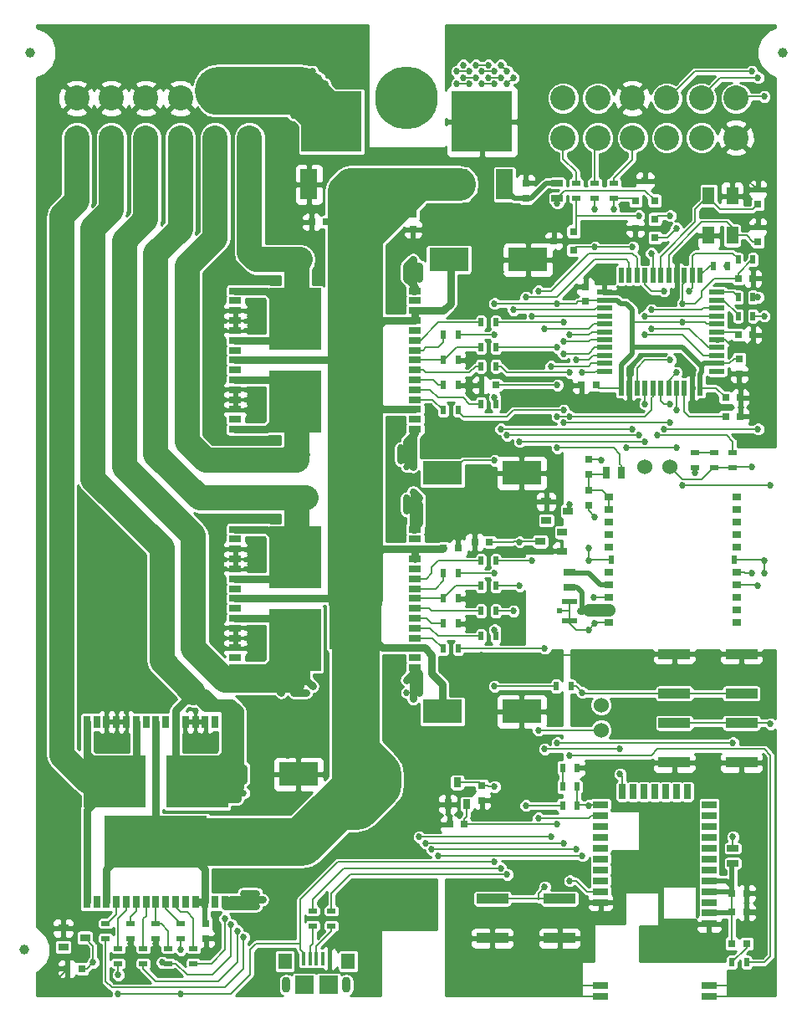
<source format=gtl>
G04 #@! TF.FileFunction,Copper,L1,Top,Signal*
%FSLAX46Y46*%
G04 Gerber Fmt 4.6, Leading zero omitted, Abs format (unit mm)*
G04 Created by KiCad (PCBNEW 4.0.4+dfsg1-stable) date Sun Apr 30 12:20:09 2017*
%MOMM*%
%LPD*%
G01*
G04 APERTURE LIST*
%ADD10C,0.150000*%
%ADD11R,0.900000X0.500000*%
%ADD12R,4.000500X2.400300*%
%ADD13R,0.800000X0.750000*%
%ADD14R,1.500000X0.550000*%
%ADD15R,0.550000X1.500000*%
%ADD16C,1.524000*%
%ADD17R,1.651000X3.048000*%
%ADD18R,6.096000X6.096000*%
%ADD19R,0.750000X0.800000*%
%ADD20R,0.800100X0.800100*%
%ADD21R,0.797560X0.797560*%
%ADD22C,1.000000*%
%ADD23R,0.635000X1.143000*%
%ADD24R,1.143000X0.635000*%
%ADD25R,0.500000X0.900000*%
%ADD26R,3.200000X1.000000*%
%ADD27R,0.670000X1.300000*%
%ADD28R,6.230000X5.250000*%
%ADD29R,10.300000X5.250000*%
%ADD30R,1.300000X0.670000*%
%ADD31R,5.250000X6.230000*%
%ADD32R,5.250000X10.300000*%
%ADD33R,0.920000X0.700000*%
%ADD34R,0.500000X0.920000*%
%ADD35R,1.200000X1.800000*%
%ADD36R,1.000760X0.800100*%
%ADD37R,0.800100X1.000760*%
%ADD38R,1.500000X0.700000*%
%ADD39R,0.700000X1.500000*%
%ADD40C,2.540000*%
%ADD41C,6.350000*%
%ADD42R,1.500000X0.600000*%
%ADD43R,0.550000X0.500000*%
%ADD44R,0.400000X1.350000*%
%ADD45R,1.900000X1.900000*%
%ADD46O,0.900000X1.600000*%
%ADD47R,1.400000X1.600000*%
%ADD48C,0.685800*%
%ADD49C,0.203200*%
%ADD50C,0.508000*%
%ADD51C,4.826000*%
%ADD52C,3.302000*%
%ADD53C,2.540000*%
%ADD54C,0.762000*%
%ADD55C,1.270000*%
%ADD56C,5.588000*%
%ADD57C,0.254000*%
G04 APERTURE END LIST*
D10*
D11*
X69925000Y-120360000D03*
X69925000Y-121860000D03*
D12*
X81164500Y-76025000D03*
X89165500Y-76025000D03*
D13*
X96710000Y-67135000D03*
X95210000Y-67135000D03*
D14*
X108962500Y-65737500D03*
X108962500Y-64937500D03*
X108962500Y-64137500D03*
X108962500Y-63337500D03*
X108962500Y-62537500D03*
X108962500Y-61737500D03*
X108962500Y-60937500D03*
X108962500Y-60137500D03*
X108962500Y-59337500D03*
X108962500Y-58537500D03*
X108962500Y-57737500D03*
D15*
X107262500Y-56037500D03*
X106462500Y-56037500D03*
X105662500Y-56037500D03*
X104862500Y-56037500D03*
X104062500Y-56037500D03*
X103262500Y-56037500D03*
X102462500Y-56037500D03*
X101662500Y-56037500D03*
X100862500Y-56037500D03*
X100062500Y-56037500D03*
X99262500Y-56037500D03*
D14*
X97562500Y-57737500D03*
X97562500Y-58537500D03*
X97562500Y-59337500D03*
X97562500Y-60137500D03*
X97562500Y-60937500D03*
X97562500Y-61737500D03*
X97562500Y-62537500D03*
X97562500Y-63337500D03*
X97562500Y-64137500D03*
X97562500Y-64937500D03*
X97562500Y-65737500D03*
D15*
X99262500Y-67437500D03*
X100062500Y-67437500D03*
X100862500Y-67437500D03*
X101662500Y-67437500D03*
X102462500Y-67437500D03*
X103262500Y-67437500D03*
X104062500Y-67437500D03*
X104862500Y-67437500D03*
X105662500Y-67437500D03*
X106462500Y-67437500D03*
X107262500Y-67437500D03*
D16*
X97230000Y-99520000D03*
X97230000Y-102060000D03*
X104215000Y-75390000D03*
X101675000Y-75390000D03*
D17*
X82879000Y-46815000D03*
D18*
X85165000Y-40465000D03*
D17*
X87451000Y-46815000D03*
X67639000Y-46815000D03*
D18*
X69925000Y-40465000D03*
D17*
X72211000Y-46815000D03*
D13*
X111085000Y-56340000D03*
X112585000Y-56340000D03*
D19*
X111200000Y-64480000D03*
X111200000Y-65980000D03*
D13*
X109815000Y-68405000D03*
X111315000Y-68405000D03*
D19*
X95642500Y-58677500D03*
X95642500Y-57177500D03*
D13*
X69405000Y-50625000D03*
X67905000Y-50625000D03*
D12*
X81799500Y-54435000D03*
X89800500Y-54435000D03*
D19*
X113105000Y-47335000D03*
X113105000Y-48835000D03*
X113105000Y-51145000D03*
X113105000Y-52645000D03*
D13*
X111085000Y-62055000D03*
X112585000Y-62055000D03*
D19*
X57225000Y-121630000D03*
X57225000Y-123130000D03*
D13*
X109815000Y-70310000D03*
X111315000Y-70310000D03*
D19*
X95960000Y-74640000D03*
X95960000Y-76140000D03*
X95960000Y-79315000D03*
X95960000Y-77815000D03*
D13*
X81240000Y-83645000D03*
X82740000Y-83645000D03*
D12*
X74560500Y-106505000D03*
X66559500Y-106505000D03*
D19*
X78180000Y-49875000D03*
X78180000Y-51375000D03*
X89610000Y-48200000D03*
X89610000Y-46700000D03*
D13*
X44640000Y-126190000D03*
X43140000Y-126190000D03*
D19*
X85165000Y-107660000D03*
X85165000Y-109160000D03*
D13*
X83375000Y-111585000D03*
X81875000Y-111585000D03*
X86550000Y-67135000D03*
X85050000Y-67135000D03*
X85915000Y-83010000D03*
X84415000Y-83010000D03*
D20*
X100725000Y-48450760D03*
X102625000Y-48450760D03*
X101675000Y-46451780D03*
X94420760Y-53480000D03*
X94420760Y-51580000D03*
X92421780Y-52530000D03*
X102675760Y-52210000D03*
X102675760Y-50310000D03*
X100676780Y-51260000D03*
D21*
X110450700Y-123650000D03*
X111949300Y-123650000D03*
D22*
X115645000Y-33480000D03*
X39445000Y-33480000D03*
X38810000Y-124285000D03*
D23*
X99262000Y-76025000D03*
X97738000Y-76025000D03*
D24*
X110565000Y-113998000D03*
X110565000Y-115522000D03*
X92785000Y-46688000D03*
X92785000Y-48212000D03*
X94055000Y-87582000D03*
X94055000Y-86058000D03*
D25*
X111085000Y-54435000D03*
X112585000Y-54435000D03*
D11*
X48335000Y-125670000D03*
X48335000Y-124170000D03*
X47065000Y-123130000D03*
X47065000Y-121630000D03*
X54685000Y-123130000D03*
X54685000Y-121630000D03*
X55955000Y-125670000D03*
X55955000Y-124170000D03*
X50875000Y-125670000D03*
X50875000Y-124170000D03*
X53415000Y-124170000D03*
X53415000Y-125670000D03*
X52145000Y-123130000D03*
X52145000Y-121630000D03*
X49605000Y-121630000D03*
X49605000Y-123130000D03*
X68020000Y-120360000D03*
X68020000Y-121860000D03*
D25*
X92670000Y-97615000D03*
X94170000Y-97615000D03*
X86550000Y-69040000D03*
X85050000Y-69040000D03*
X82740000Y-69675000D03*
X81240000Y-69675000D03*
X82740000Y-62055000D03*
X81240000Y-62055000D03*
X86550000Y-60785000D03*
X85050000Y-60785000D03*
X86550000Y-65230000D03*
X85050000Y-65230000D03*
X85050000Y-63325000D03*
X86550000Y-63325000D03*
X82740000Y-64595000D03*
X81240000Y-64595000D03*
X81240000Y-67135000D03*
X82740000Y-67135000D03*
X111085000Y-60150000D03*
X112585000Y-60150000D03*
X111085000Y-58245000D03*
X112585000Y-58245000D03*
X108545000Y-55070000D03*
X110045000Y-55070000D03*
D11*
X98500000Y-48200000D03*
X98500000Y-46700000D03*
X96595000Y-48200000D03*
X96595000Y-46700000D03*
X94690000Y-48200000D03*
X94690000Y-46700000D03*
D25*
X86550000Y-92535000D03*
X85050000Y-92535000D03*
X82740000Y-93805000D03*
X81240000Y-93805000D03*
X82740000Y-86185000D03*
X81240000Y-86185000D03*
X86550000Y-84915000D03*
X85050000Y-84915000D03*
X86550000Y-89995000D03*
X85050000Y-89995000D03*
X85050000Y-87455000D03*
X86550000Y-87455000D03*
X82740000Y-88725000D03*
X81240000Y-88725000D03*
X81240000Y-91265000D03*
X82740000Y-91265000D03*
X93305000Y-109680000D03*
X94805000Y-109680000D03*
X94805000Y-105870000D03*
X93305000Y-105870000D03*
D11*
X108660000Y-74005000D03*
X108660000Y-75505000D03*
X110565000Y-74005000D03*
X110565000Y-75505000D03*
X106755000Y-75505000D03*
X106755000Y-74005000D03*
D26*
X111425000Y-105330000D03*
X104625000Y-105330000D03*
X111425000Y-101330000D03*
X104625000Y-101330000D03*
X104625000Y-94345000D03*
X111425000Y-94345000D03*
X104625000Y-98345000D03*
X111425000Y-98345000D03*
X86210000Y-119110000D03*
X93010000Y-119110000D03*
X86210000Y-123110000D03*
X93010000Y-123110000D03*
D27*
X45145000Y-119415000D03*
X46145000Y-119415000D03*
X47145000Y-119415000D03*
X48145000Y-119415000D03*
X49145000Y-119415000D03*
X50145000Y-119415000D03*
X51145000Y-119415000D03*
X52145000Y-119415000D03*
X53145000Y-119415000D03*
X54145000Y-119415000D03*
X55145000Y-119415000D03*
X56145000Y-119415000D03*
X57145000Y-119415000D03*
X58145000Y-119415000D03*
X59145000Y-119415000D03*
X59145000Y-101215000D03*
X58145000Y-101215000D03*
X57145000Y-101215000D03*
X56145000Y-101215000D03*
X55145000Y-101215000D03*
X54145000Y-101215000D03*
X53145000Y-101215000D03*
X52145000Y-101215000D03*
X51145000Y-101215000D03*
X50145000Y-101215000D03*
X49145000Y-101215000D03*
X48145000Y-101215000D03*
X47145000Y-101215000D03*
X46145000Y-101215000D03*
X45145000Y-101215000D03*
D28*
X47980000Y-107265000D03*
X56310000Y-107265000D03*
D29*
X52145000Y-113365000D03*
D30*
X78390000Y-71595000D03*
X78390000Y-70595000D03*
X78390000Y-69595000D03*
X78390000Y-68595000D03*
X78390000Y-67595000D03*
X78390000Y-66595000D03*
X78390000Y-65595000D03*
X78390000Y-64595000D03*
X78390000Y-63595000D03*
X78390000Y-62595000D03*
X78390000Y-61595000D03*
X78390000Y-60595000D03*
X78390000Y-59595000D03*
X78390000Y-58595000D03*
X78390000Y-57595000D03*
X60190000Y-57595000D03*
X60190000Y-58595000D03*
X60190000Y-59595000D03*
X60190000Y-60595000D03*
X60190000Y-61595000D03*
X60190000Y-62595000D03*
X60190000Y-63595000D03*
X60190000Y-64595000D03*
X60190000Y-65595000D03*
X60190000Y-66595000D03*
X60190000Y-67595000D03*
X60190000Y-68595000D03*
X60190000Y-69595000D03*
X60190000Y-70595000D03*
X60190000Y-71595000D03*
D31*
X66240000Y-68760000D03*
X66240000Y-60430000D03*
D32*
X72340000Y-64595000D03*
D33*
X110965000Y-91165000D03*
X110965000Y-89895000D03*
X110965000Y-88625000D03*
X110965000Y-87355000D03*
X110965000Y-86085000D03*
X110965000Y-83545000D03*
X110965000Y-82275000D03*
X110965000Y-81005000D03*
X110965000Y-79735000D03*
X110965000Y-78465000D03*
X97965000Y-78465000D03*
X97965000Y-79735000D03*
X97965000Y-81005000D03*
X97965000Y-82275000D03*
X97965000Y-83545000D03*
X97965000Y-86085000D03*
X97965000Y-87355000D03*
X97965000Y-88625000D03*
X97965000Y-89895000D03*
X97965000Y-91165000D03*
D34*
X110715000Y-84815000D03*
X98215000Y-84815000D03*
D30*
X78390000Y-95725000D03*
X78390000Y-94725000D03*
X78390000Y-93725000D03*
X78390000Y-92725000D03*
X78390000Y-91725000D03*
X78390000Y-90725000D03*
X78390000Y-89725000D03*
X78390000Y-88725000D03*
X78390000Y-87725000D03*
X78390000Y-86725000D03*
X78390000Y-85725000D03*
X78390000Y-84725000D03*
X78390000Y-83725000D03*
X78390000Y-82725000D03*
X78390000Y-81725000D03*
X60190000Y-81725000D03*
X60190000Y-82725000D03*
X60190000Y-83725000D03*
X60190000Y-84725000D03*
X60190000Y-85725000D03*
X60190000Y-86725000D03*
X60190000Y-87725000D03*
X60190000Y-88725000D03*
X60190000Y-89725000D03*
X60190000Y-90725000D03*
X60190000Y-91725000D03*
X60190000Y-92725000D03*
X60190000Y-93725000D03*
X60190000Y-94725000D03*
X60190000Y-95725000D03*
D31*
X66240000Y-92890000D03*
X66240000Y-84560000D03*
D32*
X72340000Y-88725000D03*
D35*
X110495000Y-51990000D03*
X110495000Y-47990000D03*
X108095000Y-47990000D03*
X108095000Y-51990000D03*
D36*
X44958070Y-123046750D03*
X42758430Y-123999250D03*
X42758430Y-122094250D03*
X93853070Y-79866750D03*
X91653430Y-80819250D03*
X91653430Y-78914250D03*
X91081930Y-82978250D03*
X93281570Y-82025750D03*
X93281570Y-83930750D03*
D37*
X82656750Y-107341930D03*
X83609250Y-109541570D03*
X81704250Y-109541570D03*
D25*
X110450000Y-125555000D03*
X111950000Y-125555000D03*
X93305000Y-107775000D03*
X94805000Y-107775000D03*
D38*
X108160000Y-128975000D03*
X108160000Y-127875000D03*
X108160000Y-121675000D03*
X108160000Y-120575000D03*
X108160000Y-119475000D03*
X108160000Y-118375000D03*
X108160000Y-117275000D03*
X108160000Y-116175000D03*
X108160000Y-115075000D03*
X108160000Y-113975000D03*
X108160000Y-112875000D03*
X108160000Y-111775000D03*
X108160000Y-110675000D03*
X108160000Y-109575000D03*
D39*
X105960000Y-108275000D03*
X104860000Y-108275000D03*
X103760000Y-108275000D03*
X102660000Y-108275000D03*
X101560000Y-108275000D03*
X100460000Y-108275000D03*
X99360000Y-108275000D03*
D38*
X97160000Y-109575000D03*
X97160000Y-110675000D03*
X97160000Y-111775000D03*
X97160000Y-112875000D03*
X97160000Y-113975000D03*
X97160000Y-115075000D03*
X97160000Y-116175000D03*
X97160000Y-117275000D03*
X97160000Y-118375000D03*
X97160000Y-119475000D03*
X97160000Y-127875000D03*
X97160000Y-128975000D03*
D13*
X110450000Y-118570000D03*
X111950000Y-118570000D03*
X110450000Y-120475000D03*
X111950000Y-120475000D03*
D40*
X61625000Y-42100000D03*
X58125000Y-42100000D03*
X54625000Y-42100000D03*
X51125000Y-42100000D03*
X47625000Y-42100000D03*
X44125000Y-42100000D03*
X61625000Y-38100000D03*
X58125000Y-38100000D03*
X54625000Y-38100000D03*
X51125000Y-38100000D03*
X47625000Y-38100000D03*
X44125000Y-38100000D03*
X110875000Y-42100000D03*
X107375000Y-42100000D03*
X103875000Y-42100000D03*
X100375000Y-42100000D03*
X96875000Y-42100000D03*
X93375000Y-42100000D03*
X110875000Y-38100000D03*
X107375000Y-38100000D03*
X103875000Y-38100000D03*
X100375000Y-38100000D03*
X96875000Y-38100000D03*
X93375000Y-38100000D03*
D41*
X77500000Y-38100000D03*
D12*
X81164500Y-100155000D03*
X89165500Y-100155000D03*
D42*
X94055000Y-90995000D03*
X94055000Y-88995000D03*
D43*
X93030000Y-89995000D03*
X95080000Y-89995000D03*
D44*
X67101000Y-125166000D03*
X67751000Y-125166000D03*
X68400100Y-125166000D03*
X69051000Y-125166000D03*
X69701000Y-125166000D03*
D45*
X67201000Y-127841000D03*
X69601000Y-127841000D03*
D46*
X71451000Y-127841000D03*
X65351000Y-127841000D03*
D47*
X71601000Y-125441000D03*
X65201000Y-125441000D03*
D48*
X83260000Y-34750000D03*
X84530000Y-34750000D03*
X85800000Y-34750000D03*
X87070000Y-34750000D03*
X87705000Y-35385000D03*
X86435000Y-35385000D03*
X85165000Y-35385000D03*
X83895000Y-35385000D03*
X82625000Y-35385000D03*
X83260000Y-36020000D03*
X84530000Y-36020000D03*
X85800000Y-36020000D03*
X87070000Y-36020000D03*
X88340000Y-36020000D03*
X87705000Y-36655000D03*
X86435000Y-36655000D03*
X85165000Y-36655000D03*
X83895000Y-36655000D03*
X82625000Y-36655000D03*
X92785000Y-111585000D03*
X92785000Y-103330000D03*
X110565000Y-103330000D03*
X110565000Y-112855000D03*
X92785000Y-73485000D03*
X86435000Y-115395000D03*
X86435000Y-74755000D03*
X54685000Y-124285000D03*
X54685000Y-128730000D03*
X48335000Y-128730000D03*
X48335000Y-126825000D03*
X86435000Y-62055000D03*
X86435000Y-68405000D03*
X86435000Y-97615000D03*
X86435000Y-91900000D03*
X86435000Y-86185000D03*
X86435000Y-107775000D03*
X86435000Y-58880000D03*
X105485000Y-58880000D03*
X105485000Y-60785000D03*
X92785000Y-58880000D03*
X92785000Y-48720000D03*
X64845000Y-38560000D03*
X65480000Y-39195000D03*
X65480000Y-37925000D03*
X65480000Y-36655000D03*
X65480000Y-35385000D03*
X66750000Y-35385000D03*
X68020000Y-35385000D03*
X67385000Y-36020000D03*
X68655000Y-36020000D03*
X69290000Y-36655000D03*
X68020000Y-36655000D03*
X66750000Y-36655000D03*
X66115000Y-36020000D03*
X66115000Y-37290000D03*
X66115000Y-38560000D03*
X66115000Y-39830000D03*
X64845000Y-37290000D03*
X64845000Y-36020000D03*
X69925000Y-40465000D03*
X102945000Y-72215000D03*
X102310000Y-53800000D03*
X113105000Y-71580000D03*
X113105000Y-87455000D03*
X103580000Y-71580000D03*
X103580000Y-57610000D03*
X45795000Y-125555000D03*
X52780000Y-125555000D03*
X79450000Y-113490000D03*
X59765000Y-121745000D03*
X93420000Y-113490000D03*
X104215000Y-69040000D03*
X104215000Y-70945000D03*
X93420000Y-70945000D03*
X80720000Y-114760000D03*
X61035000Y-123015000D03*
X95325000Y-98250000D03*
X95325000Y-65865000D03*
X95325000Y-114760000D03*
X59130000Y-121110000D03*
X78815000Y-112855000D03*
X92150000Y-112855000D03*
X92150000Y-65230000D03*
X60400000Y-107775000D03*
X60400000Y-106505000D03*
X60400000Y-105235000D03*
X61035000Y-105870000D03*
X61035000Y-107140000D03*
X61035000Y-108410000D03*
X61670000Y-119205000D03*
X62940000Y-119205000D03*
X62305000Y-119840000D03*
X61035000Y-119840000D03*
X61035000Y-118570000D03*
X62305000Y-118570000D03*
X60400000Y-119205000D03*
X60400000Y-109045000D03*
X80085000Y-114125000D03*
X60400000Y-122380000D03*
X94690000Y-114125000D03*
X94690000Y-64595000D03*
X94055000Y-70310000D03*
X94055000Y-79200000D03*
X92785000Y-67135000D03*
X92785000Y-70310000D03*
X92785000Y-63325000D03*
X93420000Y-69675000D03*
X93420000Y-63960000D03*
X93420000Y-62690000D03*
X93420000Y-60785000D03*
X67385000Y-74120000D03*
X66750000Y-74755000D03*
X66115000Y-74120000D03*
X65480000Y-73485000D03*
X64845000Y-74120000D03*
X65480000Y-74755000D03*
X78180000Y-74755000D03*
X77545000Y-74120000D03*
X77545000Y-72850000D03*
X76910000Y-73485000D03*
X76910000Y-74755000D03*
X77545000Y-75390000D03*
X78180000Y-73485000D03*
X66750000Y-73485000D03*
X65480000Y-55705000D03*
X66115000Y-55070000D03*
X67385000Y-55070000D03*
X66750000Y-54435000D03*
X65480000Y-54435000D03*
X64845000Y-55070000D03*
X78180000Y-54435000D03*
X77545000Y-55070000D03*
X77545000Y-56340000D03*
X78815000Y-56340000D03*
X78815000Y-55070000D03*
X78180000Y-55705000D03*
X66750000Y-55705000D03*
X94055000Y-62055000D03*
X94055000Y-65865000D03*
X88975000Y-87455000D03*
X88975000Y-72850000D03*
X88975000Y-83010000D03*
X101675000Y-72850000D03*
X101675000Y-69040000D03*
X91515000Y-93805000D03*
X91515000Y-61420000D03*
X90245000Y-60150000D03*
X90245000Y-84915000D03*
X66750000Y-97615000D03*
X65480000Y-97615000D03*
X64210000Y-97615000D03*
X64845000Y-98250000D03*
X66115000Y-98250000D03*
X67385000Y-98250000D03*
X78180000Y-98885000D03*
X78815000Y-98250000D03*
X78815000Y-96980000D03*
X78180000Y-96345000D03*
X77545000Y-96980000D03*
X77545000Y-98250000D03*
X78180000Y-97615000D03*
X68020000Y-97615000D03*
X65480000Y-79200000D03*
X64210000Y-79200000D03*
X62940000Y-79200000D03*
X63575000Y-78565000D03*
X64845000Y-78565000D03*
X66115000Y-78565000D03*
X67385000Y-78565000D03*
X78180000Y-80470000D03*
X78815000Y-79835000D03*
X78815000Y-78565000D03*
X78180000Y-77930000D03*
X77545000Y-78565000D03*
X77545000Y-79835000D03*
X78180000Y-79200000D03*
X66750000Y-79200000D03*
X88340000Y-89995000D03*
X88340000Y-59515000D03*
X104850000Y-51260000D03*
X104850000Y-65865000D03*
X104215000Y-49990000D03*
X104215000Y-64595000D03*
X106120000Y-57610000D03*
X105485000Y-77295000D03*
X114375000Y-101425000D03*
X114375000Y-77295000D03*
X99770000Y-73485000D03*
X98500000Y-49355000D03*
X104850000Y-69675000D03*
X104850000Y-73485000D03*
X96595000Y-49355000D03*
X96595000Y-53165000D03*
X100405000Y-53165000D03*
X101675000Y-60150000D03*
X101040000Y-49990000D03*
X102310000Y-59515000D03*
X71830000Y-119840000D03*
X73735000Y-124285000D03*
X41985000Y-127460000D03*
X42620000Y-120475000D03*
X113740000Y-86185000D03*
X95960000Y-83645000D03*
X96595000Y-91265000D03*
X96495000Y-88625000D03*
X85165000Y-94440000D03*
X87070000Y-54435000D03*
X85800000Y-51895000D03*
X85800000Y-53165000D03*
X85800000Y-54435000D03*
X85800000Y-55705000D03*
X85800000Y-56975000D03*
X86435000Y-57610000D03*
X87070000Y-56975000D03*
X86435000Y-56340000D03*
X87070000Y-55705000D03*
X86435000Y-55070000D03*
X86435000Y-53800000D03*
X86435000Y-52530000D03*
X87070000Y-51895000D03*
X87070000Y-53165000D03*
X85165000Y-101425000D03*
X84530000Y-102060000D03*
X84530000Y-103330000D03*
X84530000Y-104600000D03*
X85165000Y-103965000D03*
X85165000Y-102695000D03*
X83260000Y-103330000D03*
X83260000Y-104600000D03*
X83895000Y-105235000D03*
X83895000Y-103965000D03*
X83895000Y-102695000D03*
X64210000Y-104600000D03*
X64210000Y-103330000D03*
X64210000Y-102060000D03*
X64845000Y-102695000D03*
X64845000Y-103965000D03*
X65480000Y-104600000D03*
X65480000Y-103330000D03*
X65480000Y-102060000D03*
X66750000Y-102060000D03*
X66115000Y-102695000D03*
X66115000Y-103965000D03*
X66750000Y-103330000D03*
X67385000Y-102695000D03*
X67385000Y-103965000D03*
X85165000Y-76025000D03*
X97230000Y-74755000D03*
X113740000Y-84915000D03*
X113740000Y-67135000D03*
X106755000Y-69040000D03*
X95960000Y-84915000D03*
X95960000Y-91900000D03*
X45795000Y-98250000D03*
X47065000Y-98250000D03*
X48335000Y-98250000D03*
X49605000Y-98250000D03*
X50875000Y-98250000D03*
X52145000Y-98250000D03*
X52780000Y-98885000D03*
X51510000Y-98885000D03*
X52145000Y-99520000D03*
X50875000Y-99520000D03*
X50240000Y-98885000D03*
X48970000Y-98885000D03*
X49605000Y-99520000D03*
X48335000Y-99520000D03*
X47700000Y-98885000D03*
X46430000Y-98885000D03*
X45160000Y-98885000D03*
X45795000Y-99520000D03*
X47065000Y-99520000D03*
X58495000Y-122380000D03*
X83895000Y-88725000D03*
X82625000Y-81740000D03*
X83895000Y-81740000D03*
X85165000Y-79200000D03*
X106755000Y-76025000D03*
X94055000Y-128730000D03*
X94055000Y-127460000D03*
X111200000Y-128730000D03*
X111200000Y-127460000D03*
X97865000Y-105870000D03*
X113740000Y-62055000D03*
X83895000Y-64595000D03*
X83895000Y-67135000D03*
X113105000Y-120475000D03*
X113105000Y-118570000D03*
X96595000Y-80470000D03*
X64210000Y-46180000D03*
X64845000Y-46815000D03*
X64210000Y-47450000D03*
X64845000Y-48085000D03*
X64210000Y-48720000D03*
X64210000Y-49990000D03*
X64210000Y-51260000D03*
X64845000Y-51895000D03*
X66115000Y-51895000D03*
X65480000Y-51260000D03*
X64845000Y-50625000D03*
X64845000Y-49355000D03*
X66115000Y-49355000D03*
X65480000Y-49990000D03*
X65480000Y-48720000D03*
X65480000Y-47450000D03*
X65480000Y-46180000D03*
X66115000Y-50625000D03*
X105485000Y-54435000D03*
X111835000Y-46180000D03*
X111835000Y-50625000D03*
X110565000Y-46180000D03*
X49605000Y-123650000D03*
X52145000Y-123650000D03*
X101040000Y-58245000D03*
X79450000Y-51260000D03*
X48970000Y-102695000D03*
X48970000Y-103965000D03*
X48335000Y-103330000D03*
X47700000Y-102695000D03*
X47700000Y-103965000D03*
X47065000Y-103330000D03*
X46430000Y-102695000D03*
X46430000Y-103965000D03*
X55320000Y-102695000D03*
X55320000Y-103965000D03*
X55955000Y-103330000D03*
X56590000Y-102695000D03*
X56590000Y-103965000D03*
X57225000Y-103330000D03*
X57860000Y-102695000D03*
X57860000Y-103965000D03*
X58495000Y-72850000D03*
X57860000Y-72215000D03*
X57225000Y-71580000D03*
X58495000Y-71580000D03*
X57860000Y-70945000D03*
X57225000Y-70310000D03*
X58495000Y-70310000D03*
X57860000Y-69675000D03*
X57225000Y-69040000D03*
X58495000Y-69040000D03*
X57860000Y-68405000D03*
X57225000Y-67770000D03*
X58495000Y-67770000D03*
X57860000Y-67135000D03*
X57225000Y-66500000D03*
X58495000Y-66500000D03*
X57860000Y-65865000D03*
X57225000Y-65230000D03*
X58495000Y-65230000D03*
X57860000Y-64595000D03*
X57225000Y-63960000D03*
X58495000Y-63960000D03*
X57860000Y-63325000D03*
X57225000Y-62690000D03*
X58495000Y-62690000D03*
X57860000Y-62055000D03*
X57225000Y-61420000D03*
X58495000Y-61420000D03*
X57860000Y-60785000D03*
X57225000Y-60150000D03*
X58495000Y-60150000D03*
X57860000Y-59515000D03*
X57225000Y-58880000D03*
X58495000Y-58880000D03*
X57860000Y-58245000D03*
X57225000Y-57610000D03*
X58495000Y-57610000D03*
X57860000Y-56975000D03*
X57225000Y-56340000D03*
X58495000Y-56340000D03*
X57860000Y-55705000D03*
X61670000Y-61420000D03*
X62940000Y-61420000D03*
X62305000Y-60785000D03*
X62940000Y-60150000D03*
X61670000Y-60150000D03*
X62305000Y-59515000D03*
X61670000Y-58880000D03*
X62940000Y-58880000D03*
X61670000Y-70310000D03*
X62940000Y-70310000D03*
X62305000Y-69675000D03*
X62940000Y-69040000D03*
X61670000Y-69040000D03*
X62305000Y-68405000D03*
X62940000Y-67770000D03*
X61670000Y-67770000D03*
X57860000Y-89995000D03*
X57860000Y-86185000D03*
X58495000Y-86820000D03*
X57860000Y-87455000D03*
X58495000Y-88090000D03*
X57860000Y-88725000D03*
X58495000Y-89360000D03*
X58495000Y-93170000D03*
X58495000Y-91900000D03*
X58495000Y-90630000D03*
X57860000Y-91265000D03*
X57860000Y-92535000D03*
X61670000Y-91900000D03*
X62305000Y-92535000D03*
X61670000Y-93170000D03*
X62305000Y-93805000D03*
X61670000Y-94440000D03*
X62940000Y-94440000D03*
X62940000Y-93170000D03*
X62940000Y-91900000D03*
X58495000Y-83010000D03*
X58495000Y-84280000D03*
X58495000Y-85550000D03*
X57860000Y-84915000D03*
X57860000Y-83645000D03*
X57860000Y-82375000D03*
X61670000Y-83645000D03*
X62305000Y-84280000D03*
X61670000Y-84915000D03*
X62305000Y-85550000D03*
X62940000Y-84915000D03*
X62940000Y-83645000D03*
X62305000Y-83010000D03*
X87705000Y-116665000D03*
X101040000Y-72215000D03*
X102310000Y-61420000D03*
X87705000Y-72215000D03*
X87070000Y-116030000D03*
X101675000Y-62055000D03*
X87070000Y-71580000D03*
X100405000Y-71580000D03*
X89610000Y-58245000D03*
X89610000Y-109680000D03*
X90880000Y-110950000D03*
X90880000Y-57610000D03*
X90880000Y-102060000D03*
X94055000Y-104600000D03*
X94055000Y-117300000D03*
X99135000Y-106505000D03*
X99135000Y-103965000D03*
X91515000Y-117935000D03*
X91515000Y-103965000D03*
X95960000Y-109680000D03*
X112470000Y-86185000D03*
X112470000Y-75390000D03*
X113740000Y-37925000D03*
X113740000Y-60150000D03*
X113105000Y-36020000D03*
X113105000Y-58245000D03*
X109930000Y-55070000D03*
X112470000Y-35385000D03*
D49*
X85800000Y-34750000D02*
X84530000Y-34750000D01*
X87705000Y-35385000D02*
X87070000Y-34750000D01*
X85165000Y-35385000D02*
X86435000Y-35385000D01*
X82625000Y-35385000D02*
X83895000Y-35385000D01*
X84530000Y-36020000D02*
X83260000Y-36020000D01*
X87070000Y-36020000D02*
X85800000Y-36020000D01*
X87705000Y-36655000D02*
X88340000Y-36020000D01*
X85165000Y-36655000D02*
X86435000Y-36655000D01*
X82625000Y-36655000D02*
X83895000Y-36655000D01*
X83375000Y-111585000D02*
X83895000Y-111585000D01*
X83895000Y-111585000D02*
X92785000Y-111585000D01*
X110565000Y-103330000D02*
X92785000Y-103330000D01*
X110565000Y-113998000D02*
X110565000Y-112855000D01*
X99262000Y-76025000D02*
X99262000Y-75263000D01*
X99262000Y-75263000D02*
X99135000Y-75136000D01*
X99135000Y-75136000D02*
X99135000Y-74120000D01*
X99135000Y-74120000D02*
X98500000Y-73485000D01*
X98500000Y-73485000D02*
X92785000Y-73485000D01*
X83375000Y-111585000D02*
X83375000Y-111065000D01*
X83609250Y-110830750D02*
X83609250Y-109541570D01*
X83375000Y-111065000D02*
X83609250Y-110830750D01*
X66750000Y-123650000D02*
X62305000Y-123650000D01*
X62305000Y-123650000D02*
X61670000Y-124285000D01*
X70560000Y-115395000D02*
X67385000Y-118570000D01*
X74370000Y-115395000D02*
X86435000Y-115395000D01*
X74370000Y-115395000D02*
X70560000Y-115395000D01*
X66750000Y-124285000D02*
X67101000Y-124636000D01*
X66750000Y-119205000D02*
X66750000Y-123650000D01*
X66750000Y-123650000D02*
X66750000Y-124285000D01*
X67385000Y-118570000D02*
X66750000Y-119205000D01*
X67101000Y-124636000D02*
X67101000Y-125166000D01*
X54685000Y-128730000D02*
X59765000Y-128730000D01*
X59765000Y-128730000D02*
X61670000Y-126825000D01*
X61670000Y-126825000D02*
X61670000Y-124285000D01*
X86435000Y-74755000D02*
X83895000Y-74755000D01*
X83895000Y-74755000D02*
X83260000Y-74755000D01*
X83260000Y-74755000D02*
X81990000Y-76025000D01*
X81990000Y-76025000D02*
X81164500Y-76025000D01*
X82625000Y-76025000D02*
X81164500Y-76025000D01*
X54685000Y-123130000D02*
X54685000Y-124285000D01*
X48335000Y-126825000D02*
X48335000Y-125670000D01*
X82740000Y-62055000D02*
X86435000Y-62055000D01*
X86550000Y-69040000D02*
X86550000Y-68520000D01*
X86550000Y-68520000D02*
X86435000Y-68405000D01*
X92670000Y-97615000D02*
X92150000Y-97615000D01*
X92150000Y-97615000D02*
X86435000Y-97615000D01*
X86550000Y-92535000D02*
X86550000Y-92015000D01*
X86550000Y-92015000D02*
X86435000Y-91900000D01*
X82740000Y-86185000D02*
X83260000Y-86185000D01*
X83260000Y-86185000D02*
X86435000Y-86185000D01*
X85165000Y-107660000D02*
X85685000Y-107660000D01*
X85685000Y-107660000D02*
X85800000Y-107775000D01*
X85800000Y-107775000D02*
X86435000Y-107775000D01*
X86435000Y-58880000D02*
X92785000Y-58880000D01*
X105485000Y-58880000D02*
X105485000Y-56975000D01*
X105662500Y-56797500D02*
X105662500Y-56037500D01*
X105485000Y-56975000D02*
X105662500Y-56797500D01*
X107390000Y-57610000D02*
X107390000Y-58245000D01*
X106755000Y-58880000D02*
X105485000Y-58880000D01*
X107390000Y-58245000D02*
X106755000Y-58880000D01*
X102625000Y-48450760D02*
X102625000Y-48400000D01*
X102625000Y-48400000D02*
X101675000Y-47450000D01*
X101675000Y-47450000D02*
X93547000Y-47450000D01*
X93547000Y-47450000D02*
X92785000Y-48212000D01*
X108660000Y-56340000D02*
X111085000Y-56340000D01*
X107390000Y-57610000D02*
X108660000Y-56340000D01*
X108962500Y-60937500D02*
X107872500Y-60937500D01*
X107720000Y-60785000D02*
X105485000Y-60785000D01*
X105485000Y-60785000D02*
X100405000Y-60785000D01*
X107872500Y-60937500D02*
X107720000Y-60785000D01*
X112585000Y-54435000D02*
X112470000Y-54435000D01*
X112470000Y-54435000D02*
X111085000Y-55820000D01*
X111085000Y-55820000D02*
X111085000Y-56340000D01*
X82656750Y-107341930D02*
X84846930Y-107341930D01*
X84846930Y-107341930D02*
X85165000Y-107660000D01*
X54685000Y-128730000D02*
X48335000Y-128730000D01*
X99262500Y-67437500D02*
X97012500Y-67437500D01*
X97012500Y-67437500D02*
X96710000Y-67135000D01*
X99262500Y-67437500D02*
X99262500Y-67642500D01*
D50*
X100405000Y-63325000D02*
X105485000Y-63325000D01*
X105485000Y-63325000D02*
X107390000Y-65230000D01*
X92785000Y-48212000D02*
X92785000Y-48720000D01*
D49*
X94892500Y-58677500D02*
X95642500Y-58677500D01*
X92785000Y-58880000D02*
X94690000Y-58880000D01*
X94690000Y-58880000D02*
X94892500Y-58677500D01*
D50*
X99262500Y-67437500D02*
X99262500Y-65102500D01*
X99262500Y-65102500D02*
X100405000Y-63960000D01*
D49*
X97562500Y-58537500D02*
X95782500Y-58537500D01*
X95782500Y-58537500D02*
X95642500Y-58677500D01*
D50*
X97562500Y-58537500D02*
X98842500Y-58537500D01*
X100405000Y-59515000D02*
X100405000Y-60785000D01*
X100405000Y-60785000D02*
X100405000Y-63325000D01*
X100405000Y-63325000D02*
X100405000Y-63960000D01*
X99770000Y-58880000D02*
X100405000Y-59515000D01*
X99185000Y-58880000D02*
X99770000Y-58880000D01*
X98842500Y-58537500D02*
X99185000Y-58880000D01*
X107262500Y-67437500D02*
X107262500Y-65992500D01*
X107390000Y-65865000D02*
X107390000Y-65230000D01*
X107262500Y-65992500D02*
X107390000Y-65865000D01*
X107390000Y-65230000D02*
X107682500Y-64937500D01*
X107682500Y-64937500D02*
X108962500Y-64937500D01*
D49*
X107262500Y-67437500D02*
X108847500Y-67437500D01*
X108847500Y-67437500D02*
X109815000Y-68405000D01*
X108962500Y-64937500D02*
X110222500Y-64937500D01*
X110222500Y-64937500D02*
X110680000Y-64480000D01*
X110680000Y-64480000D02*
X111200000Y-64480000D01*
X65480000Y-39195000D02*
X64845000Y-38560000D01*
X65480000Y-36655000D02*
X65480000Y-37925000D01*
X66750000Y-35385000D02*
X65480000Y-35385000D01*
X67385000Y-36020000D02*
X68020000Y-35385000D01*
X69290000Y-36655000D02*
X68655000Y-36020000D01*
X66750000Y-36655000D02*
X68020000Y-36655000D01*
X66115000Y-37290000D02*
X66115000Y-36020000D01*
X66115000Y-39830000D02*
X66115000Y-38560000D01*
X64845000Y-37290000D02*
X64845000Y-36020000D01*
D51*
X58495000Y-37290000D02*
X66750000Y-37290000D01*
X69925000Y-40465000D02*
X66750000Y-37290000D01*
X58495000Y-37290000D02*
X59130000Y-37290000D01*
D52*
X61625000Y-38100000D02*
X59130000Y-38100000D01*
X59130000Y-38100000D02*
X58125000Y-38100000D01*
D49*
X110565000Y-74005000D02*
X110565000Y-72850000D01*
X109930000Y-72215000D02*
X110565000Y-72850000D01*
X109930000Y-72215000D02*
X102945000Y-72215000D01*
X102462500Y-56037500D02*
X102462500Y-53952500D01*
X102462500Y-53952500D02*
X102310000Y-53800000D01*
X110965000Y-87355000D02*
X113005000Y-87355000D01*
X113105000Y-71580000D02*
X103580000Y-71580000D01*
X113005000Y-87355000D02*
X113105000Y-87455000D01*
X101675000Y-56975000D02*
X101675000Y-56050000D01*
X102310000Y-57610000D02*
X101675000Y-56975000D01*
X103580000Y-57610000D02*
X102310000Y-57610000D01*
X101675000Y-56050000D02*
X101662500Y-56037500D01*
X111085000Y-60150000D02*
X111085000Y-60035000D01*
X111085000Y-60035000D02*
X109587500Y-58537500D01*
X109587500Y-58537500D02*
X108962500Y-58537500D01*
X108962500Y-57737500D02*
X110577500Y-57737500D01*
X110577500Y-57737500D02*
X111085000Y-58245000D01*
X108545000Y-55070000D02*
X108230000Y-55070000D01*
X108230000Y-55070000D02*
X107262500Y-56037500D01*
X45795000Y-125555000D02*
X45795000Y-123883680D01*
X45795000Y-123883680D02*
X44958070Y-123046750D01*
X53415000Y-125670000D02*
X52895000Y-125670000D01*
X45160000Y-126190000D02*
X44640000Y-126190000D01*
X45795000Y-125555000D02*
X45160000Y-126190000D01*
X52895000Y-125670000D02*
X52780000Y-125555000D01*
X59765000Y-124920000D02*
X59765000Y-121745000D01*
X54165000Y-125670000D02*
X55320000Y-126825000D01*
X55320000Y-126825000D02*
X57860000Y-126825000D01*
X57860000Y-126825000D02*
X59765000Y-124920000D01*
X53415000Y-125670000D02*
X54165000Y-125670000D01*
X79450000Y-113490000D02*
X93420000Y-113490000D01*
X103262500Y-68722500D02*
X103262500Y-67437500D01*
X103580000Y-69040000D02*
X103262500Y-68722500D01*
X104215000Y-69040000D02*
X103580000Y-69040000D01*
X93420000Y-70945000D02*
X104215000Y-70945000D01*
X59130000Y-128095000D02*
X61035000Y-126190000D01*
X47700000Y-128095000D02*
X59130000Y-128095000D01*
X47065000Y-127460000D02*
X47700000Y-128095000D01*
X47065000Y-123130000D02*
X47065000Y-127460000D01*
X61035000Y-126190000D02*
X61035000Y-123015000D01*
X94170000Y-97615000D02*
X94690000Y-97615000D01*
X94690000Y-97615000D02*
X95325000Y-98250000D01*
X111425000Y-98345000D02*
X104625000Y-98345000D01*
X104625000Y-98345000D02*
X95420000Y-98345000D01*
X95420000Y-98345000D02*
X95325000Y-98250000D01*
X97562500Y-65737500D02*
X96722500Y-65737500D01*
X96595000Y-65865000D02*
X95325000Y-65865000D01*
X96722500Y-65737500D02*
X96595000Y-65865000D01*
X97357500Y-65737500D02*
X97562500Y-65737500D01*
X95325000Y-114760000D02*
X80720000Y-114760000D01*
X59130000Y-124285000D02*
X59130000Y-121110000D01*
X78815000Y-112855000D02*
X92150000Y-112855000D01*
X57745000Y-125670000D02*
X59130000Y-124285000D01*
X55955000Y-125670000D02*
X57745000Y-125670000D01*
X96252500Y-64937500D02*
X97562500Y-64937500D01*
X95960000Y-65230000D02*
X96252500Y-64937500D01*
X92150000Y-65230000D02*
X95960000Y-65230000D01*
D53*
X44125000Y-42100000D02*
X44125000Y-48485000D01*
X44125000Y-48485000D02*
X42620000Y-49990000D01*
X42620000Y-49990000D02*
X42620000Y-104600000D01*
X42620000Y-104600000D02*
X45285000Y-107265000D01*
X45285000Y-107265000D02*
X47980000Y-107265000D01*
D54*
X50145000Y-101215000D02*
X50145000Y-105100000D01*
X50145000Y-105100000D02*
X47980000Y-107265000D01*
X45145000Y-101215000D02*
X45145000Y-104430000D01*
X45145000Y-104430000D02*
X47980000Y-107265000D01*
X45145000Y-119415000D02*
X45145000Y-110100000D01*
X45145000Y-110100000D02*
X47980000Y-107265000D01*
D53*
X44125000Y-42100000D02*
X44125000Y-42135000D01*
D54*
X60400000Y-109045000D02*
X60400000Y-107775000D01*
X60400000Y-106505000D02*
X60400000Y-105235000D01*
X61035000Y-105870000D02*
X61035000Y-107140000D01*
X61670000Y-119205000D02*
X62940000Y-119205000D01*
X62305000Y-119840000D02*
X61035000Y-119840000D01*
X61035000Y-118570000D02*
X62305000Y-118570000D01*
X60400000Y-109045000D02*
X60400000Y-107775000D01*
X60400000Y-109045000D02*
X57860000Y-109045000D01*
X57860000Y-109045000D02*
X56310000Y-107265000D01*
X60400000Y-119205000D02*
X62305000Y-119205000D01*
X62305000Y-119205000D02*
X61670000Y-119840000D01*
X61670000Y-119840000D02*
X59130000Y-119840000D01*
X59130000Y-119840000D02*
X59145000Y-119415000D01*
X59145000Y-119415000D02*
X59555000Y-119415000D01*
X59555000Y-119415000D02*
X59765000Y-119205000D01*
X59765000Y-119205000D02*
X60400000Y-119205000D01*
X60400000Y-109045000D02*
X59765000Y-108410000D01*
X59765000Y-108410000D02*
X57860000Y-108410000D01*
X57860000Y-108410000D02*
X56310000Y-107265000D01*
D55*
X60400000Y-107405000D02*
X60400000Y-107775000D01*
X60400000Y-107775000D02*
X60400000Y-106505000D01*
D53*
X59765000Y-107405000D02*
X56450000Y-107405000D01*
D55*
X52780000Y-94440000D02*
X57860000Y-99520000D01*
X59765000Y-106505000D02*
X60400000Y-106505000D01*
X59765000Y-100155000D02*
X59765000Y-106505000D01*
X59130000Y-99520000D02*
X59765000Y-100155000D01*
X57860000Y-99520000D02*
X59130000Y-99520000D01*
X60400000Y-106505000D02*
X60400000Y-100155000D01*
X60400000Y-100155000D02*
X59765000Y-99520000D01*
X59765000Y-99520000D02*
X57225000Y-99520000D01*
X57225000Y-99520000D02*
X55955000Y-98250000D01*
D54*
X59145000Y-101215000D02*
X59145000Y-100170000D01*
X59145000Y-100170000D02*
X57225000Y-98250000D01*
X57225000Y-98250000D02*
X55955000Y-98250000D01*
X54145000Y-101215000D02*
X54145000Y-100060000D01*
X54145000Y-100060000D02*
X55955000Y-98250000D01*
D53*
X52780000Y-83645000D02*
X52780000Y-94440000D01*
X52780000Y-94440000D02*
X52780000Y-95075000D01*
X52780000Y-95075000D02*
X55955000Y-98250000D01*
X52780000Y-83645000D02*
X45795000Y-76660000D01*
X47625000Y-42100000D02*
X47625000Y-49430000D01*
X45795000Y-51260000D02*
X45795000Y-76660000D01*
X47625000Y-49430000D02*
X45795000Y-51260000D01*
D54*
X59145000Y-101215000D02*
X59145000Y-104430000D01*
X59145000Y-104430000D02*
X56310000Y-107265000D01*
X54145000Y-101215000D02*
X54145000Y-105100000D01*
X54145000Y-105100000D02*
X56310000Y-107265000D01*
D53*
X56450000Y-107405000D02*
X56310000Y-107265000D01*
D49*
X58495000Y-127460000D02*
X60400000Y-125555000D01*
X52145000Y-127460000D02*
X58495000Y-127460000D01*
X50875000Y-126190000D02*
X52145000Y-127460000D01*
X50875000Y-125670000D02*
X50875000Y-126190000D01*
X60400000Y-125555000D02*
X60400000Y-122380000D01*
X96417500Y-64137500D02*
X97562500Y-64137500D01*
X80085000Y-114125000D02*
X94690000Y-114125000D01*
X94690000Y-64595000D02*
X95960000Y-64595000D01*
X95960000Y-64595000D02*
X96417500Y-64137500D01*
X93853070Y-79866750D02*
X93853070Y-79401930D01*
X93853070Y-79401930D02*
X94055000Y-79200000D01*
X86550000Y-67135000D02*
X92785000Y-67135000D01*
X102462500Y-67437500D02*
X102462500Y-68252500D01*
X101675000Y-70310000D02*
X94055000Y-70310000D01*
X94055000Y-70310000D02*
X92785000Y-70310000D01*
X102310000Y-69675000D02*
X101675000Y-70310000D01*
X102310000Y-68405000D02*
X102310000Y-69675000D01*
X102462500Y-68252500D02*
X102310000Y-68405000D01*
X86550000Y-63325000D02*
X92785000Y-63325000D01*
X82740000Y-69675000D02*
X82740000Y-69790000D01*
X82740000Y-69790000D02*
X83260000Y-70310000D01*
X88340000Y-69675000D02*
X93420000Y-69675000D01*
X87705000Y-70310000D02*
X88340000Y-69675000D01*
X83260000Y-70310000D02*
X87705000Y-70310000D01*
X96582500Y-63337500D02*
X97562500Y-63337500D01*
X95960000Y-63960000D02*
X96582500Y-63337500D01*
X93420000Y-63960000D02*
X95960000Y-63960000D01*
X86550000Y-60785000D02*
X93420000Y-60785000D01*
X96112500Y-62537500D02*
X97562500Y-62537500D01*
X95960000Y-62690000D02*
X96112500Y-62537500D01*
X93420000Y-62690000D02*
X95960000Y-62690000D01*
D54*
X66750000Y-73485000D02*
X67385000Y-74120000D01*
X66750000Y-74755000D02*
X66115000Y-74120000D01*
X65480000Y-73485000D02*
X64845000Y-74120000D01*
X78180000Y-73485000D02*
X78180000Y-74755000D01*
X77545000Y-74120000D02*
X77545000Y-72850000D01*
X76910000Y-73485000D02*
X76910000Y-74755000D01*
X78180000Y-73485000D02*
X78180000Y-75390000D01*
X78180000Y-75390000D02*
X77545000Y-74755000D01*
X77545000Y-74755000D02*
X77545000Y-72850000D01*
X77545000Y-72850000D02*
X78180000Y-72215000D01*
X78180000Y-72215000D02*
X78180000Y-71580000D01*
X78180000Y-71580000D02*
X78390000Y-71595000D01*
X78390000Y-71595000D02*
X78390000Y-72005000D01*
X78390000Y-72005000D02*
X78180000Y-72215000D01*
X78180000Y-72215000D02*
X78180000Y-73485000D01*
X66750000Y-73485000D02*
X66750000Y-69675000D01*
X66750000Y-69675000D02*
X66240000Y-68760000D01*
D53*
X66380000Y-74755000D02*
X65480000Y-74755000D01*
X65480000Y-74755000D02*
X57225000Y-74755000D01*
X57225000Y-74755000D02*
X55320000Y-72850000D01*
X55320000Y-72850000D02*
X55320000Y-55070000D01*
X55320000Y-55070000D02*
X58125000Y-52265000D01*
X58125000Y-52265000D02*
X58125000Y-42100000D01*
X66380000Y-74755000D02*
X66380000Y-68900000D01*
X66380000Y-68900000D02*
X66240000Y-68760000D01*
D54*
X60190000Y-66595000D02*
X64075000Y-66595000D01*
X64075000Y-66595000D02*
X66240000Y-68760000D01*
X60190000Y-71595000D02*
X63405000Y-71595000D01*
X63405000Y-71595000D02*
X66240000Y-68760000D01*
X65480000Y-55705000D02*
X66115000Y-55070000D01*
X67385000Y-55070000D02*
X66750000Y-54435000D01*
X65480000Y-54435000D02*
X64845000Y-55070000D01*
X78180000Y-55705000D02*
X78180000Y-54435000D01*
X77545000Y-55070000D02*
X77545000Y-56340000D01*
X78815000Y-56340000D02*
X78815000Y-55070000D01*
X78180000Y-55705000D02*
X78180000Y-54435000D01*
X78180000Y-54435000D02*
X77545000Y-55070000D01*
X77545000Y-55070000D02*
X77545000Y-56340000D01*
X77545000Y-56340000D02*
X78180000Y-56975000D01*
X78180000Y-56975000D02*
X78180000Y-57610000D01*
X78180000Y-57610000D02*
X78390000Y-57595000D01*
X78390000Y-57595000D02*
X78390000Y-57185000D01*
X78390000Y-57185000D02*
X78180000Y-56975000D01*
X78180000Y-56975000D02*
X78180000Y-55705000D01*
X66750000Y-55705000D02*
X66750000Y-55070000D01*
X66750000Y-55070000D02*
X66750000Y-54435000D01*
D53*
X61625000Y-42100000D02*
X61625000Y-53755000D01*
X61625000Y-53755000D02*
X62305000Y-54435000D01*
X62305000Y-54435000D02*
X66750000Y-54435000D01*
X66750000Y-54435000D02*
X66380000Y-54435000D01*
X66380000Y-54435000D02*
X66380000Y-60290000D01*
X66380000Y-60290000D02*
X66240000Y-60430000D01*
D54*
X60190000Y-62595000D02*
X64075000Y-62595000D01*
X64075000Y-62595000D02*
X66240000Y-60430000D01*
X60190000Y-57595000D02*
X63405000Y-57595000D01*
X63405000Y-57595000D02*
X66240000Y-60430000D01*
D49*
X86550000Y-65230000D02*
X87070000Y-65230000D01*
X87070000Y-65230000D02*
X87705000Y-65865000D01*
X87705000Y-65865000D02*
X94055000Y-65865000D01*
X96277500Y-61737500D02*
X97562500Y-61737500D01*
X95960000Y-62055000D02*
X96277500Y-61737500D01*
X94055000Y-62055000D02*
X95960000Y-62055000D01*
X88975000Y-87455000D02*
X86550000Y-87455000D01*
X88975000Y-82978250D02*
X88975000Y-83010000D01*
X91081930Y-82978250D02*
X88975000Y-82978250D01*
X88975000Y-82978250D02*
X88371750Y-82978250D01*
X88371750Y-82978250D02*
X88340000Y-83010000D01*
X85915000Y-83010000D02*
X88340000Y-83010000D01*
X101675000Y-69040000D02*
X101662500Y-69027500D01*
X101662500Y-69027500D02*
X101662500Y-67437500D01*
X88975000Y-72850000D02*
X101675000Y-72850000D01*
X97562500Y-60937500D02*
X96442500Y-60937500D01*
X95960000Y-61420000D02*
X96442500Y-60937500D01*
X91515000Y-61420000D02*
X95960000Y-61420000D01*
X82740000Y-93805000D02*
X91515000Y-93805000D01*
X86550000Y-84915000D02*
X90245000Y-84915000D01*
X95972500Y-60137500D02*
X97562500Y-60137500D01*
X95960000Y-60150000D02*
X95972500Y-60137500D01*
X90245000Y-60150000D02*
X95960000Y-60150000D01*
D54*
X66750000Y-97615000D02*
X65480000Y-97615000D01*
X64210000Y-97615000D02*
X64845000Y-98250000D01*
X66115000Y-98250000D02*
X67385000Y-98250000D01*
X78180000Y-97615000D02*
X78180000Y-98885000D01*
X78815000Y-98250000D02*
X78815000Y-96980000D01*
X78180000Y-96345000D02*
X77545000Y-96980000D01*
X78390000Y-95725000D02*
X78390000Y-95920000D01*
X78390000Y-95920000D02*
X78815000Y-96345000D01*
X78815000Y-96345000D02*
X78815000Y-97615000D01*
X78815000Y-97615000D02*
X78180000Y-98250000D01*
X78180000Y-98250000D02*
X78180000Y-95710000D01*
X78180000Y-95710000D02*
X78390000Y-95725000D01*
X78390000Y-95725000D02*
X78390000Y-96135000D01*
X78390000Y-96135000D02*
X78180000Y-96345000D01*
X78180000Y-96345000D02*
X78180000Y-97615000D01*
X68020000Y-97615000D02*
X67385000Y-96980000D01*
X67385000Y-96980000D02*
X67385000Y-95075000D01*
X67385000Y-95075000D02*
X66240000Y-92890000D01*
D53*
X66115000Y-96980000D02*
X66115000Y-92535000D01*
X66115000Y-92535000D02*
X66115000Y-93170000D01*
X66115000Y-93170000D02*
X66240000Y-92890000D01*
X64475000Y-96980000D02*
X66115000Y-96980000D01*
X55955000Y-93805000D02*
X59130000Y-96980000D01*
X51125000Y-42100000D02*
X51125000Y-50375000D01*
X51125000Y-50375000D02*
X48970000Y-52530000D01*
X48970000Y-52530000D02*
X48970000Y-75390000D01*
X48970000Y-75390000D02*
X55955000Y-82375000D01*
X55955000Y-82375000D02*
X55955000Y-93805000D01*
X59130000Y-96980000D02*
X64475000Y-96980000D01*
X66380000Y-93030000D02*
X66240000Y-92890000D01*
D54*
X60190000Y-90725000D02*
X64075000Y-90725000D01*
X64075000Y-90725000D02*
X66240000Y-92890000D01*
X60190000Y-95725000D02*
X63405000Y-95725000D01*
X63405000Y-95725000D02*
X66240000Y-92890000D01*
X65480000Y-79200000D02*
X64210000Y-79200000D01*
X62940000Y-79200000D02*
X63575000Y-78565000D01*
X64845000Y-78565000D02*
X66115000Y-78565000D01*
X78180000Y-80470000D02*
X78815000Y-79835000D01*
X78815000Y-78565000D02*
X78180000Y-77930000D01*
X77545000Y-78565000D02*
X77545000Y-79835000D01*
X78390000Y-81725000D02*
X78390000Y-81530000D01*
X78390000Y-81530000D02*
X78815000Y-81105000D01*
X78815000Y-81105000D02*
X78815000Y-79200000D01*
X78815000Y-79200000D02*
X78180000Y-78565000D01*
X78180000Y-78565000D02*
X78180000Y-81740000D01*
X78180000Y-81740000D02*
X78390000Y-81725000D01*
X78390000Y-81725000D02*
X78390000Y-81315000D01*
X78390000Y-81315000D02*
X78180000Y-81105000D01*
X78180000Y-81105000D02*
X78180000Y-79200000D01*
X66750000Y-79200000D02*
X66750000Y-78565000D01*
D53*
X54625000Y-42100000D02*
X54625000Y-51320000D01*
X54625000Y-51320000D02*
X52145000Y-53800000D01*
X52145000Y-53800000D02*
X52145000Y-74120000D01*
X52145000Y-74120000D02*
X56590000Y-78565000D01*
X56590000Y-78565000D02*
X67385000Y-78565000D01*
X67385000Y-78565000D02*
X66750000Y-78565000D01*
X66750000Y-78565000D02*
X66380000Y-78565000D01*
X66380000Y-78565000D02*
X66380000Y-84420000D01*
X66380000Y-84420000D02*
X66240000Y-84560000D01*
D54*
X60190000Y-81725000D02*
X63405000Y-81725000D01*
X63405000Y-81725000D02*
X66240000Y-84560000D01*
X60190000Y-86725000D02*
X64075000Y-86725000D01*
X64075000Y-86725000D02*
X66240000Y-84560000D01*
D49*
X96595000Y-59515000D02*
X88340000Y-59515000D01*
X96595000Y-59515000D02*
X96772500Y-59337500D01*
X96772500Y-59337500D02*
X97562500Y-59337500D01*
X86550000Y-89995000D02*
X88340000Y-89995000D01*
X96772500Y-59337500D02*
X97562500Y-59337500D01*
X102675760Y-52210000D02*
X103900000Y-52210000D01*
X103900000Y-52210000D02*
X104850000Y-51260000D01*
X104062500Y-67437500D02*
X104062500Y-66652500D01*
X104062500Y-66652500D02*
X104850000Y-65865000D01*
X102675760Y-50310000D02*
X102675760Y-50259240D01*
X102675760Y-50259240D02*
X102945000Y-49990000D01*
X102945000Y-49990000D02*
X104215000Y-49990000D01*
X100862500Y-67437500D02*
X100862500Y-65407500D01*
X101675000Y-64595000D02*
X104215000Y-64595000D01*
X100862500Y-65407500D02*
X101675000Y-64595000D01*
X105485000Y-77295000D02*
X114375000Y-77295000D01*
X106462500Y-57267500D02*
X106120000Y-57610000D01*
X106462500Y-56037500D02*
X106462500Y-57267500D01*
X114280000Y-101330000D02*
X111425000Y-101330000D01*
X114375000Y-101425000D02*
X114280000Y-101330000D01*
X111085000Y-54435000D02*
X111085000Y-54320000D01*
X111085000Y-54320000D02*
X110565000Y-53800000D01*
X106462500Y-54092500D02*
X106462500Y-56037500D01*
X106755000Y-53800000D02*
X106462500Y-54092500D01*
X110565000Y-53800000D02*
X106755000Y-53800000D01*
X104625000Y-101330000D02*
X111425000Y-101330000D01*
D55*
X95960000Y-89895000D02*
X97965000Y-89895000D01*
D54*
X97965000Y-89895000D02*
X95960000Y-89895000D01*
X95960000Y-89895000D02*
X95325000Y-89895000D01*
X95325000Y-89895000D02*
X95325000Y-89995000D01*
X95325000Y-89995000D02*
X95080000Y-89995000D01*
D50*
X94055000Y-87582000D02*
X94817000Y-87582000D01*
X94817000Y-87582000D02*
X95325000Y-88090000D01*
X95325000Y-88090000D02*
X95325000Y-89995000D01*
X95325000Y-89995000D02*
X95080000Y-89995000D01*
D49*
X98500000Y-48200000D02*
X98500000Y-49355000D01*
X104862500Y-68392500D02*
X104862500Y-67437500D01*
X104850000Y-68405000D02*
X104862500Y-68392500D01*
X104850000Y-69675000D02*
X104850000Y-68405000D01*
X99770000Y-73485000D02*
X104850000Y-73485000D01*
X98500000Y-48200000D02*
X100474240Y-48200000D01*
X100474240Y-48200000D02*
X100725000Y-48450760D01*
X96595000Y-53165000D02*
X94735760Y-53165000D01*
X94735760Y-53165000D02*
X94420760Y-53480000D01*
X108962500Y-60137500D02*
X107402500Y-60137500D01*
X96595000Y-49355000D02*
X96595000Y-48200000D01*
X100405000Y-53165000D02*
X96595000Y-53165000D01*
X107390000Y-60150000D02*
X101675000Y-60150000D01*
X107402500Y-60137500D02*
X107390000Y-60150000D01*
X94690000Y-49990000D02*
X94690000Y-51310760D01*
X94690000Y-51310760D02*
X94420760Y-51580000D01*
X94690000Y-49990000D02*
X94690000Y-48720000D01*
X108962500Y-59337500D02*
X107567500Y-59337500D01*
X94690000Y-48720000D02*
X94690000Y-48200000D01*
X101040000Y-49990000D02*
X94690000Y-49990000D01*
X107390000Y-59515000D02*
X102310000Y-59515000D01*
X107567500Y-59337500D02*
X107390000Y-59515000D01*
X70560000Y-123650000D02*
X71830000Y-122380000D01*
X71830000Y-122380000D02*
X71830000Y-119840000D01*
X69701000Y-125166000D02*
X69701000Y-124509000D01*
X69701000Y-124509000D02*
X70560000Y-123650000D01*
X70560000Y-123650000D02*
X73100000Y-123650000D01*
X73100000Y-123650000D02*
X73735000Y-124285000D01*
X43140000Y-126190000D02*
X43140000Y-126305000D01*
X43140000Y-126305000D02*
X41985000Y-127460000D01*
X42758430Y-122094250D02*
X42758430Y-120613430D01*
X42758430Y-120613430D02*
X42620000Y-120475000D01*
X93030000Y-89995000D02*
X94055000Y-89995000D01*
X94055000Y-90995000D02*
X94055000Y-89995000D01*
X94055000Y-89995000D02*
X94055000Y-88995000D01*
X95960000Y-91900000D02*
X94690000Y-91900000D01*
X94690000Y-91900000D02*
X94055000Y-91265000D01*
X94055000Y-91265000D02*
X94055000Y-90995000D01*
X113740000Y-84915000D02*
X113740000Y-86185000D01*
X95960000Y-84915000D02*
X95960000Y-83645000D01*
X89165500Y-100155000D02*
X85800000Y-100155000D01*
X85165000Y-100790000D02*
X85165000Y-101425000D01*
X85800000Y-100155000D02*
X85165000Y-100790000D01*
X104625000Y-94345000D02*
X94150000Y-94345000D01*
X94055000Y-94440000D02*
X85165000Y-94440000D01*
X94150000Y-94345000D02*
X94055000Y-94440000D01*
X89800500Y-54435000D02*
X87070000Y-54435000D01*
X85800000Y-53165000D02*
X85800000Y-51895000D01*
X85800000Y-55705000D02*
X85800000Y-54435000D01*
X86435000Y-57610000D02*
X85800000Y-56975000D01*
X86435000Y-56340000D02*
X87070000Y-56975000D01*
X86435000Y-55070000D02*
X87070000Y-55705000D01*
X86435000Y-52530000D02*
X86435000Y-53800000D01*
X87070000Y-53165000D02*
X87070000Y-51895000D01*
X89165500Y-100155000D02*
X87705000Y-100155000D01*
X84530000Y-103330000D02*
X84530000Y-102060000D01*
X85165000Y-103965000D02*
X84530000Y-104600000D01*
X85165000Y-101425000D02*
X83895000Y-102695000D01*
X83260000Y-104600000D02*
X83260000Y-103330000D01*
X83895000Y-103965000D02*
X83895000Y-105235000D01*
X66559500Y-106505000D02*
X66559500Y-104790500D01*
X64210000Y-102060000D02*
X64210000Y-103330000D01*
X64845000Y-103965000D02*
X64845000Y-102695000D01*
X65480000Y-103330000D02*
X65480000Y-104600000D01*
X66750000Y-102060000D02*
X65480000Y-102060000D01*
X66115000Y-103965000D02*
X66115000Y-102695000D01*
X67385000Y-102695000D02*
X66750000Y-103330000D01*
X66559500Y-104790500D02*
X67385000Y-103965000D01*
X89165500Y-76025000D02*
X85165000Y-76025000D01*
X95960000Y-74640000D02*
X97115000Y-74640000D01*
X97115000Y-74640000D02*
X97230000Y-74755000D01*
X113740000Y-84815000D02*
X113740000Y-84915000D01*
X111200000Y-67135000D02*
X113740000Y-67135000D01*
X110715000Y-84815000D02*
X113740000Y-84815000D01*
X106755000Y-69040000D02*
X106462500Y-68747500D01*
X106462500Y-68747500D02*
X106462500Y-67437500D01*
X98215000Y-84815000D02*
X96060000Y-84815000D01*
X96060000Y-84815000D02*
X95960000Y-84915000D01*
X97965000Y-91165000D02*
X96695000Y-91165000D01*
X96695000Y-91165000D02*
X96595000Y-91265000D01*
X96595000Y-91265000D02*
X95960000Y-91900000D01*
X96495000Y-88625000D02*
X97965000Y-88625000D01*
X47145000Y-101215000D02*
X47145000Y-99600000D01*
X47065000Y-98250000D02*
X45795000Y-98250000D01*
X49605000Y-98250000D02*
X48335000Y-98250000D01*
X52145000Y-98250000D02*
X50875000Y-98250000D01*
X51510000Y-98885000D02*
X52780000Y-98885000D01*
X50875000Y-99520000D02*
X52145000Y-99520000D01*
X48970000Y-98885000D02*
X50240000Y-98885000D01*
X48335000Y-99520000D02*
X49605000Y-99520000D01*
X46430000Y-98885000D02*
X47700000Y-98885000D01*
X45795000Y-99520000D02*
X45160000Y-98885000D01*
X47145000Y-99600000D02*
X47065000Y-99520000D01*
X57225000Y-123130000D02*
X57745000Y-123130000D01*
X57745000Y-123130000D02*
X58495000Y-122380000D01*
X82740000Y-88725000D02*
X83895000Y-88725000D01*
X82740000Y-83645000D02*
X82740000Y-81855000D01*
X82740000Y-81855000D02*
X82625000Y-81740000D01*
X84415000Y-83010000D02*
X84415000Y-82260000D01*
X84415000Y-82260000D02*
X83895000Y-81740000D01*
X91653430Y-78914250D02*
X85450750Y-78914250D01*
X85450750Y-78914250D02*
X85165000Y-79200000D01*
X106755000Y-75505000D02*
X106755000Y-76025000D01*
X97160000Y-128975000D02*
X94300000Y-128975000D01*
X94300000Y-128975000D02*
X94055000Y-128730000D01*
X97160000Y-127875000D02*
X94470000Y-127875000D01*
X94470000Y-127875000D02*
X94055000Y-127460000D01*
X108160000Y-128975000D02*
X110955000Y-128975000D01*
X110955000Y-128975000D02*
X111200000Y-128730000D01*
X108160000Y-127875000D02*
X110785000Y-127875000D01*
X110785000Y-127875000D02*
X111200000Y-127460000D01*
X94805000Y-105870000D02*
X97865000Y-105870000D01*
X112585000Y-62055000D02*
X113740000Y-62055000D01*
X108962500Y-62537500D02*
X109777500Y-62537500D01*
X112585000Y-62575000D02*
X112585000Y-62055000D01*
X111835000Y-63325000D02*
X112585000Y-62575000D01*
X110565000Y-63325000D02*
X111835000Y-63325000D01*
X109777500Y-62537500D02*
X110565000Y-63325000D01*
X82740000Y-64595000D02*
X83895000Y-64595000D01*
X85050000Y-67135000D02*
X83895000Y-67135000D01*
D50*
X111950000Y-120475000D02*
X113105000Y-120475000D01*
X111950000Y-118570000D02*
X113105000Y-118570000D01*
D49*
X95960000Y-79315000D02*
X95960000Y-79835000D01*
X95960000Y-79835000D02*
X96595000Y-80470000D01*
X67639000Y-46815000D02*
X66115000Y-46815000D01*
X64845000Y-46815000D02*
X64210000Y-46180000D01*
X64845000Y-48085000D02*
X64210000Y-47450000D01*
X64210000Y-49990000D02*
X64210000Y-48720000D01*
X64845000Y-51895000D02*
X64210000Y-51260000D01*
X65480000Y-51260000D02*
X66115000Y-51895000D01*
X64845000Y-49355000D02*
X64845000Y-50625000D01*
X65480000Y-49990000D02*
X66115000Y-49355000D01*
X65480000Y-47450000D02*
X65480000Y-48720000D01*
X66115000Y-46815000D02*
X65480000Y-46180000D01*
X67905000Y-50625000D02*
X66115000Y-50625000D01*
X104862500Y-56037500D02*
X104862500Y-55057500D01*
X104862500Y-55057500D02*
X105485000Y-54435000D01*
X113105000Y-47335000D02*
X112990000Y-47335000D01*
X112990000Y-47335000D02*
X111835000Y-46180000D01*
X113105000Y-51145000D02*
X112355000Y-51145000D01*
X112355000Y-51145000D02*
X111835000Y-50625000D01*
X110495000Y-47990000D02*
X110495000Y-46250000D01*
X110495000Y-46250000D02*
X110565000Y-46180000D01*
X49605000Y-123130000D02*
X49605000Y-123650000D01*
X52145000Y-123130000D02*
X52145000Y-123650000D01*
X52145000Y-123130000D02*
X52145000Y-123015000D01*
X97562500Y-57737500D02*
X100532500Y-57737500D01*
X100532500Y-57737500D02*
X101040000Y-58245000D01*
X78180000Y-51375000D02*
X79335000Y-51375000D01*
X79335000Y-51375000D02*
X79450000Y-51260000D01*
X111315000Y-68405000D02*
X111315000Y-67250000D01*
X111315000Y-67250000D02*
X111200000Y-67135000D01*
X111200000Y-65980000D02*
X111200000Y-67135000D01*
X49145000Y-101215000D02*
X49145000Y-102520000D01*
X49145000Y-102520000D02*
X48970000Y-102695000D01*
X48970000Y-103965000D02*
X48335000Y-103330000D01*
X47700000Y-102695000D02*
X47700000Y-103965000D01*
X47065000Y-103330000D02*
X46430000Y-102695000D01*
X55145000Y-101215000D02*
X55145000Y-102520000D01*
X55145000Y-102520000D02*
X55320000Y-102695000D01*
X55320000Y-103965000D02*
X55955000Y-103330000D01*
X56590000Y-102695000D02*
X56590000Y-103965000D01*
X57225000Y-103330000D02*
X57860000Y-102695000D01*
X60190000Y-69595000D02*
X59210000Y-69595000D01*
X59210000Y-69595000D02*
X58495000Y-70310000D01*
X58495000Y-70310000D02*
X58495000Y-72850000D01*
X57860000Y-72215000D02*
X57225000Y-71580000D01*
X58495000Y-71580000D02*
X57860000Y-70945000D01*
X57225000Y-70310000D02*
X58495000Y-70310000D01*
X57860000Y-69675000D02*
X57225000Y-69040000D01*
X58495000Y-69040000D02*
X57860000Y-68405000D01*
X57225000Y-67770000D02*
X58495000Y-67770000D01*
X57860000Y-67135000D02*
X57225000Y-66500000D01*
X58495000Y-66500000D02*
X57860000Y-65865000D01*
X57225000Y-65230000D02*
X58495000Y-65230000D01*
X57860000Y-64595000D02*
X57225000Y-63960000D01*
X58495000Y-63960000D02*
X57860000Y-63325000D01*
X57225000Y-62690000D02*
X58495000Y-62690000D01*
X57860000Y-62055000D02*
X57225000Y-61420000D01*
X58495000Y-61420000D02*
X57860000Y-60785000D01*
X57225000Y-60150000D02*
X58495000Y-60150000D01*
X57860000Y-59515000D02*
X57225000Y-58880000D01*
X58495000Y-58880000D02*
X57860000Y-58245000D01*
X57225000Y-57610000D02*
X58495000Y-57610000D01*
X57860000Y-56975000D02*
X57225000Y-56340000D01*
X58495000Y-56340000D02*
X57860000Y-55705000D01*
X60190000Y-61595000D02*
X61495000Y-61595000D01*
X61495000Y-61595000D02*
X61670000Y-61420000D01*
X62940000Y-61420000D02*
X62305000Y-60785000D01*
X62940000Y-60150000D02*
X61670000Y-60150000D01*
X62305000Y-59515000D02*
X61670000Y-58880000D01*
X60190000Y-69595000D02*
X60955000Y-69595000D01*
X60955000Y-69595000D02*
X61670000Y-70310000D01*
X62940000Y-70310000D02*
X62305000Y-69675000D01*
X62940000Y-69040000D02*
X61670000Y-69040000D01*
X62305000Y-68405000D02*
X62940000Y-67770000D01*
X57860000Y-86185000D02*
X58495000Y-86820000D01*
X57860000Y-87455000D02*
X58495000Y-88090000D01*
X57860000Y-88725000D02*
X58495000Y-89360000D01*
X60190000Y-93725000D02*
X59050000Y-93725000D01*
X59050000Y-93725000D02*
X58495000Y-93170000D01*
X58495000Y-91900000D02*
X58495000Y-90630000D01*
X57860000Y-91265000D02*
X57860000Y-92535000D01*
X60190000Y-91725000D02*
X61495000Y-91725000D01*
X61495000Y-91725000D02*
X61670000Y-91900000D01*
X62305000Y-92535000D02*
X61670000Y-93170000D01*
X62305000Y-93805000D02*
X61670000Y-94440000D01*
X62940000Y-94440000D02*
X62940000Y-93170000D01*
X60190000Y-83725000D02*
X59210000Y-83725000D01*
X59210000Y-83725000D02*
X58495000Y-83010000D01*
X58495000Y-84280000D02*
X58495000Y-85550000D01*
X57860000Y-84915000D02*
X57860000Y-83645000D01*
X60190000Y-83725000D02*
X61590000Y-83725000D01*
X61590000Y-83725000D02*
X61670000Y-83645000D01*
X62305000Y-84280000D02*
X61670000Y-84915000D01*
X62305000Y-85550000D02*
X62940000Y-84915000D01*
X62940000Y-83645000D02*
X62305000Y-83010000D01*
X103262500Y-56037500D02*
X103262500Y-54117500D01*
X103262500Y-54117500D02*
X106755000Y-50625000D01*
X106755000Y-49330000D02*
X108095000Y-47990000D01*
X106755000Y-50625000D02*
X106755000Y-49330000D01*
X108095000Y-47990000D02*
X108095000Y-48155000D01*
X108095000Y-48155000D02*
X109295000Y-49355000D01*
X109295000Y-49355000D02*
X112585000Y-49355000D01*
X112585000Y-49355000D02*
X113105000Y-48835000D01*
X104062500Y-56037500D02*
X104062500Y-53952500D01*
X109930000Y-50625000D02*
X110495000Y-51190000D01*
X107390000Y-50625000D02*
X109930000Y-50625000D01*
X104062500Y-53952500D02*
X107390000Y-50625000D01*
X110495000Y-51190000D02*
X110495000Y-51990000D01*
X113105000Y-52645000D02*
X112585000Y-52645000D01*
X111930000Y-51990000D02*
X110495000Y-51990000D01*
X112585000Y-52645000D02*
X111930000Y-51990000D01*
X108962500Y-61737500D02*
X110767500Y-61737500D01*
X110767500Y-61737500D02*
X111085000Y-62055000D01*
X109815000Y-70310000D02*
X106120000Y-70310000D01*
X105662500Y-69852500D02*
X105662500Y-67437500D01*
X106120000Y-70310000D02*
X105662500Y-69852500D01*
X95960000Y-76140000D02*
X97623000Y-76140000D01*
X97623000Y-76140000D02*
X97738000Y-76025000D01*
X95960000Y-77815000D02*
X97315000Y-77815000D01*
X97315000Y-77815000D02*
X97965000Y-78465000D01*
X97965000Y-79735000D02*
X97965000Y-78465000D01*
X95960000Y-76140000D02*
X95960000Y-77815000D01*
D50*
X89610000Y-48200000D02*
X90130000Y-48200000D01*
X90130000Y-48200000D02*
X91642000Y-46688000D01*
X91642000Y-46688000D02*
X92785000Y-46688000D01*
X89610000Y-48200000D02*
X88455000Y-48200000D01*
X88455000Y-48200000D02*
X87451000Y-47196000D01*
X87451000Y-47196000D02*
X87451000Y-46815000D01*
D49*
X67751000Y-125166000D02*
X67751000Y-123919000D01*
X68020000Y-123650000D02*
X68020000Y-121860000D01*
X67751000Y-123919000D02*
X68020000Y-123650000D01*
X68400100Y-125166000D02*
X68400100Y-123904900D01*
X69925000Y-122380000D02*
X69925000Y-121860000D01*
X68400100Y-123904900D02*
X69925000Y-122380000D01*
D50*
X97965000Y-87355000D02*
X97130000Y-87355000D01*
X97130000Y-87355000D02*
X95960000Y-86185000D01*
X95960000Y-86185000D02*
X94182000Y-86185000D01*
X94182000Y-86185000D02*
X94055000Y-86058000D01*
D49*
X49145000Y-119415000D02*
X49145000Y-120300000D01*
X49145000Y-120300000D02*
X48335000Y-121110000D01*
X48335000Y-121110000D02*
X48335000Y-124170000D01*
X48970000Y-119590000D02*
X49145000Y-119415000D01*
X47065000Y-121630000D02*
X47180000Y-121630000D01*
X48145000Y-120665000D02*
X48145000Y-119415000D01*
X47180000Y-121630000D02*
X48145000Y-120665000D01*
X48335000Y-119605000D02*
X48145000Y-119415000D01*
X53145000Y-119415000D02*
X53145000Y-120090000D01*
X53145000Y-120090000D02*
X54685000Y-121630000D01*
X55955000Y-124170000D02*
X55955000Y-121110000D01*
X54685000Y-120475000D02*
X54050000Y-119840000D01*
X55320000Y-120475000D02*
X54685000Y-120475000D01*
X55955000Y-121110000D02*
X55320000Y-120475000D01*
X54050000Y-119840000D02*
X54050000Y-119510000D01*
X54050000Y-119510000D02*
X54145000Y-119415000D01*
X54145000Y-119415000D02*
X54145000Y-119935000D01*
X50875000Y-124170000D02*
X50875000Y-121110000D01*
X51145000Y-120840000D02*
X51145000Y-119415000D01*
X50875000Y-121110000D02*
X51145000Y-120840000D01*
X53415000Y-124170000D02*
X53415000Y-122380000D01*
X52665000Y-121630000D02*
X52145000Y-121630000D01*
X53415000Y-122380000D02*
X52665000Y-121630000D01*
X52145000Y-121630000D02*
X52145000Y-119415000D01*
X50145000Y-119415000D02*
X50145000Y-120380000D01*
X49605000Y-120920000D02*
X49605000Y-121630000D01*
X50145000Y-120380000D02*
X49605000Y-120920000D01*
X87705000Y-116665000D02*
X71830000Y-116665000D01*
X69925000Y-118570000D02*
X69925000Y-120360000D01*
X71830000Y-116665000D02*
X69925000Y-118570000D01*
X101040000Y-72215000D02*
X87705000Y-72215000D01*
X108962500Y-63337500D02*
X108037500Y-63337500D01*
X106120000Y-61420000D02*
X102310000Y-61420000D01*
X108037500Y-63337500D02*
X106120000Y-61420000D01*
X87070000Y-116030000D02*
X71195000Y-116030000D01*
X107567500Y-64137500D02*
X106120000Y-62690000D01*
X106120000Y-62690000D02*
X105485000Y-62055000D01*
X105485000Y-62055000D02*
X101675000Y-62055000D01*
X108962500Y-64137500D02*
X107567500Y-64137500D01*
X100405000Y-71580000D02*
X87070000Y-71580000D01*
X68020000Y-119205000D02*
X68020000Y-120360000D01*
X71195000Y-116030000D02*
X68020000Y-119205000D01*
X85050000Y-69040000D02*
X83895000Y-69040000D01*
X83895000Y-69040000D02*
X83260000Y-68405000D01*
X78390000Y-67595000D02*
X79910000Y-67595000D01*
X79910000Y-67595000D02*
X80720000Y-68405000D01*
X80720000Y-68405000D02*
X83260000Y-68405000D01*
X78390000Y-68595000D02*
X80160000Y-68595000D01*
X80160000Y-68595000D02*
X81240000Y-69675000D01*
X78390000Y-63595000D02*
X79180000Y-63595000D01*
X79180000Y-63595000D02*
X79450000Y-63325000D01*
X79450000Y-63325000D02*
X80720000Y-63325000D01*
X80720000Y-63325000D02*
X81240000Y-62805000D01*
X81240000Y-62805000D02*
X81240000Y-62055000D01*
X78390000Y-62595000D02*
X78910000Y-62595000D01*
X78910000Y-62595000D02*
X80720000Y-60785000D01*
X80720000Y-60785000D02*
X85050000Y-60785000D01*
X85050000Y-65230000D02*
X84530000Y-65230000D01*
X84530000Y-65230000D02*
X83895000Y-65865000D01*
X78390000Y-65595000D02*
X79180000Y-65595000D01*
X79180000Y-65595000D02*
X79450000Y-65865000D01*
X79450000Y-65865000D02*
X83895000Y-65865000D01*
X81240000Y-64595000D02*
X81355000Y-64595000D01*
X81355000Y-64595000D02*
X82625000Y-63325000D01*
X82625000Y-63325000D02*
X85050000Y-63325000D01*
X78390000Y-64595000D02*
X81240000Y-64595000D01*
X78390000Y-66595000D02*
X80180000Y-66595000D01*
X80180000Y-66595000D02*
X80720000Y-67135000D01*
X80720000Y-67135000D02*
X81240000Y-67135000D01*
X78390000Y-91725000D02*
X79910000Y-91725000D01*
X79910000Y-91725000D02*
X80720000Y-92535000D01*
X80720000Y-92535000D02*
X85050000Y-92535000D01*
X78390000Y-92725000D02*
X80160000Y-92725000D01*
X80160000Y-92725000D02*
X81240000Y-93805000D01*
X78390000Y-87725000D02*
X80450000Y-87725000D01*
X80450000Y-87725000D02*
X81240000Y-86935000D01*
X81240000Y-86935000D02*
X81240000Y-86185000D01*
X78390000Y-86725000D02*
X79545000Y-86725000D01*
X79545000Y-86725000D02*
X80085000Y-86185000D01*
X80085000Y-86185000D02*
X80085000Y-85550000D01*
X80085000Y-85550000D02*
X80720000Y-84915000D01*
X80720000Y-84915000D02*
X85050000Y-84915000D01*
X78390000Y-89725000D02*
X79815000Y-89725000D01*
X79815000Y-89725000D02*
X80085000Y-89995000D01*
X80085000Y-89995000D02*
X85050000Y-89995000D01*
X85050000Y-87455000D02*
X82510000Y-87455000D01*
X82510000Y-87455000D02*
X81240000Y-88725000D01*
X78390000Y-88725000D02*
X79450000Y-88725000D01*
X79450000Y-88725000D02*
X81240000Y-88725000D01*
X78390000Y-90725000D02*
X79545000Y-90725000D01*
X79545000Y-90725000D02*
X80085000Y-91265000D01*
X80085000Y-91265000D02*
X81240000Y-91265000D01*
X106755000Y-74005000D02*
X108660000Y-74005000D01*
X110450700Y-123650000D02*
X110450700Y-120475700D01*
X110450700Y-120475700D02*
X110450000Y-120475000D01*
X110450000Y-118570000D02*
X110450000Y-120475000D01*
D50*
X110450000Y-118570000D02*
X110450000Y-115637000D01*
X110450000Y-115637000D02*
X110565000Y-115522000D01*
X108160000Y-117275000D02*
X109905000Y-117275000D01*
X110450000Y-117820000D02*
X110450000Y-118570000D01*
X109905000Y-117275000D02*
X110450000Y-117820000D01*
X108160000Y-118375000D02*
X110255000Y-118375000D01*
X110255000Y-118375000D02*
X110450000Y-118570000D01*
X108160000Y-120575000D02*
X110350000Y-120575000D01*
X110350000Y-120575000D02*
X110450000Y-120475000D01*
D49*
X111949300Y-123650000D02*
X111949300Y-124055700D01*
X111949300Y-124055700D02*
X110450000Y-125555000D01*
X100062500Y-56037500D02*
X100062500Y-54727500D01*
X92785000Y-58245000D02*
X89610000Y-58245000D01*
X96595000Y-54435000D02*
X92785000Y-58245000D01*
X99770000Y-54435000D02*
X96595000Y-54435000D01*
X100062500Y-54727500D02*
X99770000Y-54435000D01*
X89610000Y-109680000D02*
X93305000Y-109680000D01*
X90880000Y-110950000D02*
X95960000Y-110950000D01*
X100862500Y-54257500D02*
X100862500Y-56037500D01*
X92150000Y-57610000D02*
X90880000Y-57610000D01*
X95960000Y-53800000D02*
X92150000Y-57610000D01*
X100405000Y-53800000D02*
X95960000Y-53800000D01*
X100862500Y-54257500D02*
X100405000Y-53800000D01*
X97230000Y-102060000D02*
X90880000Y-102060000D01*
X96235000Y-110675000D02*
X97160000Y-110675000D01*
X95960000Y-110950000D02*
X96235000Y-110675000D01*
X113740000Y-103965000D02*
X114375000Y-104600000D01*
X114375000Y-124920000D02*
X113740000Y-125555000D01*
X114375000Y-104600000D02*
X114375000Y-124920000D01*
X102310000Y-104600000D02*
X102945000Y-103965000D01*
X102945000Y-103965000D02*
X113740000Y-103965000D01*
X97160000Y-118375000D02*
X95765000Y-118375000D01*
X94690000Y-117300000D02*
X94055000Y-117300000D01*
X95765000Y-118375000D02*
X94690000Y-117300000D01*
X94055000Y-104600000D02*
X102310000Y-104600000D01*
X113740000Y-125555000D02*
X111950000Y-125555000D01*
X111949300Y-125554300D02*
X111950000Y-125555000D01*
X93305000Y-105870000D02*
X93305000Y-107775000D01*
X91515000Y-103965000D02*
X99135000Y-103965000D01*
X99360000Y-106730000D02*
X99360000Y-108275000D01*
X99135000Y-106505000D02*
X99360000Y-106730000D01*
X90880000Y-119205000D02*
X90880000Y-119110000D01*
X90880000Y-118570000D02*
X90880000Y-119205000D01*
X91515000Y-117935000D02*
X90880000Y-118570000D01*
X93010000Y-119110000D02*
X90880000Y-119110000D01*
X90880000Y-119110000D02*
X86210000Y-119110000D01*
X97160000Y-109575000D02*
X96065000Y-109575000D01*
X96065000Y-109575000D02*
X95960000Y-109680000D01*
X94805000Y-107775000D02*
X94805000Y-109680000D01*
X97160000Y-109575000D02*
X94910000Y-109575000D01*
X94910000Y-109575000D02*
X94805000Y-109680000D01*
X111200000Y-75390000D02*
X112470000Y-75390000D01*
X111735000Y-86085000D02*
X110965000Y-86085000D01*
X111835000Y-86185000D02*
X111735000Y-86085000D01*
X112470000Y-86185000D02*
X111835000Y-86185000D01*
X108660000Y-75505000D02*
X108545000Y-75505000D01*
X108545000Y-75505000D02*
X107390000Y-76660000D01*
X105485000Y-76660000D02*
X104215000Y-75390000D01*
X107390000Y-76660000D02*
X105485000Y-76660000D01*
X108660000Y-75505000D02*
X108660000Y-75390000D01*
X111200000Y-75390000D02*
X110680000Y-75390000D01*
X110680000Y-75390000D02*
X110565000Y-75505000D01*
X108660000Y-75505000D02*
X110565000Y-75505000D01*
D51*
X72340000Y-102060000D02*
X72340000Y-107900000D01*
X72340000Y-107900000D02*
X68655000Y-111585000D01*
X72340000Y-88725000D02*
X72340000Y-102060000D01*
X72340000Y-102060000D02*
X72340000Y-104284500D01*
X72340000Y-104284500D02*
X74560500Y-106505000D01*
X74560500Y-106505000D02*
X74560500Y-107584500D01*
X74560500Y-107584500D02*
X72465000Y-109680000D01*
X72465000Y-109680000D02*
X70560000Y-109680000D01*
X70560000Y-109680000D02*
X68655000Y-111585000D01*
X68655000Y-111585000D02*
X66875000Y-113365000D01*
X66875000Y-113365000D02*
X52145000Y-113365000D01*
D54*
X78390000Y-83725000D02*
X81160000Y-83725000D01*
X81160000Y-83725000D02*
X81240000Y-83645000D01*
X78390000Y-93725000D02*
X79370000Y-93725000D01*
X81164500Y-97424500D02*
X81164500Y-100155000D01*
X80085000Y-96345000D02*
X81164500Y-97424500D01*
X80085000Y-94440000D02*
X80085000Y-96345000D01*
X79370000Y-93725000D02*
X80085000Y-94440000D01*
D49*
X69405000Y-50625000D02*
X71830000Y-50625000D01*
X71830000Y-50625000D02*
X71195000Y-50625000D01*
D50*
X57145000Y-119415000D02*
X57145000Y-121550000D01*
X57145000Y-121550000D02*
X57225000Y-121630000D01*
D49*
X78180000Y-49875000D02*
X78180000Y-47450000D01*
X78180000Y-47450000D02*
X77545000Y-46815000D01*
D52*
X73100000Y-51895000D02*
X73735000Y-51895000D01*
X73735000Y-51895000D02*
X78815000Y-46815000D01*
X72211000Y-46815000D02*
X71830000Y-46815000D01*
X71830000Y-46815000D02*
X71195000Y-47450000D01*
X71195000Y-47450000D02*
X71195000Y-50625000D01*
X71195000Y-50625000D02*
X71195000Y-51895000D01*
X71195000Y-51895000D02*
X73100000Y-51895000D01*
X73100000Y-51895000D02*
X72340000Y-51895000D01*
D56*
X72340000Y-64595000D02*
X72340000Y-51895000D01*
X72340000Y-51895000D02*
X72340000Y-50750000D01*
X72340000Y-50750000D02*
X75005000Y-48085000D01*
D52*
X75005000Y-48085000D02*
X76275000Y-48085000D01*
X77545000Y-46815000D02*
X82879000Y-46815000D01*
D54*
X78390000Y-59595000D02*
X81275000Y-59595000D01*
X81275000Y-59595000D02*
X81990000Y-58880000D01*
X81990000Y-58880000D02*
X81990000Y-54625500D01*
X81990000Y-54625500D02*
X81799500Y-54435000D01*
X78390000Y-69595000D02*
X75085000Y-69595000D01*
X75085000Y-69595000D02*
X72340000Y-66850000D01*
X72340000Y-66850000D02*
X72340000Y-64595000D01*
X78390000Y-60595000D02*
X75195000Y-60595000D01*
X75195000Y-60595000D02*
X72340000Y-63450000D01*
X72340000Y-63450000D02*
X72340000Y-64595000D01*
X78390000Y-59595000D02*
X78390000Y-60595000D01*
X60190000Y-64595000D02*
X72340000Y-64595000D01*
X57145000Y-119415000D02*
X57145000Y-116110000D01*
X57145000Y-116110000D02*
X54400000Y-113365000D01*
X54400000Y-113365000D02*
X52145000Y-113365000D01*
X56145000Y-119415000D02*
X57145000Y-119415000D01*
X78390000Y-83725000D02*
X75085000Y-83725000D01*
X75085000Y-83725000D02*
X72340000Y-86470000D01*
X72340000Y-86470000D02*
X72340000Y-88725000D01*
X78390000Y-93725000D02*
X75085000Y-93725000D01*
X75085000Y-93725000D02*
X72340000Y-90980000D01*
X72340000Y-90980000D02*
X72340000Y-88725000D01*
X72340000Y-90345000D02*
X72340000Y-88725000D01*
X60190000Y-88725000D02*
X72340000Y-88725000D01*
X53765000Y-113365000D02*
X52145000Y-113365000D01*
X47145000Y-119415000D02*
X47145000Y-116110000D01*
X47145000Y-116110000D02*
X49890000Y-113365000D01*
X49890000Y-113365000D02*
X52145000Y-113365000D01*
X52145000Y-101215000D02*
X52145000Y-113365000D01*
X78390000Y-83725000D02*
X78390000Y-84725000D01*
D52*
X82879000Y-46815000D02*
X72211000Y-46815000D01*
D56*
X72340000Y-64595000D02*
X72340000Y-88725000D01*
D49*
X98500000Y-46700000D02*
X98500000Y-46180000D01*
X100375000Y-44305000D02*
X100375000Y-42100000D01*
X98500000Y-46180000D02*
X100375000Y-44305000D01*
X96595000Y-46700000D02*
X96595000Y-42380000D01*
X96595000Y-42380000D02*
X96875000Y-42100000D01*
X94690000Y-46700000D02*
X94690000Y-45545000D01*
X93375000Y-44230000D02*
X93375000Y-42100000D01*
X94690000Y-45545000D02*
X93375000Y-44230000D01*
X113740000Y-37925000D02*
X111050000Y-37925000D01*
X111050000Y-37925000D02*
X110875000Y-38100000D01*
X112585000Y-60150000D02*
X113740000Y-60150000D01*
X112585000Y-58245000D02*
X113105000Y-58245000D01*
X109295000Y-36020000D02*
X107375000Y-37940000D01*
X113105000Y-36020000D02*
X109295000Y-36020000D01*
X107375000Y-37940000D02*
X107375000Y-38100000D01*
X112470000Y-35385000D02*
X106755000Y-35385000D01*
X104040000Y-38100000D02*
X106755000Y-35385000D01*
X109930000Y-55070000D02*
X110045000Y-55070000D01*
X104040000Y-38100000D02*
X103875000Y-38100000D01*
D57*
G36*
X109286673Y-104470301D02*
X109190000Y-104703690D01*
X109190000Y-105044250D01*
X109348750Y-105203000D01*
X111298000Y-105203000D01*
X111298000Y-105183000D01*
X111552000Y-105183000D01*
X111552000Y-105203000D01*
X113501250Y-105203000D01*
X113660000Y-105044250D01*
X113660000Y-104703690D01*
X113563699Y-104471198D01*
X113892400Y-104799899D01*
X113892400Y-124720101D01*
X113540100Y-125072400D01*
X112582330Y-125072400D01*
X112561897Y-124963810D01*
X112478454Y-124834135D01*
X112351134Y-124747141D01*
X112200000Y-124716536D01*
X111970963Y-124716536D01*
X112250255Y-124437244D01*
X112348080Y-124437244D01*
X112489270Y-124410677D01*
X112618945Y-124327234D01*
X112705939Y-124199914D01*
X112736544Y-124048780D01*
X112736544Y-123251220D01*
X112709977Y-123110030D01*
X112626534Y-122980355D01*
X112499214Y-122893361D01*
X112348080Y-122862756D01*
X111550520Y-122862756D01*
X111409330Y-122889323D01*
X111279655Y-122972766D01*
X111199004Y-123090802D01*
X111127934Y-122980355D01*
X111000614Y-122893361D01*
X110933300Y-122879730D01*
X110933300Y-121222790D01*
X110991190Y-121211897D01*
X111008081Y-121201028D01*
X111011673Y-121209699D01*
X111190302Y-121388327D01*
X111423691Y-121485000D01*
X111664250Y-121485000D01*
X111823000Y-121326250D01*
X111823000Y-120602000D01*
X112077000Y-120602000D01*
X112077000Y-121326250D01*
X112235750Y-121485000D01*
X112476309Y-121485000D01*
X112709698Y-121388327D01*
X112888327Y-121209699D01*
X112985000Y-120976310D01*
X112985000Y-120760750D01*
X112826250Y-120602000D01*
X112077000Y-120602000D01*
X111823000Y-120602000D01*
X111803000Y-120602000D01*
X111803000Y-120348000D01*
X111823000Y-120348000D01*
X111823000Y-119623750D01*
X111721750Y-119522500D01*
X111823000Y-119421250D01*
X111823000Y-118697000D01*
X112077000Y-118697000D01*
X112077000Y-119421250D01*
X112178250Y-119522500D01*
X112077000Y-119623750D01*
X112077000Y-120348000D01*
X112826250Y-120348000D01*
X112985000Y-120189250D01*
X112985000Y-119973690D01*
X112888327Y-119740301D01*
X112709698Y-119561673D01*
X112615126Y-119522500D01*
X112709698Y-119483327D01*
X112888327Y-119304699D01*
X112985000Y-119071310D01*
X112985000Y-118855750D01*
X112826250Y-118697000D01*
X112077000Y-118697000D01*
X111823000Y-118697000D01*
X111803000Y-118697000D01*
X111803000Y-118443000D01*
X111823000Y-118443000D01*
X111823000Y-117718750D01*
X112077000Y-117718750D01*
X112077000Y-118443000D01*
X112826250Y-118443000D01*
X112985000Y-118284250D01*
X112985000Y-118068690D01*
X112888327Y-117835301D01*
X112709698Y-117656673D01*
X112476309Y-117560000D01*
X112235750Y-117560000D01*
X112077000Y-117718750D01*
X111823000Y-117718750D01*
X111664250Y-117560000D01*
X111423691Y-117560000D01*
X111190302Y-117656673D01*
X111085000Y-117761974D01*
X111085000Y-116227964D01*
X111136500Y-116227964D01*
X111277690Y-116201397D01*
X111407365Y-116117954D01*
X111494359Y-115990634D01*
X111524964Y-115839500D01*
X111524964Y-115204500D01*
X111498397Y-115063310D01*
X111414954Y-114933635D01*
X111287634Y-114846641D01*
X111136500Y-114816036D01*
X109993500Y-114816036D01*
X109852310Y-114842603D01*
X109722635Y-114926046D01*
X109635641Y-115053366D01*
X109605036Y-115204500D01*
X109605036Y-115839500D01*
X109631603Y-115980690D01*
X109715046Y-116110365D01*
X109815000Y-116178661D01*
X109815000Y-116640000D01*
X109275176Y-116640000D01*
X109298464Y-116525000D01*
X109298464Y-115825000D01*
X109271897Y-115683810D01*
X109234256Y-115625314D01*
X109267859Y-115576134D01*
X109298464Y-115425000D01*
X109298464Y-114725000D01*
X109271897Y-114583810D01*
X109234256Y-114525314D01*
X109267859Y-114476134D01*
X109298464Y-114325000D01*
X109298464Y-113680500D01*
X109605036Y-113680500D01*
X109605036Y-114315500D01*
X109631603Y-114456690D01*
X109715046Y-114586365D01*
X109842366Y-114673359D01*
X109993500Y-114703964D01*
X111136500Y-114703964D01*
X111277690Y-114677397D01*
X111407365Y-114593954D01*
X111494359Y-114466634D01*
X111524964Y-114315500D01*
X111524964Y-113680500D01*
X111498397Y-113539310D01*
X111414954Y-113409635D01*
X111287634Y-113322641D01*
X111149257Y-113294619D01*
X111178335Y-113265592D01*
X111288774Y-112999624D01*
X111289025Y-112711639D01*
X111179050Y-112445479D01*
X110975592Y-112241665D01*
X110709624Y-112131226D01*
X110421639Y-112130975D01*
X110155479Y-112240950D01*
X109951665Y-112444408D01*
X109841226Y-112710376D01*
X109840975Y-112998361D01*
X109950950Y-113264521D01*
X109980802Y-113294425D01*
X109852310Y-113318603D01*
X109722635Y-113402046D01*
X109635641Y-113529366D01*
X109605036Y-113680500D01*
X109298464Y-113680500D01*
X109298464Y-113625000D01*
X109271897Y-113483810D01*
X109234256Y-113425314D01*
X109267859Y-113376134D01*
X109298464Y-113225000D01*
X109298464Y-112525000D01*
X109271897Y-112383810D01*
X109234256Y-112325314D01*
X109267859Y-112276134D01*
X109298464Y-112125000D01*
X109298464Y-111425000D01*
X109271897Y-111283810D01*
X109234256Y-111225314D01*
X109267859Y-111176134D01*
X109298464Y-111025000D01*
X109298464Y-110325000D01*
X109271897Y-110183810D01*
X109234256Y-110125314D01*
X109267859Y-110076134D01*
X109298464Y-109925000D01*
X109298464Y-109225000D01*
X109271897Y-109083810D01*
X109188454Y-108954135D01*
X109061134Y-108867141D01*
X108910000Y-108836536D01*
X107410000Y-108836536D01*
X107268810Y-108863103D01*
X107139135Y-108946546D01*
X107052141Y-109073866D01*
X107021536Y-109225000D01*
X107021536Y-109925000D01*
X107048103Y-110066190D01*
X107085744Y-110124686D01*
X107052141Y-110173866D01*
X107021536Y-110325000D01*
X107021536Y-111025000D01*
X107048103Y-111166190D01*
X107085744Y-111224686D01*
X107052141Y-111273866D01*
X107021536Y-111425000D01*
X107021536Y-112125000D01*
X107048103Y-112266190D01*
X107085744Y-112324686D01*
X107052141Y-112373866D01*
X107021536Y-112525000D01*
X107021536Y-113225000D01*
X107048103Y-113366190D01*
X107085744Y-113424686D01*
X107052141Y-113473866D01*
X107021536Y-113625000D01*
X107021536Y-114325000D01*
X107048103Y-114466190D01*
X107085744Y-114524686D01*
X107052141Y-114573866D01*
X107021536Y-114725000D01*
X107021536Y-115425000D01*
X107048103Y-115566190D01*
X107085744Y-115624686D01*
X107052141Y-115673866D01*
X107021536Y-115825000D01*
X107021536Y-116525000D01*
X107048103Y-116666190D01*
X107085744Y-116724686D01*
X107052141Y-116773866D01*
X107021536Y-116925000D01*
X107021536Y-117625000D01*
X107048103Y-117766190D01*
X107085744Y-117824686D01*
X107052141Y-117873866D01*
X107021536Y-118025000D01*
X107021536Y-118725000D01*
X107048103Y-118866190D01*
X107085744Y-118924686D01*
X107052141Y-118973866D01*
X107021536Y-119125000D01*
X107021536Y-119825000D01*
X107048103Y-119966190D01*
X107085744Y-120024686D01*
X107052141Y-120073866D01*
X107021536Y-120225000D01*
X107021536Y-120815439D01*
X106882000Y-120954974D01*
X106882000Y-117935000D01*
X106871994Y-117885590D01*
X106843553Y-117843965D01*
X106801159Y-117816685D01*
X106755000Y-117808000D01*
X103580000Y-117808000D01*
X103530590Y-117818006D01*
X103488965Y-117846447D01*
X103461685Y-117888841D01*
X103453000Y-117935000D01*
X103453000Y-121110000D01*
X103463006Y-121159410D01*
X103491447Y-121201035D01*
X103533841Y-121228315D01*
X103580000Y-121237000D01*
X106755000Y-121237000D01*
X106775000Y-121232950D01*
X106775000Y-121389250D01*
X106933750Y-121548000D01*
X108033000Y-121548000D01*
X108033000Y-121528000D01*
X108287000Y-121528000D01*
X108287000Y-121548000D01*
X109386250Y-121548000D01*
X109545000Y-121389250D01*
X109545000Y-121210000D01*
X109909439Y-121210000D01*
X109968100Y-121221879D01*
X109968100Y-122878528D01*
X109910730Y-122889323D01*
X109781055Y-122972766D01*
X109694061Y-123100086D01*
X109663456Y-123251220D01*
X109663456Y-124048780D01*
X109690023Y-124189970D01*
X109773466Y-124319645D01*
X109900786Y-124406639D01*
X110051920Y-124437244D01*
X110849480Y-124437244D01*
X110893549Y-124428952D01*
X110605964Y-124716536D01*
X110200000Y-124716536D01*
X110058810Y-124743103D01*
X109929135Y-124826546D01*
X109842141Y-124953866D01*
X109811536Y-125105000D01*
X109811536Y-125428000D01*
X101167000Y-125428000D01*
X101167000Y-121960750D01*
X106775000Y-121960750D01*
X106775000Y-122151310D01*
X106871673Y-122384699D01*
X107050302Y-122563327D01*
X107283691Y-122660000D01*
X107874250Y-122660000D01*
X108033000Y-122501250D01*
X108033000Y-121802000D01*
X108287000Y-121802000D01*
X108287000Y-122501250D01*
X108445750Y-122660000D01*
X109036309Y-122660000D01*
X109269698Y-122563327D01*
X109448327Y-122384699D01*
X109545000Y-122151310D01*
X109545000Y-121960750D01*
X109386250Y-121802000D01*
X108287000Y-121802000D01*
X108033000Y-121802000D01*
X106933750Y-121802000D01*
X106775000Y-121960750D01*
X101167000Y-121960750D01*
X101167000Y-121872000D01*
X102945000Y-121872000D01*
X102994410Y-121861994D01*
X103036035Y-121833553D01*
X103063315Y-121791159D01*
X103072000Y-121745000D01*
X103072000Y-118570000D01*
X103061994Y-118520590D01*
X103033553Y-118478965D01*
X102991159Y-118451685D01*
X102945000Y-118443000D01*
X99770000Y-118443000D01*
X99720590Y-118453006D01*
X99678965Y-118481447D01*
X99651685Y-118523841D01*
X99643000Y-118570000D01*
X99643000Y-121618000D01*
X96595000Y-121618000D01*
X96545590Y-121628006D01*
X96503965Y-121656447D01*
X96476685Y-121698841D01*
X96468000Y-121745000D01*
X96468000Y-125428000D01*
X95325000Y-125428000D01*
X95275590Y-125438006D01*
X95233965Y-125466447D01*
X95206685Y-125508841D01*
X95198000Y-125555000D01*
X95198000Y-128934000D01*
X81482000Y-128934000D01*
X81482000Y-123395750D01*
X83975000Y-123395750D01*
X83975000Y-123736310D01*
X84071673Y-123969699D01*
X84250302Y-124148327D01*
X84483691Y-124245000D01*
X85924250Y-124245000D01*
X86083000Y-124086250D01*
X86083000Y-123237000D01*
X86337000Y-123237000D01*
X86337000Y-124086250D01*
X86495750Y-124245000D01*
X87936309Y-124245000D01*
X88169698Y-124148327D01*
X88348327Y-123969699D01*
X88445000Y-123736310D01*
X88445000Y-123395750D01*
X90775000Y-123395750D01*
X90775000Y-123736310D01*
X90871673Y-123969699D01*
X91050302Y-124148327D01*
X91283691Y-124245000D01*
X92724250Y-124245000D01*
X92883000Y-124086250D01*
X92883000Y-123237000D01*
X93137000Y-123237000D01*
X93137000Y-124086250D01*
X93295750Y-124245000D01*
X94736309Y-124245000D01*
X94969698Y-124148327D01*
X95148327Y-123969699D01*
X95245000Y-123736310D01*
X95245000Y-123395750D01*
X95086250Y-123237000D01*
X93137000Y-123237000D01*
X92883000Y-123237000D01*
X90933750Y-123237000D01*
X90775000Y-123395750D01*
X88445000Y-123395750D01*
X88286250Y-123237000D01*
X86337000Y-123237000D01*
X86083000Y-123237000D01*
X84133750Y-123237000D01*
X83975000Y-123395750D01*
X81482000Y-123395750D01*
X81482000Y-122483690D01*
X83975000Y-122483690D01*
X83975000Y-122824250D01*
X84133750Y-122983000D01*
X86083000Y-122983000D01*
X86083000Y-122133750D01*
X86337000Y-122133750D01*
X86337000Y-122983000D01*
X88286250Y-122983000D01*
X88445000Y-122824250D01*
X88445000Y-122483690D01*
X90775000Y-122483690D01*
X90775000Y-122824250D01*
X90933750Y-122983000D01*
X92883000Y-122983000D01*
X92883000Y-122133750D01*
X93137000Y-122133750D01*
X93137000Y-122983000D01*
X95086250Y-122983000D01*
X95245000Y-122824250D01*
X95245000Y-122483690D01*
X95148327Y-122250301D01*
X94969698Y-122071673D01*
X94736309Y-121975000D01*
X93295750Y-121975000D01*
X93137000Y-122133750D01*
X92883000Y-122133750D01*
X92724250Y-121975000D01*
X91283691Y-121975000D01*
X91050302Y-122071673D01*
X90871673Y-122250301D01*
X90775000Y-122483690D01*
X88445000Y-122483690D01*
X88348327Y-122250301D01*
X88169698Y-122071673D01*
X87936309Y-121975000D01*
X86495750Y-121975000D01*
X86337000Y-122133750D01*
X86083000Y-122133750D01*
X85924250Y-121975000D01*
X84483691Y-121975000D01*
X84250302Y-122071673D01*
X84071673Y-122250301D01*
X83975000Y-122483690D01*
X81482000Y-122483690D01*
X81482000Y-118610000D01*
X84221536Y-118610000D01*
X84221536Y-119610000D01*
X84248103Y-119751190D01*
X84331546Y-119880865D01*
X84458866Y-119967859D01*
X84610000Y-119998464D01*
X87810000Y-119998464D01*
X87951190Y-119971897D01*
X88080865Y-119888454D01*
X88167859Y-119761134D01*
X88198464Y-119610000D01*
X88198464Y-119592600D01*
X90608118Y-119592600D01*
X90695317Y-119650864D01*
X90880000Y-119687600D01*
X91030504Y-119657663D01*
X91048103Y-119751190D01*
X91131546Y-119880865D01*
X91258866Y-119967859D01*
X91410000Y-119998464D01*
X94610000Y-119998464D01*
X94751190Y-119971897D01*
X94880865Y-119888454D01*
X94967859Y-119761134D01*
X94967936Y-119760750D01*
X95775000Y-119760750D01*
X95775000Y-119951310D01*
X95871673Y-120184699D01*
X96050302Y-120363327D01*
X96283691Y-120460000D01*
X96874250Y-120460000D01*
X97033000Y-120301250D01*
X97033000Y-119602000D01*
X97287000Y-119602000D01*
X97287000Y-120301250D01*
X97445750Y-120460000D01*
X98036309Y-120460000D01*
X98269698Y-120363327D01*
X98448327Y-120184699D01*
X98545000Y-119951310D01*
X98545000Y-119760750D01*
X98386250Y-119602000D01*
X97287000Y-119602000D01*
X97033000Y-119602000D01*
X95933750Y-119602000D01*
X95775000Y-119760750D01*
X94967936Y-119760750D01*
X94998464Y-119610000D01*
X94998464Y-118610000D01*
X94971897Y-118468810D01*
X94888454Y-118339135D01*
X94761134Y-118252141D01*
X94610000Y-118221536D01*
X92179847Y-118221536D01*
X92238774Y-118079624D01*
X92239025Y-117791639D01*
X92129050Y-117525479D01*
X91925592Y-117321665D01*
X91659624Y-117211226D01*
X91371639Y-117210975D01*
X91105479Y-117320950D01*
X90901665Y-117524408D01*
X90791226Y-117790376D01*
X90791064Y-117976437D01*
X90538750Y-118228750D01*
X90434136Y-118385317D01*
X90397400Y-118570000D01*
X90397400Y-118627400D01*
X88198464Y-118627400D01*
X88198464Y-118610000D01*
X88171897Y-118468810D01*
X88088454Y-118339135D01*
X87961134Y-118252141D01*
X87810000Y-118221536D01*
X84610000Y-118221536D01*
X84468810Y-118248103D01*
X84339135Y-118331546D01*
X84252141Y-118458866D01*
X84221536Y-118610000D01*
X81482000Y-118610000D01*
X81482000Y-117147600D01*
X87163901Y-117147600D01*
X87294408Y-117278335D01*
X87560376Y-117388774D01*
X87848361Y-117389025D01*
X88114521Y-117279050D01*
X88318335Y-117075592D01*
X88428774Y-116809624D01*
X88429025Y-116521639D01*
X88319050Y-116255479D01*
X88115592Y-116051665D01*
X87849624Y-115941226D01*
X87793977Y-115941177D01*
X87794025Y-115886639D01*
X87684050Y-115620479D01*
X87480592Y-115416665D01*
X87214624Y-115306226D01*
X87158977Y-115306177D01*
X87159025Y-115251639D01*
X87155290Y-115242600D01*
X94783901Y-115242600D01*
X94914408Y-115373335D01*
X95180376Y-115483774D01*
X95468361Y-115484025D01*
X95734521Y-115374050D01*
X95938335Y-115170592D01*
X96021536Y-114970221D01*
X96021536Y-115425000D01*
X96048103Y-115566190D01*
X96085744Y-115624686D01*
X96052141Y-115673866D01*
X96021536Y-115825000D01*
X96021536Y-116525000D01*
X96048103Y-116666190D01*
X96085744Y-116724686D01*
X96052141Y-116773866D01*
X96021536Y-116925000D01*
X96021536Y-117625000D01*
X96048103Y-117766190D01*
X96085744Y-117824686D01*
X96052141Y-117873866D01*
X96048388Y-117892400D01*
X95964899Y-117892400D01*
X95031250Y-116958750D01*
X94874683Y-116854136D01*
X94690000Y-116817400D01*
X94596099Y-116817400D01*
X94465592Y-116686665D01*
X94199624Y-116576226D01*
X93911639Y-116575975D01*
X93645479Y-116685950D01*
X93441665Y-116889408D01*
X93331226Y-117155376D01*
X93330975Y-117443361D01*
X93440950Y-117709521D01*
X93644408Y-117913335D01*
X93910376Y-118023774D01*
X94198361Y-118024025D01*
X94464521Y-117914050D01*
X94543104Y-117835604D01*
X95423748Y-118716247D01*
X95423750Y-118716250D01*
X95568554Y-118813004D01*
X95580317Y-118820864D01*
X95765000Y-118857601D01*
X95765005Y-118857600D01*
X95833441Y-118857600D01*
X95775000Y-118998690D01*
X95775000Y-119189250D01*
X95933750Y-119348000D01*
X97033000Y-119348000D01*
X97033000Y-119328000D01*
X97287000Y-119328000D01*
X97287000Y-119348000D01*
X98386250Y-119348000D01*
X98545000Y-119189250D01*
X98545000Y-118998690D01*
X98448327Y-118765301D01*
X98298464Y-118615439D01*
X98298464Y-118025000D01*
X98271897Y-117883810D01*
X98234256Y-117825314D01*
X98267859Y-117776134D01*
X98298464Y-117625000D01*
X98298464Y-116925000D01*
X98271897Y-116783810D01*
X98234256Y-116725314D01*
X98267859Y-116676134D01*
X98298464Y-116525000D01*
X98298464Y-115825000D01*
X98271897Y-115683810D01*
X98234256Y-115625314D01*
X98267859Y-115576134D01*
X98298464Y-115425000D01*
X98298464Y-114725000D01*
X98271897Y-114583810D01*
X98234256Y-114525314D01*
X98267859Y-114476134D01*
X98298464Y-114325000D01*
X98298464Y-114252000D01*
X101040000Y-114252000D01*
X101089410Y-114241994D01*
X101131035Y-114213553D01*
X101158315Y-114171159D01*
X101167000Y-114125000D01*
X101167000Y-110315000D01*
X101156994Y-110265590D01*
X101128553Y-110223965D01*
X101086159Y-110196685D01*
X101040000Y-110188000D01*
X98272685Y-110188000D01*
X98271897Y-110183810D01*
X98234256Y-110125314D01*
X98267859Y-110076134D01*
X98298464Y-109925000D01*
X98298464Y-109225000D01*
X98271897Y-109083810D01*
X98188454Y-108954135D01*
X98061134Y-108867141D01*
X97910000Y-108836536D01*
X96410000Y-108836536D01*
X96268810Y-108863103D01*
X96139135Y-108946546D01*
X96126355Y-108965250D01*
X96104624Y-108956226D01*
X95816639Y-108955975D01*
X95550479Y-109065950D01*
X95523983Y-109092400D01*
X95417573Y-109092400D01*
X95416897Y-109088810D01*
X95333454Y-108959135D01*
X95287600Y-108927804D01*
X95287600Y-108528077D01*
X95325865Y-108503454D01*
X95412859Y-108376134D01*
X95443464Y-108225000D01*
X95443464Y-107325000D01*
X95416897Y-107183810D01*
X95333454Y-107054135D01*
X95206134Y-106967141D01*
X95146179Y-106955000D01*
X95181309Y-106955000D01*
X95414698Y-106858327D01*
X95593327Y-106679699D01*
X95606307Y-106648361D01*
X98410975Y-106648361D01*
X98520950Y-106914521D01*
X98724408Y-107118335D01*
X98854460Y-107172337D01*
X98739135Y-107246546D01*
X98652141Y-107373866D01*
X98621536Y-107525000D01*
X98621536Y-109025000D01*
X98648103Y-109166190D01*
X98731546Y-109295865D01*
X98858866Y-109382859D01*
X99010000Y-109413464D01*
X99710000Y-109413464D01*
X99851190Y-109386897D01*
X99909686Y-109349256D01*
X99958866Y-109382859D01*
X100110000Y-109413464D01*
X100810000Y-109413464D01*
X100951190Y-109386897D01*
X101009686Y-109349256D01*
X101058866Y-109382859D01*
X101210000Y-109413464D01*
X101910000Y-109413464D01*
X102051190Y-109386897D01*
X102109686Y-109349256D01*
X102158866Y-109382859D01*
X102310000Y-109413464D01*
X103010000Y-109413464D01*
X103151190Y-109386897D01*
X103209686Y-109349256D01*
X103258866Y-109382859D01*
X103410000Y-109413464D01*
X104110000Y-109413464D01*
X104251190Y-109386897D01*
X104309686Y-109349256D01*
X104358866Y-109382859D01*
X104510000Y-109413464D01*
X105210000Y-109413464D01*
X105351190Y-109386897D01*
X105409686Y-109349256D01*
X105458866Y-109382859D01*
X105610000Y-109413464D01*
X106310000Y-109413464D01*
X106451190Y-109386897D01*
X106580865Y-109303454D01*
X106667859Y-109176134D01*
X106698464Y-109025000D01*
X106698464Y-107525000D01*
X106671897Y-107383810D01*
X106588454Y-107254135D01*
X106461134Y-107167141D01*
X106310000Y-107136536D01*
X105610000Y-107136536D01*
X105468810Y-107163103D01*
X105410314Y-107200744D01*
X105361134Y-107167141D01*
X105210000Y-107136536D01*
X104510000Y-107136536D01*
X104368810Y-107163103D01*
X104310314Y-107200744D01*
X104261134Y-107167141D01*
X104110000Y-107136536D01*
X103410000Y-107136536D01*
X103268810Y-107163103D01*
X103210314Y-107200744D01*
X103161134Y-107167141D01*
X103010000Y-107136536D01*
X102310000Y-107136536D01*
X102168810Y-107163103D01*
X102110314Y-107200744D01*
X102061134Y-107167141D01*
X101910000Y-107136536D01*
X101210000Y-107136536D01*
X101068810Y-107163103D01*
X101010314Y-107200744D01*
X100961134Y-107167141D01*
X100810000Y-107136536D01*
X100110000Y-107136536D01*
X99968810Y-107163103D01*
X99910314Y-107200744D01*
X99861134Y-107167141D01*
X99842600Y-107163388D01*
X99842600Y-106730000D01*
X99837029Y-106701992D01*
X99858774Y-106649624D01*
X99859025Y-106361639D01*
X99749050Y-106095479D01*
X99545592Y-105891665D01*
X99279624Y-105781226D01*
X98991639Y-105780975D01*
X98725479Y-105890950D01*
X98521665Y-106094408D01*
X98411226Y-106360376D01*
X98410975Y-106648361D01*
X95606307Y-106648361D01*
X95690000Y-106446310D01*
X95690000Y-106155750D01*
X95531250Y-105997000D01*
X94930000Y-105997000D01*
X94930000Y-106017000D01*
X94680000Y-106017000D01*
X94680000Y-105997000D01*
X94658000Y-105997000D01*
X94658000Y-105743000D01*
X94680000Y-105743000D01*
X94680000Y-105723000D01*
X94930000Y-105723000D01*
X94930000Y-105743000D01*
X95531250Y-105743000D01*
X95658500Y-105615750D01*
X102390000Y-105615750D01*
X102390000Y-105956310D01*
X102486673Y-106189699D01*
X102665302Y-106368327D01*
X102898691Y-106465000D01*
X104339250Y-106465000D01*
X104498000Y-106306250D01*
X104498000Y-105457000D01*
X104752000Y-105457000D01*
X104752000Y-106306250D01*
X104910750Y-106465000D01*
X106351309Y-106465000D01*
X106584698Y-106368327D01*
X106763327Y-106189699D01*
X106860000Y-105956310D01*
X106860000Y-105615750D01*
X109190000Y-105615750D01*
X109190000Y-105956310D01*
X109286673Y-106189699D01*
X109465302Y-106368327D01*
X109698691Y-106465000D01*
X111139250Y-106465000D01*
X111298000Y-106306250D01*
X111298000Y-105457000D01*
X111552000Y-105457000D01*
X111552000Y-106306250D01*
X111710750Y-106465000D01*
X113151309Y-106465000D01*
X113384698Y-106368327D01*
X113563327Y-106189699D01*
X113660000Y-105956310D01*
X113660000Y-105615750D01*
X113501250Y-105457000D01*
X111552000Y-105457000D01*
X111298000Y-105457000D01*
X109348750Y-105457000D01*
X109190000Y-105615750D01*
X106860000Y-105615750D01*
X106701250Y-105457000D01*
X104752000Y-105457000D01*
X104498000Y-105457000D01*
X102548750Y-105457000D01*
X102390000Y-105615750D01*
X95658500Y-105615750D01*
X95690000Y-105584250D01*
X95690000Y-105293690D01*
X95602564Y-105082600D01*
X102310000Y-105082600D01*
X102408714Y-105062964D01*
X102548750Y-105203000D01*
X104498000Y-105203000D01*
X104498000Y-105183000D01*
X104752000Y-105183000D01*
X104752000Y-105203000D01*
X106701250Y-105203000D01*
X106860000Y-105044250D01*
X106860000Y-104703690D01*
X106763327Y-104470301D01*
X106740626Y-104447600D01*
X109309374Y-104447600D01*
X109286673Y-104470301D01*
X109286673Y-104470301D01*
G37*
X109286673Y-104470301D02*
X109190000Y-104703690D01*
X109190000Y-105044250D01*
X109348750Y-105203000D01*
X111298000Y-105203000D01*
X111298000Y-105183000D01*
X111552000Y-105183000D01*
X111552000Y-105203000D01*
X113501250Y-105203000D01*
X113660000Y-105044250D01*
X113660000Y-104703690D01*
X113563699Y-104471198D01*
X113892400Y-104799899D01*
X113892400Y-124720101D01*
X113540100Y-125072400D01*
X112582330Y-125072400D01*
X112561897Y-124963810D01*
X112478454Y-124834135D01*
X112351134Y-124747141D01*
X112200000Y-124716536D01*
X111970963Y-124716536D01*
X112250255Y-124437244D01*
X112348080Y-124437244D01*
X112489270Y-124410677D01*
X112618945Y-124327234D01*
X112705939Y-124199914D01*
X112736544Y-124048780D01*
X112736544Y-123251220D01*
X112709977Y-123110030D01*
X112626534Y-122980355D01*
X112499214Y-122893361D01*
X112348080Y-122862756D01*
X111550520Y-122862756D01*
X111409330Y-122889323D01*
X111279655Y-122972766D01*
X111199004Y-123090802D01*
X111127934Y-122980355D01*
X111000614Y-122893361D01*
X110933300Y-122879730D01*
X110933300Y-121222790D01*
X110991190Y-121211897D01*
X111008081Y-121201028D01*
X111011673Y-121209699D01*
X111190302Y-121388327D01*
X111423691Y-121485000D01*
X111664250Y-121485000D01*
X111823000Y-121326250D01*
X111823000Y-120602000D01*
X112077000Y-120602000D01*
X112077000Y-121326250D01*
X112235750Y-121485000D01*
X112476309Y-121485000D01*
X112709698Y-121388327D01*
X112888327Y-121209699D01*
X112985000Y-120976310D01*
X112985000Y-120760750D01*
X112826250Y-120602000D01*
X112077000Y-120602000D01*
X111823000Y-120602000D01*
X111803000Y-120602000D01*
X111803000Y-120348000D01*
X111823000Y-120348000D01*
X111823000Y-119623750D01*
X111721750Y-119522500D01*
X111823000Y-119421250D01*
X111823000Y-118697000D01*
X112077000Y-118697000D01*
X112077000Y-119421250D01*
X112178250Y-119522500D01*
X112077000Y-119623750D01*
X112077000Y-120348000D01*
X112826250Y-120348000D01*
X112985000Y-120189250D01*
X112985000Y-119973690D01*
X112888327Y-119740301D01*
X112709698Y-119561673D01*
X112615126Y-119522500D01*
X112709698Y-119483327D01*
X112888327Y-119304699D01*
X112985000Y-119071310D01*
X112985000Y-118855750D01*
X112826250Y-118697000D01*
X112077000Y-118697000D01*
X111823000Y-118697000D01*
X111803000Y-118697000D01*
X111803000Y-118443000D01*
X111823000Y-118443000D01*
X111823000Y-117718750D01*
X112077000Y-117718750D01*
X112077000Y-118443000D01*
X112826250Y-118443000D01*
X112985000Y-118284250D01*
X112985000Y-118068690D01*
X112888327Y-117835301D01*
X112709698Y-117656673D01*
X112476309Y-117560000D01*
X112235750Y-117560000D01*
X112077000Y-117718750D01*
X111823000Y-117718750D01*
X111664250Y-117560000D01*
X111423691Y-117560000D01*
X111190302Y-117656673D01*
X111085000Y-117761974D01*
X111085000Y-116227964D01*
X111136500Y-116227964D01*
X111277690Y-116201397D01*
X111407365Y-116117954D01*
X111494359Y-115990634D01*
X111524964Y-115839500D01*
X111524964Y-115204500D01*
X111498397Y-115063310D01*
X111414954Y-114933635D01*
X111287634Y-114846641D01*
X111136500Y-114816036D01*
X109993500Y-114816036D01*
X109852310Y-114842603D01*
X109722635Y-114926046D01*
X109635641Y-115053366D01*
X109605036Y-115204500D01*
X109605036Y-115839500D01*
X109631603Y-115980690D01*
X109715046Y-116110365D01*
X109815000Y-116178661D01*
X109815000Y-116640000D01*
X109275176Y-116640000D01*
X109298464Y-116525000D01*
X109298464Y-115825000D01*
X109271897Y-115683810D01*
X109234256Y-115625314D01*
X109267859Y-115576134D01*
X109298464Y-115425000D01*
X109298464Y-114725000D01*
X109271897Y-114583810D01*
X109234256Y-114525314D01*
X109267859Y-114476134D01*
X109298464Y-114325000D01*
X109298464Y-113680500D01*
X109605036Y-113680500D01*
X109605036Y-114315500D01*
X109631603Y-114456690D01*
X109715046Y-114586365D01*
X109842366Y-114673359D01*
X109993500Y-114703964D01*
X111136500Y-114703964D01*
X111277690Y-114677397D01*
X111407365Y-114593954D01*
X111494359Y-114466634D01*
X111524964Y-114315500D01*
X111524964Y-113680500D01*
X111498397Y-113539310D01*
X111414954Y-113409635D01*
X111287634Y-113322641D01*
X111149257Y-113294619D01*
X111178335Y-113265592D01*
X111288774Y-112999624D01*
X111289025Y-112711639D01*
X111179050Y-112445479D01*
X110975592Y-112241665D01*
X110709624Y-112131226D01*
X110421639Y-112130975D01*
X110155479Y-112240950D01*
X109951665Y-112444408D01*
X109841226Y-112710376D01*
X109840975Y-112998361D01*
X109950950Y-113264521D01*
X109980802Y-113294425D01*
X109852310Y-113318603D01*
X109722635Y-113402046D01*
X109635641Y-113529366D01*
X109605036Y-113680500D01*
X109298464Y-113680500D01*
X109298464Y-113625000D01*
X109271897Y-113483810D01*
X109234256Y-113425314D01*
X109267859Y-113376134D01*
X109298464Y-113225000D01*
X109298464Y-112525000D01*
X109271897Y-112383810D01*
X109234256Y-112325314D01*
X109267859Y-112276134D01*
X109298464Y-112125000D01*
X109298464Y-111425000D01*
X109271897Y-111283810D01*
X109234256Y-111225314D01*
X109267859Y-111176134D01*
X109298464Y-111025000D01*
X109298464Y-110325000D01*
X109271897Y-110183810D01*
X109234256Y-110125314D01*
X109267859Y-110076134D01*
X109298464Y-109925000D01*
X109298464Y-109225000D01*
X109271897Y-109083810D01*
X109188454Y-108954135D01*
X109061134Y-108867141D01*
X108910000Y-108836536D01*
X107410000Y-108836536D01*
X107268810Y-108863103D01*
X107139135Y-108946546D01*
X107052141Y-109073866D01*
X107021536Y-109225000D01*
X107021536Y-109925000D01*
X107048103Y-110066190D01*
X107085744Y-110124686D01*
X107052141Y-110173866D01*
X107021536Y-110325000D01*
X107021536Y-111025000D01*
X107048103Y-111166190D01*
X107085744Y-111224686D01*
X107052141Y-111273866D01*
X107021536Y-111425000D01*
X107021536Y-112125000D01*
X107048103Y-112266190D01*
X107085744Y-112324686D01*
X107052141Y-112373866D01*
X107021536Y-112525000D01*
X107021536Y-113225000D01*
X107048103Y-113366190D01*
X107085744Y-113424686D01*
X107052141Y-113473866D01*
X107021536Y-113625000D01*
X107021536Y-114325000D01*
X107048103Y-114466190D01*
X107085744Y-114524686D01*
X107052141Y-114573866D01*
X107021536Y-114725000D01*
X107021536Y-115425000D01*
X107048103Y-115566190D01*
X107085744Y-115624686D01*
X107052141Y-115673866D01*
X107021536Y-115825000D01*
X107021536Y-116525000D01*
X107048103Y-116666190D01*
X107085744Y-116724686D01*
X107052141Y-116773866D01*
X107021536Y-116925000D01*
X107021536Y-117625000D01*
X107048103Y-117766190D01*
X107085744Y-117824686D01*
X107052141Y-117873866D01*
X107021536Y-118025000D01*
X107021536Y-118725000D01*
X107048103Y-118866190D01*
X107085744Y-118924686D01*
X107052141Y-118973866D01*
X107021536Y-119125000D01*
X107021536Y-119825000D01*
X107048103Y-119966190D01*
X107085744Y-120024686D01*
X107052141Y-120073866D01*
X107021536Y-120225000D01*
X107021536Y-120815439D01*
X106882000Y-120954974D01*
X106882000Y-117935000D01*
X106871994Y-117885590D01*
X106843553Y-117843965D01*
X106801159Y-117816685D01*
X106755000Y-117808000D01*
X103580000Y-117808000D01*
X103530590Y-117818006D01*
X103488965Y-117846447D01*
X103461685Y-117888841D01*
X103453000Y-117935000D01*
X103453000Y-121110000D01*
X103463006Y-121159410D01*
X103491447Y-121201035D01*
X103533841Y-121228315D01*
X103580000Y-121237000D01*
X106755000Y-121237000D01*
X106775000Y-121232950D01*
X106775000Y-121389250D01*
X106933750Y-121548000D01*
X108033000Y-121548000D01*
X108033000Y-121528000D01*
X108287000Y-121528000D01*
X108287000Y-121548000D01*
X109386250Y-121548000D01*
X109545000Y-121389250D01*
X109545000Y-121210000D01*
X109909439Y-121210000D01*
X109968100Y-121221879D01*
X109968100Y-122878528D01*
X109910730Y-122889323D01*
X109781055Y-122972766D01*
X109694061Y-123100086D01*
X109663456Y-123251220D01*
X109663456Y-124048780D01*
X109690023Y-124189970D01*
X109773466Y-124319645D01*
X109900786Y-124406639D01*
X110051920Y-124437244D01*
X110849480Y-124437244D01*
X110893549Y-124428952D01*
X110605964Y-124716536D01*
X110200000Y-124716536D01*
X110058810Y-124743103D01*
X109929135Y-124826546D01*
X109842141Y-124953866D01*
X109811536Y-125105000D01*
X109811536Y-125428000D01*
X101167000Y-125428000D01*
X101167000Y-121960750D01*
X106775000Y-121960750D01*
X106775000Y-122151310D01*
X106871673Y-122384699D01*
X107050302Y-122563327D01*
X107283691Y-122660000D01*
X107874250Y-122660000D01*
X108033000Y-122501250D01*
X108033000Y-121802000D01*
X108287000Y-121802000D01*
X108287000Y-122501250D01*
X108445750Y-122660000D01*
X109036309Y-122660000D01*
X109269698Y-122563327D01*
X109448327Y-122384699D01*
X109545000Y-122151310D01*
X109545000Y-121960750D01*
X109386250Y-121802000D01*
X108287000Y-121802000D01*
X108033000Y-121802000D01*
X106933750Y-121802000D01*
X106775000Y-121960750D01*
X101167000Y-121960750D01*
X101167000Y-121872000D01*
X102945000Y-121872000D01*
X102994410Y-121861994D01*
X103036035Y-121833553D01*
X103063315Y-121791159D01*
X103072000Y-121745000D01*
X103072000Y-118570000D01*
X103061994Y-118520590D01*
X103033553Y-118478965D01*
X102991159Y-118451685D01*
X102945000Y-118443000D01*
X99770000Y-118443000D01*
X99720590Y-118453006D01*
X99678965Y-118481447D01*
X99651685Y-118523841D01*
X99643000Y-118570000D01*
X99643000Y-121618000D01*
X96595000Y-121618000D01*
X96545590Y-121628006D01*
X96503965Y-121656447D01*
X96476685Y-121698841D01*
X96468000Y-121745000D01*
X96468000Y-125428000D01*
X95325000Y-125428000D01*
X95275590Y-125438006D01*
X95233965Y-125466447D01*
X95206685Y-125508841D01*
X95198000Y-125555000D01*
X95198000Y-128934000D01*
X81482000Y-128934000D01*
X81482000Y-123395750D01*
X83975000Y-123395750D01*
X83975000Y-123736310D01*
X84071673Y-123969699D01*
X84250302Y-124148327D01*
X84483691Y-124245000D01*
X85924250Y-124245000D01*
X86083000Y-124086250D01*
X86083000Y-123237000D01*
X86337000Y-123237000D01*
X86337000Y-124086250D01*
X86495750Y-124245000D01*
X87936309Y-124245000D01*
X88169698Y-124148327D01*
X88348327Y-123969699D01*
X88445000Y-123736310D01*
X88445000Y-123395750D01*
X90775000Y-123395750D01*
X90775000Y-123736310D01*
X90871673Y-123969699D01*
X91050302Y-124148327D01*
X91283691Y-124245000D01*
X92724250Y-124245000D01*
X92883000Y-124086250D01*
X92883000Y-123237000D01*
X93137000Y-123237000D01*
X93137000Y-124086250D01*
X93295750Y-124245000D01*
X94736309Y-124245000D01*
X94969698Y-124148327D01*
X95148327Y-123969699D01*
X95245000Y-123736310D01*
X95245000Y-123395750D01*
X95086250Y-123237000D01*
X93137000Y-123237000D01*
X92883000Y-123237000D01*
X90933750Y-123237000D01*
X90775000Y-123395750D01*
X88445000Y-123395750D01*
X88286250Y-123237000D01*
X86337000Y-123237000D01*
X86083000Y-123237000D01*
X84133750Y-123237000D01*
X83975000Y-123395750D01*
X81482000Y-123395750D01*
X81482000Y-122483690D01*
X83975000Y-122483690D01*
X83975000Y-122824250D01*
X84133750Y-122983000D01*
X86083000Y-122983000D01*
X86083000Y-122133750D01*
X86337000Y-122133750D01*
X86337000Y-122983000D01*
X88286250Y-122983000D01*
X88445000Y-122824250D01*
X88445000Y-122483690D01*
X90775000Y-122483690D01*
X90775000Y-122824250D01*
X90933750Y-122983000D01*
X92883000Y-122983000D01*
X92883000Y-122133750D01*
X93137000Y-122133750D01*
X93137000Y-122983000D01*
X95086250Y-122983000D01*
X95245000Y-122824250D01*
X95245000Y-122483690D01*
X95148327Y-122250301D01*
X94969698Y-122071673D01*
X94736309Y-121975000D01*
X93295750Y-121975000D01*
X93137000Y-122133750D01*
X92883000Y-122133750D01*
X92724250Y-121975000D01*
X91283691Y-121975000D01*
X91050302Y-122071673D01*
X90871673Y-122250301D01*
X90775000Y-122483690D01*
X88445000Y-122483690D01*
X88348327Y-122250301D01*
X88169698Y-122071673D01*
X87936309Y-121975000D01*
X86495750Y-121975000D01*
X86337000Y-122133750D01*
X86083000Y-122133750D01*
X85924250Y-121975000D01*
X84483691Y-121975000D01*
X84250302Y-122071673D01*
X84071673Y-122250301D01*
X83975000Y-122483690D01*
X81482000Y-122483690D01*
X81482000Y-118610000D01*
X84221536Y-118610000D01*
X84221536Y-119610000D01*
X84248103Y-119751190D01*
X84331546Y-119880865D01*
X84458866Y-119967859D01*
X84610000Y-119998464D01*
X87810000Y-119998464D01*
X87951190Y-119971897D01*
X88080865Y-119888454D01*
X88167859Y-119761134D01*
X88198464Y-119610000D01*
X88198464Y-119592600D01*
X90608118Y-119592600D01*
X90695317Y-119650864D01*
X90880000Y-119687600D01*
X91030504Y-119657663D01*
X91048103Y-119751190D01*
X91131546Y-119880865D01*
X91258866Y-119967859D01*
X91410000Y-119998464D01*
X94610000Y-119998464D01*
X94751190Y-119971897D01*
X94880865Y-119888454D01*
X94967859Y-119761134D01*
X94967936Y-119760750D01*
X95775000Y-119760750D01*
X95775000Y-119951310D01*
X95871673Y-120184699D01*
X96050302Y-120363327D01*
X96283691Y-120460000D01*
X96874250Y-120460000D01*
X97033000Y-120301250D01*
X97033000Y-119602000D01*
X97287000Y-119602000D01*
X97287000Y-120301250D01*
X97445750Y-120460000D01*
X98036309Y-120460000D01*
X98269698Y-120363327D01*
X98448327Y-120184699D01*
X98545000Y-119951310D01*
X98545000Y-119760750D01*
X98386250Y-119602000D01*
X97287000Y-119602000D01*
X97033000Y-119602000D01*
X95933750Y-119602000D01*
X95775000Y-119760750D01*
X94967936Y-119760750D01*
X94998464Y-119610000D01*
X94998464Y-118610000D01*
X94971897Y-118468810D01*
X94888454Y-118339135D01*
X94761134Y-118252141D01*
X94610000Y-118221536D01*
X92179847Y-118221536D01*
X92238774Y-118079624D01*
X92239025Y-117791639D01*
X92129050Y-117525479D01*
X91925592Y-117321665D01*
X91659624Y-117211226D01*
X91371639Y-117210975D01*
X91105479Y-117320950D01*
X90901665Y-117524408D01*
X90791226Y-117790376D01*
X90791064Y-117976437D01*
X90538750Y-118228750D01*
X90434136Y-118385317D01*
X90397400Y-118570000D01*
X90397400Y-118627400D01*
X88198464Y-118627400D01*
X88198464Y-118610000D01*
X88171897Y-118468810D01*
X88088454Y-118339135D01*
X87961134Y-118252141D01*
X87810000Y-118221536D01*
X84610000Y-118221536D01*
X84468810Y-118248103D01*
X84339135Y-118331546D01*
X84252141Y-118458866D01*
X84221536Y-118610000D01*
X81482000Y-118610000D01*
X81482000Y-117147600D01*
X87163901Y-117147600D01*
X87294408Y-117278335D01*
X87560376Y-117388774D01*
X87848361Y-117389025D01*
X88114521Y-117279050D01*
X88318335Y-117075592D01*
X88428774Y-116809624D01*
X88429025Y-116521639D01*
X88319050Y-116255479D01*
X88115592Y-116051665D01*
X87849624Y-115941226D01*
X87793977Y-115941177D01*
X87794025Y-115886639D01*
X87684050Y-115620479D01*
X87480592Y-115416665D01*
X87214624Y-115306226D01*
X87158977Y-115306177D01*
X87159025Y-115251639D01*
X87155290Y-115242600D01*
X94783901Y-115242600D01*
X94914408Y-115373335D01*
X95180376Y-115483774D01*
X95468361Y-115484025D01*
X95734521Y-115374050D01*
X95938335Y-115170592D01*
X96021536Y-114970221D01*
X96021536Y-115425000D01*
X96048103Y-115566190D01*
X96085744Y-115624686D01*
X96052141Y-115673866D01*
X96021536Y-115825000D01*
X96021536Y-116525000D01*
X96048103Y-116666190D01*
X96085744Y-116724686D01*
X96052141Y-116773866D01*
X96021536Y-116925000D01*
X96021536Y-117625000D01*
X96048103Y-117766190D01*
X96085744Y-117824686D01*
X96052141Y-117873866D01*
X96048388Y-117892400D01*
X95964899Y-117892400D01*
X95031250Y-116958750D01*
X94874683Y-116854136D01*
X94690000Y-116817400D01*
X94596099Y-116817400D01*
X94465592Y-116686665D01*
X94199624Y-116576226D01*
X93911639Y-116575975D01*
X93645479Y-116685950D01*
X93441665Y-116889408D01*
X93331226Y-117155376D01*
X93330975Y-117443361D01*
X93440950Y-117709521D01*
X93644408Y-117913335D01*
X93910376Y-118023774D01*
X94198361Y-118024025D01*
X94464521Y-117914050D01*
X94543104Y-117835604D01*
X95423748Y-118716247D01*
X95423750Y-118716250D01*
X95568554Y-118813004D01*
X95580317Y-118820864D01*
X95765000Y-118857601D01*
X95765005Y-118857600D01*
X95833441Y-118857600D01*
X95775000Y-118998690D01*
X95775000Y-119189250D01*
X95933750Y-119348000D01*
X97033000Y-119348000D01*
X97033000Y-119328000D01*
X97287000Y-119328000D01*
X97287000Y-119348000D01*
X98386250Y-119348000D01*
X98545000Y-119189250D01*
X98545000Y-118998690D01*
X98448327Y-118765301D01*
X98298464Y-118615439D01*
X98298464Y-118025000D01*
X98271897Y-117883810D01*
X98234256Y-117825314D01*
X98267859Y-117776134D01*
X98298464Y-117625000D01*
X98298464Y-116925000D01*
X98271897Y-116783810D01*
X98234256Y-116725314D01*
X98267859Y-116676134D01*
X98298464Y-116525000D01*
X98298464Y-115825000D01*
X98271897Y-115683810D01*
X98234256Y-115625314D01*
X98267859Y-115576134D01*
X98298464Y-115425000D01*
X98298464Y-114725000D01*
X98271897Y-114583810D01*
X98234256Y-114525314D01*
X98267859Y-114476134D01*
X98298464Y-114325000D01*
X98298464Y-114252000D01*
X101040000Y-114252000D01*
X101089410Y-114241994D01*
X101131035Y-114213553D01*
X101158315Y-114171159D01*
X101167000Y-114125000D01*
X101167000Y-110315000D01*
X101156994Y-110265590D01*
X101128553Y-110223965D01*
X101086159Y-110196685D01*
X101040000Y-110188000D01*
X98272685Y-110188000D01*
X98271897Y-110183810D01*
X98234256Y-110125314D01*
X98267859Y-110076134D01*
X98298464Y-109925000D01*
X98298464Y-109225000D01*
X98271897Y-109083810D01*
X98188454Y-108954135D01*
X98061134Y-108867141D01*
X97910000Y-108836536D01*
X96410000Y-108836536D01*
X96268810Y-108863103D01*
X96139135Y-108946546D01*
X96126355Y-108965250D01*
X96104624Y-108956226D01*
X95816639Y-108955975D01*
X95550479Y-109065950D01*
X95523983Y-109092400D01*
X95417573Y-109092400D01*
X95416897Y-109088810D01*
X95333454Y-108959135D01*
X95287600Y-108927804D01*
X95287600Y-108528077D01*
X95325865Y-108503454D01*
X95412859Y-108376134D01*
X95443464Y-108225000D01*
X95443464Y-107325000D01*
X95416897Y-107183810D01*
X95333454Y-107054135D01*
X95206134Y-106967141D01*
X95146179Y-106955000D01*
X95181309Y-106955000D01*
X95414698Y-106858327D01*
X95593327Y-106679699D01*
X95606307Y-106648361D01*
X98410975Y-106648361D01*
X98520950Y-106914521D01*
X98724408Y-107118335D01*
X98854460Y-107172337D01*
X98739135Y-107246546D01*
X98652141Y-107373866D01*
X98621536Y-107525000D01*
X98621536Y-109025000D01*
X98648103Y-109166190D01*
X98731546Y-109295865D01*
X98858866Y-109382859D01*
X99010000Y-109413464D01*
X99710000Y-109413464D01*
X99851190Y-109386897D01*
X99909686Y-109349256D01*
X99958866Y-109382859D01*
X100110000Y-109413464D01*
X100810000Y-109413464D01*
X100951190Y-109386897D01*
X101009686Y-109349256D01*
X101058866Y-109382859D01*
X101210000Y-109413464D01*
X101910000Y-109413464D01*
X102051190Y-109386897D01*
X102109686Y-109349256D01*
X102158866Y-109382859D01*
X102310000Y-109413464D01*
X103010000Y-109413464D01*
X103151190Y-109386897D01*
X103209686Y-109349256D01*
X103258866Y-109382859D01*
X103410000Y-109413464D01*
X104110000Y-109413464D01*
X104251190Y-109386897D01*
X104309686Y-109349256D01*
X104358866Y-109382859D01*
X104510000Y-109413464D01*
X105210000Y-109413464D01*
X105351190Y-109386897D01*
X105409686Y-109349256D01*
X105458866Y-109382859D01*
X105610000Y-109413464D01*
X106310000Y-109413464D01*
X106451190Y-109386897D01*
X106580865Y-109303454D01*
X106667859Y-109176134D01*
X106698464Y-109025000D01*
X106698464Y-107525000D01*
X106671897Y-107383810D01*
X106588454Y-107254135D01*
X106461134Y-107167141D01*
X106310000Y-107136536D01*
X105610000Y-107136536D01*
X105468810Y-107163103D01*
X105410314Y-107200744D01*
X105361134Y-107167141D01*
X105210000Y-107136536D01*
X104510000Y-107136536D01*
X104368810Y-107163103D01*
X104310314Y-107200744D01*
X104261134Y-107167141D01*
X104110000Y-107136536D01*
X103410000Y-107136536D01*
X103268810Y-107163103D01*
X103210314Y-107200744D01*
X103161134Y-107167141D01*
X103010000Y-107136536D01*
X102310000Y-107136536D01*
X102168810Y-107163103D01*
X102110314Y-107200744D01*
X102061134Y-107167141D01*
X101910000Y-107136536D01*
X101210000Y-107136536D01*
X101068810Y-107163103D01*
X101010314Y-107200744D01*
X100961134Y-107167141D01*
X100810000Y-107136536D01*
X100110000Y-107136536D01*
X99968810Y-107163103D01*
X99910314Y-107200744D01*
X99861134Y-107167141D01*
X99842600Y-107163388D01*
X99842600Y-106730000D01*
X99837029Y-106701992D01*
X99858774Y-106649624D01*
X99859025Y-106361639D01*
X99749050Y-106095479D01*
X99545592Y-105891665D01*
X99279624Y-105781226D01*
X98991639Y-105780975D01*
X98725479Y-105890950D01*
X98521665Y-106094408D01*
X98411226Y-106360376D01*
X98410975Y-106648361D01*
X95606307Y-106648361D01*
X95690000Y-106446310D01*
X95690000Y-106155750D01*
X95531250Y-105997000D01*
X94930000Y-105997000D01*
X94930000Y-106017000D01*
X94680000Y-106017000D01*
X94680000Y-105997000D01*
X94658000Y-105997000D01*
X94658000Y-105743000D01*
X94680000Y-105743000D01*
X94680000Y-105723000D01*
X94930000Y-105723000D01*
X94930000Y-105743000D01*
X95531250Y-105743000D01*
X95658500Y-105615750D01*
X102390000Y-105615750D01*
X102390000Y-105956310D01*
X102486673Y-106189699D01*
X102665302Y-106368327D01*
X102898691Y-106465000D01*
X104339250Y-106465000D01*
X104498000Y-106306250D01*
X104498000Y-105457000D01*
X104752000Y-105457000D01*
X104752000Y-106306250D01*
X104910750Y-106465000D01*
X106351309Y-106465000D01*
X106584698Y-106368327D01*
X106763327Y-106189699D01*
X106860000Y-105956310D01*
X106860000Y-105615750D01*
X109190000Y-105615750D01*
X109190000Y-105956310D01*
X109286673Y-106189699D01*
X109465302Y-106368327D01*
X109698691Y-106465000D01*
X111139250Y-106465000D01*
X111298000Y-106306250D01*
X111298000Y-105457000D01*
X111552000Y-105457000D01*
X111552000Y-106306250D01*
X111710750Y-106465000D01*
X113151309Y-106465000D01*
X113384698Y-106368327D01*
X113563327Y-106189699D01*
X113660000Y-105956310D01*
X113660000Y-105615750D01*
X113501250Y-105457000D01*
X111552000Y-105457000D01*
X111298000Y-105457000D01*
X109348750Y-105457000D01*
X109190000Y-105615750D01*
X106860000Y-105615750D01*
X106701250Y-105457000D01*
X104752000Y-105457000D01*
X104498000Y-105457000D01*
X102548750Y-105457000D01*
X102390000Y-105615750D01*
X95658500Y-105615750D01*
X95690000Y-105584250D01*
X95690000Y-105293690D01*
X95602564Y-105082600D01*
X102310000Y-105082600D01*
X102408714Y-105062964D01*
X102548750Y-105203000D01*
X104498000Y-105203000D01*
X104498000Y-105183000D01*
X104752000Y-105183000D01*
X104752000Y-105203000D01*
X106701250Y-105203000D01*
X106860000Y-105044250D01*
X106860000Y-104703690D01*
X106763327Y-104470301D01*
X106740626Y-104447600D01*
X109309374Y-104447600D01*
X109286673Y-104470301D01*
G36*
X102390000Y-94059250D02*
X102548750Y-94218000D01*
X104498000Y-94218000D01*
X104498000Y-94198000D01*
X104752000Y-94198000D01*
X104752000Y-94218000D01*
X106701250Y-94218000D01*
X106860000Y-94059250D01*
X106860000Y-93932000D01*
X109190000Y-93932000D01*
X109190000Y-94059250D01*
X109348750Y-94218000D01*
X111298000Y-94218000D01*
X111298000Y-94198000D01*
X111552000Y-94198000D01*
X111552000Y-94218000D01*
X113501250Y-94218000D01*
X113660000Y-94059250D01*
X113660000Y-93932000D01*
X114873000Y-93932000D01*
X114873000Y-100899226D01*
X114785592Y-100811665D01*
X114519624Y-100701226D01*
X114231639Y-100700975D01*
X113965479Y-100810950D01*
X113928965Y-100847400D01*
X113413464Y-100847400D01*
X113413464Y-100830000D01*
X113386897Y-100688810D01*
X113303454Y-100559135D01*
X113176134Y-100472141D01*
X113025000Y-100441536D01*
X109825000Y-100441536D01*
X109683810Y-100468103D01*
X109554135Y-100551546D01*
X109467141Y-100678866D01*
X109436536Y-100830000D01*
X109436536Y-100847400D01*
X106613464Y-100847400D01*
X106613464Y-100830000D01*
X106586897Y-100688810D01*
X106503454Y-100559135D01*
X106376134Y-100472141D01*
X106225000Y-100441536D01*
X103025000Y-100441536D01*
X102883810Y-100468103D01*
X102754135Y-100551546D01*
X102667141Y-100678866D01*
X102636536Y-100830000D01*
X102636536Y-101830000D01*
X102663103Y-101971190D01*
X102746546Y-102100865D01*
X102873866Y-102187859D01*
X103025000Y-102218464D01*
X106225000Y-102218464D01*
X106366190Y-102191897D01*
X106495865Y-102108454D01*
X106582859Y-101981134D01*
X106613464Y-101830000D01*
X106613464Y-101812600D01*
X109436536Y-101812600D01*
X109436536Y-101830000D01*
X109463103Y-101971190D01*
X109546546Y-102100865D01*
X109673866Y-102187859D01*
X109825000Y-102218464D01*
X113025000Y-102218464D01*
X113166190Y-102191897D01*
X113295865Y-102108454D01*
X113382859Y-101981134D01*
X113413464Y-101830000D01*
X113413464Y-101812600D01*
X113751892Y-101812600D01*
X113760950Y-101834521D01*
X113964408Y-102038335D01*
X114230376Y-102148774D01*
X114518361Y-102149025D01*
X114784521Y-102039050D01*
X114873000Y-101950726D01*
X114873000Y-128934000D01*
X110057000Y-128934000D01*
X110057000Y-126364506D01*
X110200000Y-126393464D01*
X110700000Y-126393464D01*
X110841190Y-126366897D01*
X110970865Y-126283454D01*
X111057859Y-126156134D01*
X111088464Y-126005000D01*
X111088464Y-125599036D01*
X111311536Y-125375964D01*
X111311536Y-126005000D01*
X111338103Y-126146190D01*
X111421546Y-126275865D01*
X111548866Y-126362859D01*
X111700000Y-126393464D01*
X112200000Y-126393464D01*
X112341190Y-126366897D01*
X112470865Y-126283454D01*
X112557859Y-126156134D01*
X112581862Y-126037600D01*
X113740000Y-126037600D01*
X113924683Y-126000864D01*
X114081250Y-125896250D01*
X114716247Y-125261252D01*
X114716250Y-125261250D01*
X114820864Y-125104683D01*
X114850864Y-124953866D01*
X114857601Y-124920000D01*
X114857600Y-124919995D01*
X114857600Y-104600005D01*
X114857601Y-104600000D01*
X114820864Y-104415317D01*
X114793605Y-104374521D01*
X114716250Y-104258750D01*
X114716247Y-104258748D01*
X114081250Y-103623750D01*
X113924683Y-103519136D01*
X113740000Y-103482400D01*
X111285545Y-103482400D01*
X111288774Y-103474624D01*
X111289025Y-103186639D01*
X111179050Y-102920479D01*
X110975592Y-102716665D01*
X110709624Y-102606226D01*
X110421639Y-102605975D01*
X110155479Y-102715950D01*
X110023799Y-102847400D01*
X98059084Y-102847400D01*
X98198423Y-102708303D01*
X98372801Y-102288354D01*
X98373198Y-101833641D01*
X98199554Y-101413388D01*
X97878303Y-101091577D01*
X97458354Y-100917199D01*
X97003641Y-100916802D01*
X96583388Y-101090446D01*
X96261577Y-101411697D01*
X96192771Y-101577400D01*
X94182000Y-101577400D01*
X94182000Y-98453464D01*
X94420000Y-98453464D01*
X94561190Y-98426897D01*
X94603565Y-98399630D01*
X94710950Y-98659521D01*
X94914408Y-98863335D01*
X95180376Y-98973774D01*
X95468361Y-98974025D01*
X95734521Y-98864050D01*
X95771035Y-98827600D01*
X96305751Y-98827600D01*
X96261577Y-98871697D01*
X96087199Y-99291646D01*
X96086802Y-99746359D01*
X96260446Y-100166612D01*
X96581697Y-100488423D01*
X97001646Y-100662801D01*
X97456359Y-100663198D01*
X97876612Y-100489554D01*
X98198423Y-100168303D01*
X98372801Y-99748354D01*
X98373198Y-99293641D01*
X98199554Y-98873388D01*
X98153846Y-98827600D01*
X102636536Y-98827600D01*
X102636536Y-98845000D01*
X102663103Y-98986190D01*
X102746546Y-99115865D01*
X102873866Y-99202859D01*
X103025000Y-99233464D01*
X106225000Y-99233464D01*
X106366190Y-99206897D01*
X106495865Y-99123454D01*
X106582859Y-98996134D01*
X106613464Y-98845000D01*
X106613464Y-98827600D01*
X109436536Y-98827600D01*
X109436536Y-98845000D01*
X109463103Y-98986190D01*
X109546546Y-99115865D01*
X109673866Y-99202859D01*
X109825000Y-99233464D01*
X113025000Y-99233464D01*
X113166190Y-99206897D01*
X113295865Y-99123454D01*
X113382859Y-98996134D01*
X113413464Y-98845000D01*
X113413464Y-97845000D01*
X113386897Y-97703810D01*
X113303454Y-97574135D01*
X113176134Y-97487141D01*
X113025000Y-97456536D01*
X109825000Y-97456536D01*
X109683810Y-97483103D01*
X109554135Y-97566546D01*
X109467141Y-97693866D01*
X109436536Y-97845000D01*
X109436536Y-97862400D01*
X106613464Y-97862400D01*
X106613464Y-97845000D01*
X106586897Y-97703810D01*
X106503454Y-97574135D01*
X106376134Y-97487141D01*
X106225000Y-97456536D01*
X103025000Y-97456536D01*
X102883810Y-97483103D01*
X102754135Y-97566546D01*
X102667141Y-97693866D01*
X102636536Y-97845000D01*
X102636536Y-97862400D01*
X95948108Y-97862400D01*
X95939050Y-97840479D01*
X95735592Y-97636665D01*
X95469624Y-97526226D01*
X95283563Y-97526064D01*
X95031250Y-97273750D01*
X94874683Y-97169136D01*
X94806698Y-97155613D01*
X94781897Y-97023810D01*
X94698454Y-96894135D01*
X94571134Y-96807141D01*
X94420000Y-96776536D01*
X94182000Y-96776536D01*
X94182000Y-94630750D01*
X102390000Y-94630750D01*
X102390000Y-94971310D01*
X102486673Y-95204699D01*
X102665302Y-95383327D01*
X102898691Y-95480000D01*
X104339250Y-95480000D01*
X104498000Y-95321250D01*
X104498000Y-94472000D01*
X104752000Y-94472000D01*
X104752000Y-95321250D01*
X104910750Y-95480000D01*
X106351309Y-95480000D01*
X106584698Y-95383327D01*
X106763327Y-95204699D01*
X106860000Y-94971310D01*
X106860000Y-94630750D01*
X109190000Y-94630750D01*
X109190000Y-94971310D01*
X109286673Y-95204699D01*
X109465302Y-95383327D01*
X109698691Y-95480000D01*
X111139250Y-95480000D01*
X111298000Y-95321250D01*
X111298000Y-94472000D01*
X111552000Y-94472000D01*
X111552000Y-95321250D01*
X111710750Y-95480000D01*
X113151309Y-95480000D01*
X113384698Y-95383327D01*
X113563327Y-95204699D01*
X113660000Y-94971310D01*
X113660000Y-94630750D01*
X113501250Y-94472000D01*
X111552000Y-94472000D01*
X111298000Y-94472000D01*
X109348750Y-94472000D01*
X109190000Y-94630750D01*
X106860000Y-94630750D01*
X106701250Y-94472000D01*
X104752000Y-94472000D01*
X104498000Y-94472000D01*
X102548750Y-94472000D01*
X102390000Y-94630750D01*
X94182000Y-94630750D01*
X94182000Y-93932000D01*
X102390000Y-93932000D01*
X102390000Y-94059250D01*
X102390000Y-94059250D01*
G37*
X102390000Y-94059250D02*
X102548750Y-94218000D01*
X104498000Y-94218000D01*
X104498000Y-94198000D01*
X104752000Y-94198000D01*
X104752000Y-94218000D01*
X106701250Y-94218000D01*
X106860000Y-94059250D01*
X106860000Y-93932000D01*
X109190000Y-93932000D01*
X109190000Y-94059250D01*
X109348750Y-94218000D01*
X111298000Y-94218000D01*
X111298000Y-94198000D01*
X111552000Y-94198000D01*
X111552000Y-94218000D01*
X113501250Y-94218000D01*
X113660000Y-94059250D01*
X113660000Y-93932000D01*
X114873000Y-93932000D01*
X114873000Y-100899226D01*
X114785592Y-100811665D01*
X114519624Y-100701226D01*
X114231639Y-100700975D01*
X113965479Y-100810950D01*
X113928965Y-100847400D01*
X113413464Y-100847400D01*
X113413464Y-100830000D01*
X113386897Y-100688810D01*
X113303454Y-100559135D01*
X113176134Y-100472141D01*
X113025000Y-100441536D01*
X109825000Y-100441536D01*
X109683810Y-100468103D01*
X109554135Y-100551546D01*
X109467141Y-100678866D01*
X109436536Y-100830000D01*
X109436536Y-100847400D01*
X106613464Y-100847400D01*
X106613464Y-100830000D01*
X106586897Y-100688810D01*
X106503454Y-100559135D01*
X106376134Y-100472141D01*
X106225000Y-100441536D01*
X103025000Y-100441536D01*
X102883810Y-100468103D01*
X102754135Y-100551546D01*
X102667141Y-100678866D01*
X102636536Y-100830000D01*
X102636536Y-101830000D01*
X102663103Y-101971190D01*
X102746546Y-102100865D01*
X102873866Y-102187859D01*
X103025000Y-102218464D01*
X106225000Y-102218464D01*
X106366190Y-102191897D01*
X106495865Y-102108454D01*
X106582859Y-101981134D01*
X106613464Y-101830000D01*
X106613464Y-101812600D01*
X109436536Y-101812600D01*
X109436536Y-101830000D01*
X109463103Y-101971190D01*
X109546546Y-102100865D01*
X109673866Y-102187859D01*
X109825000Y-102218464D01*
X113025000Y-102218464D01*
X113166190Y-102191897D01*
X113295865Y-102108454D01*
X113382859Y-101981134D01*
X113413464Y-101830000D01*
X113413464Y-101812600D01*
X113751892Y-101812600D01*
X113760950Y-101834521D01*
X113964408Y-102038335D01*
X114230376Y-102148774D01*
X114518361Y-102149025D01*
X114784521Y-102039050D01*
X114873000Y-101950726D01*
X114873000Y-128934000D01*
X110057000Y-128934000D01*
X110057000Y-126364506D01*
X110200000Y-126393464D01*
X110700000Y-126393464D01*
X110841190Y-126366897D01*
X110970865Y-126283454D01*
X111057859Y-126156134D01*
X111088464Y-126005000D01*
X111088464Y-125599036D01*
X111311536Y-125375964D01*
X111311536Y-126005000D01*
X111338103Y-126146190D01*
X111421546Y-126275865D01*
X111548866Y-126362859D01*
X111700000Y-126393464D01*
X112200000Y-126393464D01*
X112341190Y-126366897D01*
X112470865Y-126283454D01*
X112557859Y-126156134D01*
X112581862Y-126037600D01*
X113740000Y-126037600D01*
X113924683Y-126000864D01*
X114081250Y-125896250D01*
X114716247Y-125261252D01*
X114716250Y-125261250D01*
X114820864Y-125104683D01*
X114850864Y-124953866D01*
X114857601Y-124920000D01*
X114857600Y-124919995D01*
X114857600Y-104600005D01*
X114857601Y-104600000D01*
X114820864Y-104415317D01*
X114793605Y-104374521D01*
X114716250Y-104258750D01*
X114716247Y-104258748D01*
X114081250Y-103623750D01*
X113924683Y-103519136D01*
X113740000Y-103482400D01*
X111285545Y-103482400D01*
X111288774Y-103474624D01*
X111289025Y-103186639D01*
X111179050Y-102920479D01*
X110975592Y-102716665D01*
X110709624Y-102606226D01*
X110421639Y-102605975D01*
X110155479Y-102715950D01*
X110023799Y-102847400D01*
X98059084Y-102847400D01*
X98198423Y-102708303D01*
X98372801Y-102288354D01*
X98373198Y-101833641D01*
X98199554Y-101413388D01*
X97878303Y-101091577D01*
X97458354Y-100917199D01*
X97003641Y-100916802D01*
X96583388Y-101090446D01*
X96261577Y-101411697D01*
X96192771Y-101577400D01*
X94182000Y-101577400D01*
X94182000Y-98453464D01*
X94420000Y-98453464D01*
X94561190Y-98426897D01*
X94603565Y-98399630D01*
X94710950Y-98659521D01*
X94914408Y-98863335D01*
X95180376Y-98973774D01*
X95468361Y-98974025D01*
X95734521Y-98864050D01*
X95771035Y-98827600D01*
X96305751Y-98827600D01*
X96261577Y-98871697D01*
X96087199Y-99291646D01*
X96086802Y-99746359D01*
X96260446Y-100166612D01*
X96581697Y-100488423D01*
X97001646Y-100662801D01*
X97456359Y-100663198D01*
X97876612Y-100489554D01*
X98198423Y-100168303D01*
X98372801Y-99748354D01*
X98373198Y-99293641D01*
X98199554Y-98873388D01*
X98153846Y-98827600D01*
X102636536Y-98827600D01*
X102636536Y-98845000D01*
X102663103Y-98986190D01*
X102746546Y-99115865D01*
X102873866Y-99202859D01*
X103025000Y-99233464D01*
X106225000Y-99233464D01*
X106366190Y-99206897D01*
X106495865Y-99123454D01*
X106582859Y-98996134D01*
X106613464Y-98845000D01*
X106613464Y-98827600D01*
X109436536Y-98827600D01*
X109436536Y-98845000D01*
X109463103Y-98986190D01*
X109546546Y-99115865D01*
X109673866Y-99202859D01*
X109825000Y-99233464D01*
X113025000Y-99233464D01*
X113166190Y-99206897D01*
X113295865Y-99123454D01*
X113382859Y-98996134D01*
X113413464Y-98845000D01*
X113413464Y-97845000D01*
X113386897Y-97703810D01*
X113303454Y-97574135D01*
X113176134Y-97487141D01*
X113025000Y-97456536D01*
X109825000Y-97456536D01*
X109683810Y-97483103D01*
X109554135Y-97566546D01*
X109467141Y-97693866D01*
X109436536Y-97845000D01*
X109436536Y-97862400D01*
X106613464Y-97862400D01*
X106613464Y-97845000D01*
X106586897Y-97703810D01*
X106503454Y-97574135D01*
X106376134Y-97487141D01*
X106225000Y-97456536D01*
X103025000Y-97456536D01*
X102883810Y-97483103D01*
X102754135Y-97566546D01*
X102667141Y-97693866D01*
X102636536Y-97845000D01*
X102636536Y-97862400D01*
X95948108Y-97862400D01*
X95939050Y-97840479D01*
X95735592Y-97636665D01*
X95469624Y-97526226D01*
X95283563Y-97526064D01*
X95031250Y-97273750D01*
X94874683Y-97169136D01*
X94806698Y-97155613D01*
X94781897Y-97023810D01*
X94698454Y-96894135D01*
X94571134Y-96807141D01*
X94420000Y-96776536D01*
X94182000Y-96776536D01*
X94182000Y-94630750D01*
X102390000Y-94630750D01*
X102390000Y-94971310D01*
X102486673Y-95204699D01*
X102665302Y-95383327D01*
X102898691Y-95480000D01*
X104339250Y-95480000D01*
X104498000Y-95321250D01*
X104498000Y-94472000D01*
X104752000Y-94472000D01*
X104752000Y-95321250D01*
X104910750Y-95480000D01*
X106351309Y-95480000D01*
X106584698Y-95383327D01*
X106763327Y-95204699D01*
X106860000Y-94971310D01*
X106860000Y-94630750D01*
X109190000Y-94630750D01*
X109190000Y-94971310D01*
X109286673Y-95204699D01*
X109465302Y-95383327D01*
X109698691Y-95480000D01*
X111139250Y-95480000D01*
X111298000Y-95321250D01*
X111298000Y-94472000D01*
X111552000Y-94472000D01*
X111552000Y-95321250D01*
X111710750Y-95480000D01*
X113151309Y-95480000D01*
X113384698Y-95383327D01*
X113563327Y-95204699D01*
X113660000Y-94971310D01*
X113660000Y-94630750D01*
X113501250Y-94472000D01*
X111552000Y-94472000D01*
X111298000Y-94472000D01*
X109348750Y-94472000D01*
X109190000Y-94630750D01*
X106860000Y-94630750D01*
X106701250Y-94472000D01*
X104752000Y-94472000D01*
X104498000Y-94472000D01*
X102548750Y-94472000D01*
X102390000Y-94630750D01*
X94182000Y-94630750D01*
X94182000Y-93932000D01*
X102390000Y-93932000D01*
X102390000Y-94059250D01*
G36*
X80593000Y-122253000D02*
X75005000Y-122253000D01*
X74955590Y-122263006D01*
X74913965Y-122291447D01*
X74886685Y-122333841D01*
X74878000Y-122380000D01*
X74878000Y-128934000D01*
X71840669Y-128934000D01*
X72038606Y-128801743D01*
X72218744Y-128532147D01*
X72282000Y-128214137D01*
X72282000Y-127467863D01*
X72218744Y-127149853D01*
X72038606Y-126880257D01*
X71769010Y-126700119D01*
X71451000Y-126636863D01*
X71132990Y-126700119D01*
X70929172Y-126836305D01*
X70912897Y-126749810D01*
X70829454Y-126620135D01*
X70818723Y-126612803D01*
X70901000Y-126629464D01*
X72301000Y-126629464D01*
X72442190Y-126602897D01*
X72571865Y-126519454D01*
X72658859Y-126392134D01*
X72689464Y-126241000D01*
X72689464Y-124641000D01*
X72662897Y-124499810D01*
X72579454Y-124370135D01*
X72452134Y-124283141D01*
X72301000Y-124252536D01*
X70901000Y-124252536D01*
X70759810Y-124279103D01*
X70630135Y-124362546D01*
X70543141Y-124489866D01*
X70536000Y-124525130D01*
X70536000Y-124364691D01*
X70439327Y-124131302D01*
X70260699Y-123952673D01*
X70027310Y-123856000D01*
X69959750Y-123856000D01*
X69801000Y-124014750D01*
X69801000Y-125039000D01*
X69848000Y-125039000D01*
X69848000Y-125293000D01*
X69801000Y-125293000D01*
X69801000Y-126317250D01*
X69959750Y-126476000D01*
X70027310Y-126476000D01*
X70260699Y-126379327D01*
X70439327Y-126200698D01*
X70512536Y-126023956D01*
X70512536Y-126241000D01*
X70539103Y-126382190D01*
X70622546Y-126511865D01*
X70633277Y-126519197D01*
X70551000Y-126502536D01*
X68651000Y-126502536D01*
X68509810Y-126529103D01*
X68399814Y-126599883D01*
X68302134Y-126533141D01*
X68151000Y-126502536D01*
X66251000Y-126502536D01*
X66173455Y-126517127D01*
X66258859Y-126392134D01*
X66289464Y-126241000D01*
X66289464Y-124641000D01*
X66262897Y-124499810D01*
X66179454Y-124370135D01*
X66052134Y-124283141D01*
X65901000Y-124252536D01*
X64501000Y-124252536D01*
X64359810Y-124279103D01*
X64230135Y-124362546D01*
X64143141Y-124489866D01*
X64112536Y-124641000D01*
X64112536Y-126241000D01*
X64139103Y-126382190D01*
X64222546Y-126511865D01*
X64349866Y-126598859D01*
X64501000Y-126629464D01*
X65901000Y-126629464D01*
X65978545Y-126614873D01*
X65893141Y-126739866D01*
X65873518Y-126836767D01*
X65669010Y-126700119D01*
X65351000Y-126636863D01*
X65032990Y-126700119D01*
X64763394Y-126880257D01*
X64583256Y-127149853D01*
X64520000Y-127467863D01*
X64520000Y-128214137D01*
X64583256Y-128532147D01*
X64763394Y-128801743D01*
X64961331Y-128934000D01*
X60243500Y-128934000D01*
X62011250Y-127166250D01*
X62115864Y-127009683D01*
X62152600Y-126825000D01*
X62152600Y-124484900D01*
X62504899Y-124132600D01*
X66267400Y-124132600D01*
X66267400Y-124285000D01*
X66304136Y-124469683D01*
X66408750Y-124626250D01*
X66512536Y-124730036D01*
X66512536Y-125841000D01*
X66539103Y-125982190D01*
X66622546Y-126111865D01*
X66749866Y-126198859D01*
X66901000Y-126229464D01*
X67301000Y-126229464D01*
X67430588Y-126205080D01*
X67551000Y-126229464D01*
X67951000Y-126229464D01*
X68080121Y-126205168D01*
X68200100Y-126229464D01*
X68600100Y-126229464D01*
X68730154Y-126204992D01*
X68851000Y-126229464D01*
X68991439Y-126229464D01*
X69141301Y-126379327D01*
X69374690Y-126476000D01*
X69442250Y-126476000D01*
X69601000Y-126317250D01*
X69601000Y-126003636D01*
X69608859Y-125992134D01*
X69639464Y-125841000D01*
X69639464Y-124491000D01*
X69612897Y-124349810D01*
X69601000Y-124331321D01*
X69601000Y-124014750D01*
X69442250Y-123856000D01*
X69374690Y-123856000D01*
X69141301Y-123952673D01*
X68991439Y-124102536D01*
X68884964Y-124102536D01*
X70266250Y-122721250D01*
X70370864Y-122564683D01*
X70384387Y-122496698D01*
X70516190Y-122471897D01*
X70645865Y-122388454D01*
X70732859Y-122261134D01*
X70763464Y-122110000D01*
X70763464Y-121610000D01*
X70736897Y-121468810D01*
X70653454Y-121339135D01*
X70526134Y-121252141D01*
X70375000Y-121221536D01*
X69475000Y-121221536D01*
X69333810Y-121248103D01*
X69204135Y-121331546D01*
X69117141Y-121458866D01*
X69086536Y-121610000D01*
X69086536Y-122110000D01*
X69113103Y-122251190D01*
X69196546Y-122380865D01*
X69223333Y-122399167D01*
X68502600Y-123119900D01*
X68502600Y-122492330D01*
X68611190Y-122471897D01*
X68740865Y-122388454D01*
X68827859Y-122261134D01*
X68858464Y-122110000D01*
X68858464Y-121610000D01*
X68831897Y-121468810D01*
X68748454Y-121339135D01*
X68621134Y-121252141D01*
X68470000Y-121221536D01*
X67570000Y-121221536D01*
X67428810Y-121248103D01*
X67299135Y-121331546D01*
X67232600Y-121428923D01*
X67232600Y-120789260D01*
X67291546Y-120880865D01*
X67418866Y-120967859D01*
X67570000Y-120998464D01*
X68470000Y-120998464D01*
X68611190Y-120971897D01*
X68740865Y-120888454D01*
X68827859Y-120761134D01*
X68858464Y-120610000D01*
X68858464Y-120110000D01*
X68831897Y-119968810D01*
X68748454Y-119839135D01*
X68621134Y-119752141D01*
X68502600Y-119728138D01*
X68502600Y-119404900D01*
X69468447Y-118439053D01*
X69442400Y-118570000D01*
X69442400Y-119727670D01*
X69333810Y-119748103D01*
X69204135Y-119831546D01*
X69117141Y-119958866D01*
X69086536Y-120110000D01*
X69086536Y-120610000D01*
X69113103Y-120751190D01*
X69196546Y-120880865D01*
X69323866Y-120967859D01*
X69475000Y-120998464D01*
X70375000Y-120998464D01*
X70516190Y-120971897D01*
X70645865Y-120888454D01*
X70732859Y-120761134D01*
X70763464Y-120610000D01*
X70763464Y-120110000D01*
X70736897Y-119968810D01*
X70653454Y-119839135D01*
X70526134Y-119752141D01*
X70407600Y-119728138D01*
X70407600Y-118769900D01*
X72029900Y-117147600D01*
X80593000Y-117147600D01*
X80593000Y-122253000D01*
X80593000Y-122253000D01*
G37*
X80593000Y-122253000D02*
X75005000Y-122253000D01*
X74955590Y-122263006D01*
X74913965Y-122291447D01*
X74886685Y-122333841D01*
X74878000Y-122380000D01*
X74878000Y-128934000D01*
X71840669Y-128934000D01*
X72038606Y-128801743D01*
X72218744Y-128532147D01*
X72282000Y-128214137D01*
X72282000Y-127467863D01*
X72218744Y-127149853D01*
X72038606Y-126880257D01*
X71769010Y-126700119D01*
X71451000Y-126636863D01*
X71132990Y-126700119D01*
X70929172Y-126836305D01*
X70912897Y-126749810D01*
X70829454Y-126620135D01*
X70818723Y-126612803D01*
X70901000Y-126629464D01*
X72301000Y-126629464D01*
X72442190Y-126602897D01*
X72571865Y-126519454D01*
X72658859Y-126392134D01*
X72689464Y-126241000D01*
X72689464Y-124641000D01*
X72662897Y-124499810D01*
X72579454Y-124370135D01*
X72452134Y-124283141D01*
X72301000Y-124252536D01*
X70901000Y-124252536D01*
X70759810Y-124279103D01*
X70630135Y-124362546D01*
X70543141Y-124489866D01*
X70536000Y-124525130D01*
X70536000Y-124364691D01*
X70439327Y-124131302D01*
X70260699Y-123952673D01*
X70027310Y-123856000D01*
X69959750Y-123856000D01*
X69801000Y-124014750D01*
X69801000Y-125039000D01*
X69848000Y-125039000D01*
X69848000Y-125293000D01*
X69801000Y-125293000D01*
X69801000Y-126317250D01*
X69959750Y-126476000D01*
X70027310Y-126476000D01*
X70260699Y-126379327D01*
X70439327Y-126200698D01*
X70512536Y-126023956D01*
X70512536Y-126241000D01*
X70539103Y-126382190D01*
X70622546Y-126511865D01*
X70633277Y-126519197D01*
X70551000Y-126502536D01*
X68651000Y-126502536D01*
X68509810Y-126529103D01*
X68399814Y-126599883D01*
X68302134Y-126533141D01*
X68151000Y-126502536D01*
X66251000Y-126502536D01*
X66173455Y-126517127D01*
X66258859Y-126392134D01*
X66289464Y-126241000D01*
X66289464Y-124641000D01*
X66262897Y-124499810D01*
X66179454Y-124370135D01*
X66052134Y-124283141D01*
X65901000Y-124252536D01*
X64501000Y-124252536D01*
X64359810Y-124279103D01*
X64230135Y-124362546D01*
X64143141Y-124489866D01*
X64112536Y-124641000D01*
X64112536Y-126241000D01*
X64139103Y-126382190D01*
X64222546Y-126511865D01*
X64349866Y-126598859D01*
X64501000Y-126629464D01*
X65901000Y-126629464D01*
X65978545Y-126614873D01*
X65893141Y-126739866D01*
X65873518Y-126836767D01*
X65669010Y-126700119D01*
X65351000Y-126636863D01*
X65032990Y-126700119D01*
X64763394Y-126880257D01*
X64583256Y-127149853D01*
X64520000Y-127467863D01*
X64520000Y-128214137D01*
X64583256Y-128532147D01*
X64763394Y-128801743D01*
X64961331Y-128934000D01*
X60243500Y-128934000D01*
X62011250Y-127166250D01*
X62115864Y-127009683D01*
X62152600Y-126825000D01*
X62152600Y-124484900D01*
X62504899Y-124132600D01*
X66267400Y-124132600D01*
X66267400Y-124285000D01*
X66304136Y-124469683D01*
X66408750Y-124626250D01*
X66512536Y-124730036D01*
X66512536Y-125841000D01*
X66539103Y-125982190D01*
X66622546Y-126111865D01*
X66749866Y-126198859D01*
X66901000Y-126229464D01*
X67301000Y-126229464D01*
X67430588Y-126205080D01*
X67551000Y-126229464D01*
X67951000Y-126229464D01*
X68080121Y-126205168D01*
X68200100Y-126229464D01*
X68600100Y-126229464D01*
X68730154Y-126204992D01*
X68851000Y-126229464D01*
X68991439Y-126229464D01*
X69141301Y-126379327D01*
X69374690Y-126476000D01*
X69442250Y-126476000D01*
X69601000Y-126317250D01*
X69601000Y-126003636D01*
X69608859Y-125992134D01*
X69639464Y-125841000D01*
X69639464Y-124491000D01*
X69612897Y-124349810D01*
X69601000Y-124331321D01*
X69601000Y-124014750D01*
X69442250Y-123856000D01*
X69374690Y-123856000D01*
X69141301Y-123952673D01*
X68991439Y-124102536D01*
X68884964Y-124102536D01*
X70266250Y-122721250D01*
X70370864Y-122564683D01*
X70384387Y-122496698D01*
X70516190Y-122471897D01*
X70645865Y-122388454D01*
X70732859Y-122261134D01*
X70763464Y-122110000D01*
X70763464Y-121610000D01*
X70736897Y-121468810D01*
X70653454Y-121339135D01*
X70526134Y-121252141D01*
X70375000Y-121221536D01*
X69475000Y-121221536D01*
X69333810Y-121248103D01*
X69204135Y-121331546D01*
X69117141Y-121458866D01*
X69086536Y-121610000D01*
X69086536Y-122110000D01*
X69113103Y-122251190D01*
X69196546Y-122380865D01*
X69223333Y-122399167D01*
X68502600Y-123119900D01*
X68502600Y-122492330D01*
X68611190Y-122471897D01*
X68740865Y-122388454D01*
X68827859Y-122261134D01*
X68858464Y-122110000D01*
X68858464Y-121610000D01*
X68831897Y-121468810D01*
X68748454Y-121339135D01*
X68621134Y-121252141D01*
X68470000Y-121221536D01*
X67570000Y-121221536D01*
X67428810Y-121248103D01*
X67299135Y-121331546D01*
X67232600Y-121428923D01*
X67232600Y-120789260D01*
X67291546Y-120880865D01*
X67418866Y-120967859D01*
X67570000Y-120998464D01*
X68470000Y-120998464D01*
X68611190Y-120971897D01*
X68740865Y-120888454D01*
X68827859Y-120761134D01*
X68858464Y-120610000D01*
X68858464Y-120110000D01*
X68831897Y-119968810D01*
X68748454Y-119839135D01*
X68621134Y-119752141D01*
X68502600Y-119728138D01*
X68502600Y-119404900D01*
X69468447Y-118439053D01*
X69442400Y-118570000D01*
X69442400Y-119727670D01*
X69333810Y-119748103D01*
X69204135Y-119831546D01*
X69117141Y-119958866D01*
X69086536Y-120110000D01*
X69086536Y-120610000D01*
X69113103Y-120751190D01*
X69196546Y-120880865D01*
X69323866Y-120967859D01*
X69475000Y-120998464D01*
X70375000Y-120998464D01*
X70516190Y-120971897D01*
X70645865Y-120888454D01*
X70732859Y-120761134D01*
X70763464Y-120610000D01*
X70763464Y-120110000D01*
X70736897Y-119968810D01*
X70653454Y-119839135D01*
X70526134Y-119752141D01*
X70407600Y-119728138D01*
X70407600Y-118769900D01*
X72029900Y-117147600D01*
X80593000Y-117147600D01*
X80593000Y-122253000D01*
G36*
X73608000Y-43005000D02*
X73618006Y-43054410D01*
X73646447Y-43096035D01*
X73688841Y-43123315D01*
X73735000Y-43132000D01*
X81355000Y-43132000D01*
X81404410Y-43121994D01*
X81446035Y-43093553D01*
X81473315Y-43051159D01*
X81482000Y-43005000D01*
X81482000Y-43639310D01*
X81578673Y-43872699D01*
X81757302Y-44051327D01*
X81990691Y-44148000D01*
X84879250Y-44148000D01*
X85038000Y-43989250D01*
X85038000Y-40592000D01*
X85292000Y-40592000D01*
X85292000Y-43989250D01*
X85450750Y-44148000D01*
X88339309Y-44148000D01*
X88572698Y-44051327D01*
X88751327Y-43872699D01*
X88848000Y-43639310D01*
X88848000Y-40750750D01*
X88689250Y-40592000D01*
X85292000Y-40592000D01*
X85038000Y-40592000D01*
X81640750Y-40592000D01*
X81482000Y-40750750D01*
X81482000Y-40179250D01*
X81640750Y-40338000D01*
X85038000Y-40338000D01*
X85038000Y-40318000D01*
X85292000Y-40318000D01*
X85292000Y-40338000D01*
X88689250Y-40338000D01*
X88848000Y-40179250D01*
X88848000Y-38426963D01*
X91723714Y-38426963D01*
X91974534Y-39033995D01*
X92438563Y-39498834D01*
X93045155Y-39750713D01*
X93701963Y-39751286D01*
X94308995Y-39500466D01*
X94773834Y-39036437D01*
X95025713Y-38429845D01*
X95025715Y-38426963D01*
X95223714Y-38426963D01*
X95474534Y-39033995D01*
X95938563Y-39498834D01*
X96545155Y-39750713D01*
X97201963Y-39751286D01*
X97808995Y-39500466D01*
X97861775Y-39447777D01*
X99206828Y-39447777D01*
X99338520Y-39742657D01*
X100046036Y-40014261D01*
X100803632Y-39994436D01*
X101411480Y-39742657D01*
X101543172Y-39447777D01*
X100375000Y-38279605D01*
X99206828Y-39447777D01*
X97861775Y-39447777D01*
X98273834Y-39036437D01*
X98482626Y-38533610D01*
X98732343Y-39136480D01*
X99027223Y-39268172D01*
X100195395Y-38100000D01*
X100554605Y-38100000D01*
X101722777Y-39268172D01*
X102017657Y-39136480D01*
X102258091Y-38510161D01*
X102474534Y-39033995D01*
X102938563Y-39498834D01*
X103545155Y-39750713D01*
X104201963Y-39751286D01*
X104808995Y-39500466D01*
X105273834Y-39036437D01*
X105525713Y-38429845D01*
X105526286Y-37773037D01*
X105386872Y-37435628D01*
X106954900Y-35867600D01*
X108764900Y-35867600D01*
X108042858Y-36589642D01*
X107704845Y-36449287D01*
X107048037Y-36448714D01*
X106441005Y-36699534D01*
X105976166Y-37163563D01*
X105724287Y-37770155D01*
X105723714Y-38426963D01*
X105974534Y-39033995D01*
X106438563Y-39498834D01*
X107045155Y-39750713D01*
X107701963Y-39751286D01*
X108308995Y-39500466D01*
X108773834Y-39036437D01*
X109025713Y-38429845D01*
X109026286Y-37773037D01*
X108791848Y-37205652D01*
X109494900Y-36502600D01*
X110417623Y-36502600D01*
X109941005Y-36699534D01*
X109476166Y-37163563D01*
X109224287Y-37770155D01*
X109223714Y-38426963D01*
X109474534Y-39033995D01*
X109938563Y-39498834D01*
X110545155Y-39750713D01*
X111201963Y-39751286D01*
X111808995Y-39500466D01*
X112273834Y-39036437D01*
X112525713Y-38429845D01*
X112525732Y-38407600D01*
X113198901Y-38407600D01*
X113329408Y-38538335D01*
X113595376Y-38648774D01*
X113883361Y-38649025D01*
X114149521Y-38539050D01*
X114353335Y-38335592D01*
X114463774Y-38069624D01*
X114464025Y-37781639D01*
X114354050Y-37515479D01*
X114150592Y-37311665D01*
X113884624Y-37201226D01*
X113596639Y-37200975D01*
X113330479Y-37310950D01*
X113198799Y-37442400D01*
X112389670Y-37442400D01*
X112275466Y-37166005D01*
X111811437Y-36701166D01*
X111333237Y-36502600D01*
X112563901Y-36502600D01*
X112694408Y-36633335D01*
X112960376Y-36743774D01*
X113248361Y-36744025D01*
X113514521Y-36634050D01*
X113718335Y-36430592D01*
X113828774Y-36164624D01*
X113829025Y-35876639D01*
X113719050Y-35610479D01*
X113515592Y-35406665D01*
X113249624Y-35296226D01*
X113193977Y-35296177D01*
X113194025Y-35241639D01*
X113084050Y-34975479D01*
X112880592Y-34771665D01*
X112614624Y-34661226D01*
X112326639Y-34660975D01*
X112060479Y-34770950D01*
X111928799Y-34902400D01*
X106755005Y-34902400D01*
X106755000Y-34902399D01*
X106570317Y-34939136D01*
X106413750Y-35043750D01*
X104772501Y-36684999D01*
X104204845Y-36449287D01*
X103548037Y-36448714D01*
X102941005Y-36699534D01*
X102476166Y-37163563D01*
X102267374Y-37666390D01*
X102017657Y-37063520D01*
X101722777Y-36931828D01*
X100554605Y-38100000D01*
X100195395Y-38100000D01*
X99027223Y-36931828D01*
X98732343Y-37063520D01*
X98491909Y-37689839D01*
X98275466Y-37166005D01*
X97862406Y-36752223D01*
X99206828Y-36752223D01*
X100375000Y-37920395D01*
X101543172Y-36752223D01*
X101411480Y-36457343D01*
X100703964Y-36185739D01*
X99946368Y-36205564D01*
X99338520Y-36457343D01*
X99206828Y-36752223D01*
X97862406Y-36752223D01*
X97811437Y-36701166D01*
X97204845Y-36449287D01*
X96548037Y-36448714D01*
X95941005Y-36699534D01*
X95476166Y-37163563D01*
X95224287Y-37770155D01*
X95223714Y-38426963D01*
X95025715Y-38426963D01*
X95026286Y-37773037D01*
X94775466Y-37166005D01*
X94311437Y-36701166D01*
X93704845Y-36449287D01*
X93048037Y-36448714D01*
X92441005Y-36699534D01*
X91976166Y-37163563D01*
X91724287Y-37770155D01*
X91723714Y-38426963D01*
X88848000Y-38426963D01*
X88848000Y-37290690D01*
X88751327Y-37057301D01*
X88572698Y-36878673D01*
X88421889Y-36816206D01*
X88428774Y-36799624D01*
X88428823Y-36743977D01*
X88483361Y-36744025D01*
X88749521Y-36634050D01*
X88953335Y-36430592D01*
X89063774Y-36164624D01*
X89064025Y-35876639D01*
X88954050Y-35610479D01*
X88750592Y-35406665D01*
X88484624Y-35296226D01*
X88428977Y-35296177D01*
X88429025Y-35241639D01*
X88319050Y-34975479D01*
X88115592Y-34771665D01*
X87849624Y-34661226D01*
X87793977Y-34661177D01*
X87794025Y-34606639D01*
X87684050Y-34340479D01*
X87480592Y-34136665D01*
X87214624Y-34026226D01*
X86926639Y-34025975D01*
X86660479Y-34135950D01*
X86456665Y-34339408D01*
X86435083Y-34391383D01*
X86414050Y-34340479D01*
X86210592Y-34136665D01*
X85944624Y-34026226D01*
X85656639Y-34025975D01*
X85390479Y-34135950D01*
X85258799Y-34267400D01*
X85071099Y-34267400D01*
X84940592Y-34136665D01*
X84674624Y-34026226D01*
X84386639Y-34025975D01*
X84120479Y-34135950D01*
X83916665Y-34339408D01*
X83895083Y-34391383D01*
X83874050Y-34340479D01*
X83670592Y-34136665D01*
X83404624Y-34026226D01*
X83116639Y-34025975D01*
X82850479Y-34135950D01*
X82646665Y-34339408D01*
X82536226Y-34605376D01*
X82536177Y-34661023D01*
X82481639Y-34660975D01*
X82215479Y-34770950D01*
X82011665Y-34974408D01*
X81901226Y-35240376D01*
X81900975Y-35528361D01*
X82010950Y-35794521D01*
X82214408Y-35998335D01*
X82266383Y-36019917D01*
X82215479Y-36040950D01*
X82011665Y-36244408D01*
X81901226Y-36510376D01*
X81900975Y-36798361D01*
X81908314Y-36816122D01*
X81757302Y-36878673D01*
X81578673Y-37057301D01*
X81482000Y-37290690D01*
X81482000Y-30736000D01*
X114873000Y-30736000D01*
X114873000Y-30956566D01*
X114158868Y-31251639D01*
X113419236Y-31989981D01*
X113018457Y-32955165D01*
X113017545Y-34000250D01*
X113416639Y-34966132D01*
X114154981Y-35705764D01*
X114873000Y-36003911D01*
X114873000Y-73358000D01*
X111047600Y-73358000D01*
X111047600Y-72850005D01*
X111047601Y-72850000D01*
X111010864Y-72665317D01*
X110937988Y-72556250D01*
X110906250Y-72508750D01*
X110906247Y-72508748D01*
X110460100Y-72062600D01*
X112563901Y-72062600D01*
X112694408Y-72193335D01*
X112960376Y-72303774D01*
X113248361Y-72304025D01*
X113514521Y-72194050D01*
X113718335Y-71990592D01*
X113828774Y-71724624D01*
X113829025Y-71436639D01*
X113719050Y-71170479D01*
X113515592Y-70966665D01*
X113249624Y-70856226D01*
X112961639Y-70855975D01*
X112695479Y-70965950D01*
X112563799Y-71097400D01*
X112200626Y-71097400D01*
X112253327Y-71044699D01*
X112350000Y-70811310D01*
X112350000Y-70595750D01*
X112191250Y-70437000D01*
X111442000Y-70437000D01*
X111442000Y-70457000D01*
X111188000Y-70457000D01*
X111188000Y-70437000D01*
X111168000Y-70437000D01*
X111168000Y-70183000D01*
X111188000Y-70183000D01*
X111188000Y-69458750D01*
X111086750Y-69357500D01*
X111188000Y-69256250D01*
X111188000Y-68532000D01*
X111442000Y-68532000D01*
X111442000Y-69256250D01*
X111543250Y-69357500D01*
X111442000Y-69458750D01*
X111442000Y-70183000D01*
X112191250Y-70183000D01*
X112350000Y-70024250D01*
X112350000Y-69808690D01*
X112253327Y-69575301D01*
X112074698Y-69396673D01*
X111980126Y-69357500D01*
X112074698Y-69318327D01*
X112253327Y-69139699D01*
X112350000Y-68906310D01*
X112350000Y-68690750D01*
X112191250Y-68532000D01*
X111442000Y-68532000D01*
X111188000Y-68532000D01*
X111168000Y-68532000D01*
X111168000Y-68278000D01*
X111188000Y-68278000D01*
X111188000Y-67553750D01*
X111442000Y-67553750D01*
X111442000Y-68278000D01*
X112191250Y-68278000D01*
X112350000Y-68119250D01*
X112350000Y-67903690D01*
X112253327Y-67670301D01*
X112074698Y-67491673D01*
X111841309Y-67395000D01*
X111600750Y-67395000D01*
X111442000Y-67553750D01*
X111188000Y-67553750D01*
X111029250Y-67395000D01*
X110788691Y-67395000D01*
X110555302Y-67491673D01*
X110376673Y-67670301D01*
X110373754Y-67677348D01*
X110366134Y-67672141D01*
X110215000Y-67641536D01*
X109734035Y-67641536D01*
X109188750Y-67096250D01*
X109032183Y-66991636D01*
X108847500Y-66954900D01*
X107925964Y-66954900D01*
X107925964Y-66687500D01*
X107899397Y-66546310D01*
X107897500Y-66543362D01*
X107897500Y-66226571D01*
X107934046Y-66283365D01*
X108061366Y-66370359D01*
X108212500Y-66400964D01*
X109712500Y-66400964D01*
X109853690Y-66374397D01*
X109983365Y-66290954D01*
X110000586Y-66265750D01*
X110190000Y-66265750D01*
X110190000Y-66506309D01*
X110286673Y-66739698D01*
X110465301Y-66918327D01*
X110698690Y-67015000D01*
X110914250Y-67015000D01*
X111073000Y-66856250D01*
X111073000Y-66107000D01*
X111327000Y-66107000D01*
X111327000Y-66856250D01*
X111485750Y-67015000D01*
X111701310Y-67015000D01*
X111934699Y-66918327D01*
X112113327Y-66739698D01*
X112210000Y-66506309D01*
X112210000Y-66265750D01*
X112051250Y-66107000D01*
X111327000Y-66107000D01*
X111073000Y-66107000D01*
X110348750Y-66107000D01*
X110190000Y-66265750D01*
X110000586Y-66265750D01*
X110070359Y-66163634D01*
X110100964Y-66012500D01*
X110100964Y-65462500D01*
X110092986Y-65420100D01*
X110203914Y-65420100D01*
X110190000Y-65453691D01*
X110190000Y-65694250D01*
X110348750Y-65853000D01*
X111073000Y-65853000D01*
X111073000Y-65833000D01*
X111327000Y-65833000D01*
X111327000Y-65853000D01*
X112051250Y-65853000D01*
X112210000Y-65694250D01*
X112210000Y-65453691D01*
X112113327Y-65220302D01*
X111934699Y-65041673D01*
X111927652Y-65038754D01*
X111932859Y-65031134D01*
X111963464Y-64880000D01*
X111963464Y-64080000D01*
X111936897Y-63938810D01*
X111853454Y-63809135D01*
X111726134Y-63722141D01*
X111575000Y-63691536D01*
X110825000Y-63691536D01*
X110683810Y-63718103D01*
X110554135Y-63801546D01*
X110467141Y-63928866D01*
X110438079Y-64072381D01*
X110338750Y-64138750D01*
X110100964Y-64376536D01*
X110100964Y-63862500D01*
X110076580Y-63732912D01*
X110100964Y-63612500D01*
X110100964Y-63322061D01*
X110250827Y-63172199D01*
X110347500Y-62938810D01*
X110347500Y-62823250D01*
X110188752Y-62664502D01*
X110347500Y-62664502D01*
X110347500Y-62609104D01*
X110406546Y-62700865D01*
X110533866Y-62787859D01*
X110685000Y-62818464D01*
X111485000Y-62818464D01*
X111626190Y-62791897D01*
X111643081Y-62781028D01*
X111646673Y-62789699D01*
X111825302Y-62968327D01*
X112058691Y-63065000D01*
X112299250Y-63065000D01*
X112458000Y-62906250D01*
X112458000Y-62182000D01*
X112712000Y-62182000D01*
X112712000Y-62906250D01*
X112870750Y-63065000D01*
X113111309Y-63065000D01*
X113344698Y-62968327D01*
X113523327Y-62789699D01*
X113620000Y-62556310D01*
X113620000Y-62340750D01*
X113461250Y-62182000D01*
X112712000Y-62182000D01*
X112458000Y-62182000D01*
X112438000Y-62182000D01*
X112438000Y-61928000D01*
X112458000Y-61928000D01*
X112458000Y-61203750D01*
X112712000Y-61203750D01*
X112712000Y-61928000D01*
X113461250Y-61928000D01*
X113620000Y-61769250D01*
X113620000Y-61553690D01*
X113523327Y-61320301D01*
X113344698Y-61141673D01*
X113111309Y-61045000D01*
X112870750Y-61045000D01*
X112712000Y-61203750D01*
X112458000Y-61203750D01*
X112299250Y-61045000D01*
X112058691Y-61045000D01*
X111825302Y-61141673D01*
X111646673Y-61320301D01*
X111643754Y-61327348D01*
X111636134Y-61322141D01*
X111485000Y-61291536D01*
X110951680Y-61291536D01*
X110767500Y-61254900D01*
X110092378Y-61254900D01*
X110100964Y-61212500D01*
X110100964Y-60662500D01*
X110076580Y-60532912D01*
X110100964Y-60412500D01*
X110100964Y-59862500D01*
X110076580Y-59732912D01*
X110080594Y-59713094D01*
X110446536Y-60079036D01*
X110446536Y-60600000D01*
X110473103Y-60741190D01*
X110556546Y-60870865D01*
X110683866Y-60957859D01*
X110835000Y-60988464D01*
X111335000Y-60988464D01*
X111476190Y-60961897D01*
X111605865Y-60878454D01*
X111692859Y-60751134D01*
X111723464Y-60600000D01*
X111723464Y-59700000D01*
X111946536Y-59700000D01*
X111946536Y-60600000D01*
X111973103Y-60741190D01*
X112056546Y-60870865D01*
X112183866Y-60957859D01*
X112335000Y-60988464D01*
X112835000Y-60988464D01*
X112976190Y-60961897D01*
X113105865Y-60878454D01*
X113192859Y-60751134D01*
X113213833Y-60647558D01*
X113329408Y-60763335D01*
X113595376Y-60873774D01*
X113883361Y-60874025D01*
X114149521Y-60764050D01*
X114353335Y-60560592D01*
X114463774Y-60294624D01*
X114464025Y-60006639D01*
X114354050Y-59740479D01*
X114150592Y-59536665D01*
X113884624Y-59426226D01*
X113596639Y-59425975D01*
X113330479Y-59535950D01*
X113214399Y-59651827D01*
X113196897Y-59558810D01*
X113113454Y-59429135D01*
X112986134Y-59342141D01*
X112835000Y-59311536D01*
X112335000Y-59311536D01*
X112193810Y-59338103D01*
X112064135Y-59421546D01*
X111977141Y-59548866D01*
X111946536Y-59700000D01*
X111723464Y-59700000D01*
X111696897Y-59558810D01*
X111613454Y-59429135D01*
X111486134Y-59342141D01*
X111335000Y-59311536D01*
X111044036Y-59311536D01*
X110811130Y-59078630D01*
X110835000Y-59083464D01*
X111335000Y-59083464D01*
X111476190Y-59056897D01*
X111605865Y-58973454D01*
X111692859Y-58846134D01*
X111723464Y-58695000D01*
X111723464Y-57795000D01*
X111946536Y-57795000D01*
X111946536Y-58695000D01*
X111973103Y-58836190D01*
X112056546Y-58965865D01*
X112183866Y-59052859D01*
X112335000Y-59083464D01*
X112835000Y-59083464D01*
X112976190Y-59056897D01*
X113105865Y-58973454D01*
X113108974Y-58968904D01*
X113248361Y-58969025D01*
X113514521Y-58859050D01*
X113718335Y-58655592D01*
X113828774Y-58389624D01*
X113829025Y-58101639D01*
X113719050Y-57835479D01*
X113515592Y-57631665D01*
X113249624Y-57521226D01*
X113109017Y-57521103D01*
X112986134Y-57437141D01*
X112835000Y-57406536D01*
X112335000Y-57406536D01*
X112193810Y-57433103D01*
X112064135Y-57516546D01*
X111977141Y-57643866D01*
X111946536Y-57795000D01*
X111723464Y-57795000D01*
X111696897Y-57653810D01*
X111613454Y-57524135D01*
X111486134Y-57437141D01*
X111335000Y-57406536D01*
X110929036Y-57406536D01*
X110918750Y-57396250D01*
X110762183Y-57291636D01*
X110577500Y-57254900D01*
X110031664Y-57254900D01*
X109990954Y-57191635D01*
X109863634Y-57104641D01*
X109712500Y-57074036D01*
X108608464Y-57074036D01*
X108859900Y-56822600D01*
X110316783Y-56822600D01*
X110323103Y-56856190D01*
X110406546Y-56985865D01*
X110533866Y-57072859D01*
X110685000Y-57103464D01*
X111485000Y-57103464D01*
X111626190Y-57076897D01*
X111643081Y-57066028D01*
X111646673Y-57074699D01*
X111825302Y-57253327D01*
X112058691Y-57350000D01*
X112299250Y-57350000D01*
X112458000Y-57191250D01*
X112458000Y-56467000D01*
X112712000Y-56467000D01*
X112712000Y-57191250D01*
X112870750Y-57350000D01*
X113111309Y-57350000D01*
X113344698Y-57253327D01*
X113523327Y-57074699D01*
X113620000Y-56841310D01*
X113620000Y-56625750D01*
X113461250Y-56467000D01*
X112712000Y-56467000D01*
X112458000Y-56467000D01*
X112438000Y-56467000D01*
X112438000Y-56213000D01*
X112458000Y-56213000D01*
X112458000Y-55488750D01*
X112712000Y-55488750D01*
X112712000Y-56213000D01*
X113461250Y-56213000D01*
X113620000Y-56054250D01*
X113620000Y-55838690D01*
X113523327Y-55605301D01*
X113344698Y-55426673D01*
X113111309Y-55330000D01*
X112870750Y-55330000D01*
X112712000Y-55488750D01*
X112458000Y-55488750D01*
X112299250Y-55330000D01*
X112257500Y-55330000D01*
X112317566Y-55269934D01*
X112335000Y-55273464D01*
X112835000Y-55273464D01*
X112976190Y-55246897D01*
X113105865Y-55163454D01*
X113192859Y-55036134D01*
X113223464Y-54885000D01*
X113223464Y-53985000D01*
X113196897Y-53843810D01*
X113113454Y-53714135D01*
X112986134Y-53627141D01*
X112835000Y-53596536D01*
X112335000Y-53596536D01*
X112193810Y-53623103D01*
X112064135Y-53706546D01*
X111977141Y-53833866D01*
X111946536Y-53985000D01*
X111946536Y-54275964D01*
X111723464Y-54499036D01*
X111723464Y-53985000D01*
X111696897Y-53843810D01*
X111613454Y-53714135D01*
X111486134Y-53627141D01*
X111335000Y-53596536D01*
X111044036Y-53596536D01*
X110906250Y-53458750D01*
X110749683Y-53354136D01*
X110565000Y-53317400D01*
X109165625Y-53317400D01*
X109233327Y-53249698D01*
X109330000Y-53016309D01*
X109330000Y-52275750D01*
X109171250Y-52117000D01*
X108222000Y-52117000D01*
X108222000Y-52137000D01*
X107968000Y-52137000D01*
X107968000Y-52117000D01*
X107018750Y-52117000D01*
X106860000Y-52275750D01*
X106860000Y-53016309D01*
X106956673Y-53249698D01*
X107024375Y-53317400D01*
X106755000Y-53317400D01*
X106570317Y-53354136D01*
X106413750Y-53458750D01*
X106413748Y-53458753D01*
X106121250Y-53751250D01*
X106016636Y-53907817D01*
X105979900Y-54092500D01*
X105979900Y-54907622D01*
X105937500Y-54899036D01*
X105647061Y-54899036D01*
X105497199Y-54749173D01*
X105263810Y-54652500D01*
X105148250Y-54652500D01*
X104989500Y-54811250D01*
X104989500Y-55910500D01*
X104999036Y-55910500D01*
X104999036Y-56164500D01*
X104989500Y-56164500D01*
X104989500Y-57263750D01*
X105002400Y-57276650D01*
X105002400Y-58338901D01*
X104871665Y-58469408D01*
X104761226Y-58735376D01*
X104760975Y-59023361D01*
X104764710Y-59032400D01*
X102851099Y-59032400D01*
X102720592Y-58901665D01*
X102454624Y-58791226D01*
X102166639Y-58790975D01*
X101900479Y-58900950D01*
X101696665Y-59104408D01*
X101586226Y-59370376D01*
X101586177Y-59426023D01*
X101531639Y-59425975D01*
X101265479Y-59535950D01*
X101061665Y-59739408D01*
X101040000Y-59791583D01*
X101040000Y-59515005D01*
X101040001Y-59515000D01*
X100991664Y-59271996D01*
X100854013Y-59065987D01*
X100219013Y-58430987D01*
X100013004Y-58293336D01*
X99770000Y-58245000D01*
X99448026Y-58245000D01*
X99291513Y-58088487D01*
X99085504Y-57950836D01*
X98842500Y-57902500D01*
X98826750Y-57902500D01*
X98788750Y-57864500D01*
X97689500Y-57864500D01*
X97689500Y-57874036D01*
X97435500Y-57874036D01*
X97435500Y-57864500D01*
X97415500Y-57864500D01*
X97415500Y-57610500D01*
X97435500Y-57610500D01*
X97435500Y-56986250D01*
X97276750Y-56827500D01*
X96686191Y-56827500D01*
X96652500Y-56841455D01*
X96652500Y-56651191D01*
X96555827Y-56417802D01*
X96377199Y-56239173D01*
X96143810Y-56142500D01*
X95928250Y-56142500D01*
X95769500Y-56301250D01*
X95769500Y-57050500D01*
X95789500Y-57050500D01*
X95789500Y-57304500D01*
X95769500Y-57304500D01*
X95769500Y-57324500D01*
X95515500Y-57324500D01*
X95515500Y-57304500D01*
X94791250Y-57304500D01*
X94632500Y-57463250D01*
X94632500Y-57703809D01*
X94729173Y-57937198D01*
X94907801Y-58115827D01*
X94914848Y-58118746D01*
X94909641Y-58126366D01*
X94895763Y-58194900D01*
X94892500Y-58194900D01*
X94707817Y-58231636D01*
X94551250Y-58336250D01*
X94490100Y-58397400D01*
X93326099Y-58397400D01*
X93320604Y-58391896D01*
X94726625Y-56985875D01*
X94791250Y-57050500D01*
X95515500Y-57050500D01*
X95515500Y-56301250D01*
X95463375Y-56249125D01*
X96794900Y-54917600D01*
X98888842Y-54917600D01*
X98846310Y-54925603D01*
X98716635Y-55009046D01*
X98629641Y-55136366D01*
X98599036Y-55287500D01*
X98599036Y-56787500D01*
X98620743Y-56902859D01*
X98438809Y-56827500D01*
X97848250Y-56827500D01*
X97689500Y-56986250D01*
X97689500Y-57610500D01*
X98788750Y-57610500D01*
X98947500Y-57451750D01*
X98947500Y-57336190D01*
X98871393Y-57152452D01*
X98987500Y-57175964D01*
X99537500Y-57175964D01*
X99667088Y-57151580D01*
X99787500Y-57175964D01*
X100337500Y-57175964D01*
X100467088Y-57151580D01*
X100587500Y-57175964D01*
X101137500Y-57175964D01*
X101228952Y-57158756D01*
X101229136Y-57159683D01*
X101333750Y-57316250D01*
X101968748Y-57951247D01*
X101968750Y-57951250D01*
X102122153Y-58053750D01*
X102125317Y-58055864D01*
X102310000Y-58092601D01*
X102310005Y-58092600D01*
X103038901Y-58092600D01*
X103169408Y-58223335D01*
X103435376Y-58333774D01*
X103723361Y-58334025D01*
X103989521Y-58224050D01*
X104193335Y-58020592D01*
X104303774Y-57754624D01*
X104304025Y-57466639D01*
X104249568Y-57334843D01*
X104461190Y-57422500D01*
X104576750Y-57422500D01*
X104735500Y-57263750D01*
X104735500Y-56164500D01*
X104725964Y-56164500D01*
X104725964Y-55910500D01*
X104735500Y-55910500D01*
X104735500Y-54811250D01*
X104576750Y-54652500D01*
X104545100Y-54652500D01*
X104545100Y-54152400D01*
X106926625Y-51770875D01*
X107018750Y-51863000D01*
X107968000Y-51863000D01*
X107968000Y-51843000D01*
X108222000Y-51843000D01*
X108222000Y-51863000D01*
X109171250Y-51863000D01*
X109330000Y-51704250D01*
X109330000Y-51107600D01*
X109506536Y-51107600D01*
X109506536Y-52890000D01*
X109533103Y-53031190D01*
X109616546Y-53160865D01*
X109743866Y-53247859D01*
X109895000Y-53278464D01*
X111095000Y-53278464D01*
X111236190Y-53251897D01*
X111365865Y-53168454D01*
X111452859Y-53041134D01*
X111483464Y-52890000D01*
X111483464Y-52472600D01*
X111730100Y-52472600D01*
X112243750Y-52986250D01*
X112342954Y-53052535D01*
X112368103Y-53186190D01*
X112451546Y-53315865D01*
X112578866Y-53402859D01*
X112730000Y-53433464D01*
X113480000Y-53433464D01*
X113621190Y-53406897D01*
X113750865Y-53323454D01*
X113837859Y-53196134D01*
X113868464Y-53045000D01*
X113868464Y-52245000D01*
X113841897Y-52103810D01*
X113831028Y-52086919D01*
X113839699Y-52083327D01*
X114018327Y-51904698D01*
X114115000Y-51671309D01*
X114115000Y-51430750D01*
X113956250Y-51272000D01*
X113232000Y-51272000D01*
X113232000Y-51292000D01*
X112978000Y-51292000D01*
X112978000Y-51272000D01*
X112253750Y-51272000D01*
X112095000Y-51430750D01*
X112095000Y-51540221D01*
X111930000Y-51507400D01*
X111483464Y-51507400D01*
X111483464Y-51090000D01*
X111456897Y-50948810D01*
X111373454Y-50819135D01*
X111246134Y-50732141D01*
X111095000Y-50701536D01*
X110689035Y-50701536D01*
X110606191Y-50618691D01*
X112095000Y-50618691D01*
X112095000Y-50859250D01*
X112253750Y-51018000D01*
X112978000Y-51018000D01*
X112978000Y-50268750D01*
X113232000Y-50268750D01*
X113232000Y-51018000D01*
X113956250Y-51018000D01*
X114115000Y-50859250D01*
X114115000Y-50618691D01*
X114018327Y-50385302D01*
X113839699Y-50206673D01*
X113606310Y-50110000D01*
X113390750Y-50110000D01*
X113232000Y-50268750D01*
X112978000Y-50268750D01*
X112819250Y-50110000D01*
X112603690Y-50110000D01*
X112370301Y-50206673D01*
X112191673Y-50385302D01*
X112095000Y-50618691D01*
X110606191Y-50618691D01*
X110271250Y-50283750D01*
X110114683Y-50179136D01*
X109930000Y-50142400D01*
X107390005Y-50142400D01*
X107390000Y-50142399D01*
X107237600Y-50172714D01*
X107237600Y-49529900D01*
X107490040Y-49277460D01*
X107495000Y-49278464D01*
X108535964Y-49278464D01*
X108953750Y-49696250D01*
X109110317Y-49800864D01*
X109295000Y-49837600D01*
X112585000Y-49837600D01*
X112769683Y-49800864D01*
X112926250Y-49696250D01*
X112999036Y-49623464D01*
X113480000Y-49623464D01*
X113621190Y-49596897D01*
X113750865Y-49513454D01*
X113837859Y-49386134D01*
X113868464Y-49235000D01*
X113868464Y-48435000D01*
X113841897Y-48293810D01*
X113831028Y-48276919D01*
X113839699Y-48273327D01*
X114018327Y-48094698D01*
X114115000Y-47861309D01*
X114115000Y-47620750D01*
X113956250Y-47462000D01*
X113232000Y-47462000D01*
X113232000Y-47482000D01*
X112978000Y-47482000D01*
X112978000Y-47462000D01*
X112253750Y-47462000D01*
X112095000Y-47620750D01*
X112095000Y-47861309D01*
X112191673Y-48094698D01*
X112370301Y-48273327D01*
X112377348Y-48276246D01*
X112372141Y-48283866D01*
X112341536Y-48435000D01*
X112341536Y-48872400D01*
X111730000Y-48872400D01*
X111730000Y-48275750D01*
X111571250Y-48117000D01*
X110622000Y-48117000D01*
X110622000Y-48137000D01*
X110368000Y-48137000D01*
X110368000Y-48117000D01*
X109418750Y-48117000D01*
X109260000Y-48275750D01*
X109260000Y-48637500D01*
X109083464Y-48460964D01*
X109083464Y-47090000D01*
X109059698Y-46963691D01*
X109260000Y-46963691D01*
X109260000Y-47704250D01*
X109418750Y-47863000D01*
X110368000Y-47863000D01*
X110368000Y-46613750D01*
X110622000Y-46613750D01*
X110622000Y-47863000D01*
X111571250Y-47863000D01*
X111730000Y-47704250D01*
X111730000Y-46963691D01*
X111665797Y-46808691D01*
X112095000Y-46808691D01*
X112095000Y-47049250D01*
X112253750Y-47208000D01*
X112978000Y-47208000D01*
X112978000Y-46458750D01*
X113232000Y-46458750D01*
X113232000Y-47208000D01*
X113956250Y-47208000D01*
X114115000Y-47049250D01*
X114115000Y-46808691D01*
X114018327Y-46575302D01*
X113839699Y-46396673D01*
X113606310Y-46300000D01*
X113390750Y-46300000D01*
X113232000Y-46458750D01*
X112978000Y-46458750D01*
X112819250Y-46300000D01*
X112603690Y-46300000D01*
X112370301Y-46396673D01*
X112191673Y-46575302D01*
X112095000Y-46808691D01*
X111665797Y-46808691D01*
X111633327Y-46730302D01*
X111454699Y-46551673D01*
X111221310Y-46455000D01*
X110780750Y-46455000D01*
X110622000Y-46613750D01*
X110368000Y-46613750D01*
X110209250Y-46455000D01*
X109768690Y-46455000D01*
X109535301Y-46551673D01*
X109356673Y-46730302D01*
X109260000Y-46963691D01*
X109059698Y-46963691D01*
X109056897Y-46948810D01*
X108973454Y-46819135D01*
X108846134Y-46732141D01*
X108695000Y-46701536D01*
X107495000Y-46701536D01*
X107353810Y-46728103D01*
X107224135Y-46811546D01*
X107137141Y-46938866D01*
X107106536Y-47090000D01*
X107106536Y-48295964D01*
X106413750Y-48988750D01*
X106309136Y-49145317D01*
X106272400Y-49330000D01*
X106272400Y-50425100D01*
X105574019Y-51123481D01*
X105574025Y-51116639D01*
X105464050Y-50850479D01*
X105260592Y-50646665D01*
X104994624Y-50536226D01*
X104706639Y-50535975D01*
X104682882Y-50545791D01*
X104828335Y-50400592D01*
X104938774Y-50134624D01*
X104939025Y-49846639D01*
X104829050Y-49580479D01*
X104625592Y-49376665D01*
X104359624Y-49266226D01*
X104071639Y-49265975D01*
X103805479Y-49375950D01*
X103673799Y-49507400D01*
X102945000Y-49507400D01*
X102874185Y-49521486D01*
X102275710Y-49521486D01*
X102134520Y-49548053D01*
X102004845Y-49631496D01*
X101917851Y-49758816D01*
X101887246Y-49909950D01*
X101887246Y-50710050D01*
X101913813Y-50851240D01*
X101997256Y-50980915D01*
X102124576Y-51067909D01*
X102275710Y-51098514D01*
X103075810Y-51098514D01*
X103217000Y-51071947D01*
X103346675Y-50988504D01*
X103433669Y-50861184D01*
X103464274Y-50710050D01*
X103464274Y-50472600D01*
X103673901Y-50472600D01*
X103804408Y-50603335D01*
X104070376Y-50713774D01*
X104358361Y-50714025D01*
X104382118Y-50704209D01*
X104236665Y-50849408D01*
X104126226Y-51115376D01*
X104126064Y-51301436D01*
X103700100Y-51727400D01*
X103448741Y-51727400D01*
X103437707Y-51668760D01*
X103354264Y-51539085D01*
X103226944Y-51452091D01*
X103075810Y-51421486D01*
X102275710Y-51421486D01*
X102134520Y-51448053D01*
X102004845Y-51531496D01*
X101917851Y-51658816D01*
X101887246Y-51809950D01*
X101887246Y-52610050D01*
X101913813Y-52751240D01*
X101997256Y-52880915D01*
X102124576Y-52967909D01*
X102275710Y-52998514D01*
X103075810Y-52998514D01*
X103217000Y-52971947D01*
X103346675Y-52888504D01*
X103433669Y-52761184D01*
X103447557Y-52692600D01*
X103900000Y-52692600D01*
X104030947Y-52666553D01*
X103034019Y-53663481D01*
X103034025Y-53656639D01*
X102924050Y-53390479D01*
X102720592Y-53186665D01*
X102454624Y-53076226D01*
X102166639Y-53075975D01*
X101900479Y-53185950D01*
X101696665Y-53389408D01*
X101586226Y-53655376D01*
X101585975Y-53943361D01*
X101695950Y-54209521D01*
X101899408Y-54413335D01*
X101979900Y-54446758D01*
X101979900Y-54907622D01*
X101937500Y-54899036D01*
X101387500Y-54899036D01*
X101345100Y-54907014D01*
X101345100Y-54257505D01*
X101345101Y-54257500D01*
X101308364Y-54072817D01*
X101203750Y-53916250D01*
X100940646Y-53653146D01*
X101018335Y-53575592D01*
X101128774Y-53309624D01*
X101129025Y-53021639D01*
X101019050Y-52755479D01*
X100815592Y-52551665D01*
X100549624Y-52441226D01*
X100261639Y-52440975D01*
X99995479Y-52550950D01*
X99863799Y-52682400D01*
X97136099Y-52682400D01*
X97005592Y-52551665D01*
X96739624Y-52441226D01*
X96451639Y-52440975D01*
X96185479Y-52550950D01*
X96053799Y-52682400D01*
X94735760Y-52682400D01*
X94690082Y-52691486D01*
X94020710Y-52691486D01*
X93879520Y-52718053D01*
X93749845Y-52801496D01*
X93662851Y-52928816D01*
X93632246Y-53079950D01*
X93632246Y-53880050D01*
X93658813Y-54021240D01*
X93742256Y-54150915D01*
X93869576Y-54237909D01*
X94020710Y-54268514D01*
X94808986Y-54268514D01*
X91950100Y-57127400D01*
X91421099Y-57127400D01*
X91290592Y-56996665D01*
X91024624Y-56886226D01*
X90736639Y-56885975D01*
X90470479Y-56995950D01*
X90266665Y-57199408D01*
X90156226Y-57465376D01*
X90155975Y-57753361D01*
X90159710Y-57762400D01*
X90151099Y-57762400D01*
X90020592Y-57631665D01*
X89754624Y-57521226D01*
X89466639Y-57520975D01*
X89200479Y-57630950D01*
X88996665Y-57834408D01*
X88886226Y-58100376D01*
X88885975Y-58388361D01*
X88889710Y-58397400D01*
X86976099Y-58397400D01*
X86845592Y-58266665D01*
X86579624Y-58156226D01*
X86291639Y-58155975D01*
X86025479Y-58265950D01*
X85821665Y-58469408D01*
X85711226Y-58735376D01*
X85710975Y-59023361D01*
X85820950Y-59289521D01*
X86024408Y-59493335D01*
X86290376Y-59603774D01*
X86578361Y-59604025D01*
X86844521Y-59494050D01*
X86976201Y-59362600D01*
X87619455Y-59362600D01*
X87616226Y-59370376D01*
X87615975Y-59658361D01*
X87725950Y-59924521D01*
X87929408Y-60128335D01*
X88195376Y-60238774D01*
X88483361Y-60239025D01*
X88749521Y-60129050D01*
X88881201Y-59997600D01*
X89524455Y-59997600D01*
X89521226Y-60005376D01*
X89520975Y-60293361D01*
X89524710Y-60302400D01*
X87182330Y-60302400D01*
X87161897Y-60193810D01*
X87078454Y-60064135D01*
X86951134Y-59977141D01*
X86800000Y-59946536D01*
X86300000Y-59946536D01*
X86158810Y-59973103D01*
X86029135Y-60056546D01*
X85942141Y-60183866D01*
X85911536Y-60335000D01*
X85911536Y-61235000D01*
X85938103Y-61376190D01*
X85997650Y-61468730D01*
X85893799Y-61572400D01*
X85479260Y-61572400D01*
X85570865Y-61513454D01*
X85657859Y-61386134D01*
X85688464Y-61235000D01*
X85688464Y-60335000D01*
X85661897Y-60193810D01*
X85578454Y-60064135D01*
X85451134Y-59977141D01*
X85300000Y-59946536D01*
X84800000Y-59946536D01*
X84658810Y-59973103D01*
X84529135Y-60056546D01*
X84442141Y-60183866D01*
X84418138Y-60302400D01*
X81549492Y-60302400D01*
X81566605Y-60298996D01*
X81813815Y-60133815D01*
X82528816Y-59418815D01*
X82660824Y-59221250D01*
X82693996Y-59171605D01*
X82752000Y-58880000D01*
X82752000Y-56023614D01*
X83799750Y-56023614D01*
X83940940Y-55997047D01*
X84070615Y-55913604D01*
X84157609Y-55786284D01*
X84188214Y-55635150D01*
X84188214Y-54720750D01*
X87165250Y-54720750D01*
X87165250Y-55761460D01*
X87261923Y-55994849D01*
X87440552Y-56173477D01*
X87673941Y-56270150D01*
X89514750Y-56270150D01*
X89673500Y-56111400D01*
X89673500Y-54562000D01*
X89927500Y-54562000D01*
X89927500Y-56111400D01*
X90086250Y-56270150D01*
X91927059Y-56270150D01*
X92160448Y-56173477D01*
X92339077Y-55994849D01*
X92435750Y-55761460D01*
X92435750Y-54720750D01*
X92277000Y-54562000D01*
X89927500Y-54562000D01*
X89673500Y-54562000D01*
X87324000Y-54562000D01*
X87165250Y-54720750D01*
X84188214Y-54720750D01*
X84188214Y-53234850D01*
X84164447Y-53108540D01*
X87165250Y-53108540D01*
X87165250Y-54149250D01*
X87324000Y-54308000D01*
X89673500Y-54308000D01*
X89673500Y-52758600D01*
X89927500Y-52758600D01*
X89927500Y-54308000D01*
X92277000Y-54308000D01*
X92435750Y-54149250D01*
X92435750Y-53565050D01*
X92548782Y-53565050D01*
X92548782Y-53406302D01*
X92707530Y-53565050D01*
X92948140Y-53565050D01*
X93181529Y-53468377D01*
X93360157Y-53289748D01*
X93456830Y-53056359D01*
X93456830Y-52815750D01*
X93298080Y-52657000D01*
X92548780Y-52657000D01*
X92548780Y-52677000D01*
X92294780Y-52677000D01*
X92294780Y-52657000D01*
X92065031Y-52657000D01*
X91927059Y-52599850D01*
X90086250Y-52599850D01*
X89927500Y-52758600D01*
X89673500Y-52758600D01*
X89514750Y-52599850D01*
X87673941Y-52599850D01*
X87440552Y-52696523D01*
X87261923Y-52875151D01*
X87165250Y-53108540D01*
X84164447Y-53108540D01*
X84161647Y-53093660D01*
X84078204Y-52963985D01*
X83950884Y-52876991D01*
X83799750Y-52846386D01*
X79799250Y-52846386D01*
X79658060Y-52872953D01*
X79528385Y-52956396D01*
X79441391Y-53083716D01*
X79410786Y-53234850D01*
X79410786Y-54616448D01*
X79353815Y-54531185D01*
X79106605Y-54366004D01*
X78920929Y-54329071D01*
X78883996Y-54143395D01*
X78878598Y-54135317D01*
X78718816Y-53896184D01*
X78471605Y-53731004D01*
X78180000Y-53673000D01*
X77888395Y-53731004D01*
X77799615Y-53790325D01*
X77641185Y-53896184D01*
X77006186Y-54531184D01*
X77006185Y-54531185D01*
X76841004Y-54778395D01*
X76783000Y-55070000D01*
X76783000Y-56340000D01*
X76841004Y-56631605D01*
X76951852Y-56797500D01*
X77006185Y-56878815D01*
X77357570Y-57230201D01*
X77351536Y-57260000D01*
X77351536Y-57930000D01*
X77378103Y-58071190D01*
X77392547Y-58093637D01*
X77382141Y-58108866D01*
X77351536Y-58260000D01*
X77351536Y-58930000D01*
X77378103Y-59071190D01*
X77392547Y-59093637D01*
X77382141Y-59108866D01*
X77351536Y-59260000D01*
X77351536Y-59833000D01*
X75515000Y-59833000D01*
X75515000Y-52988682D01*
X76842932Y-51660750D01*
X77170000Y-51660750D01*
X77170000Y-51901309D01*
X77266673Y-52134698D01*
X77445301Y-52313327D01*
X77678690Y-52410000D01*
X77894250Y-52410000D01*
X78053000Y-52251250D01*
X78053000Y-51502000D01*
X78307000Y-51502000D01*
X78307000Y-52251250D01*
X78465750Y-52410000D01*
X78681310Y-52410000D01*
X78914699Y-52313327D01*
X79093327Y-52134698D01*
X79147612Y-52003641D01*
X91386730Y-52003641D01*
X91386730Y-52244250D01*
X91545480Y-52403000D01*
X92294780Y-52403000D01*
X92294780Y-51653700D01*
X92548780Y-51653700D01*
X92548780Y-52403000D01*
X93298080Y-52403000D01*
X93456830Y-52244250D01*
X93456830Y-52003641D01*
X93360157Y-51770252D01*
X93181529Y-51591623D01*
X92948140Y-51494950D01*
X92707530Y-51494950D01*
X92548780Y-51653700D01*
X92294780Y-51653700D01*
X92136030Y-51494950D01*
X91895420Y-51494950D01*
X91662031Y-51591623D01*
X91483403Y-51770252D01*
X91386730Y-52003641D01*
X79147612Y-52003641D01*
X79190000Y-51901309D01*
X79190000Y-51660750D01*
X79031250Y-51502000D01*
X78307000Y-51502000D01*
X78053000Y-51502000D01*
X77328750Y-51502000D01*
X77170000Y-51660750D01*
X76842932Y-51660750D01*
X77292216Y-51211466D01*
X77328750Y-51248000D01*
X78053000Y-51248000D01*
X78053000Y-51228000D01*
X78307000Y-51228000D01*
X78307000Y-51248000D01*
X79031250Y-51248000D01*
X79190000Y-51089250D01*
X79190000Y-50848691D01*
X79093327Y-50615302D01*
X78914699Y-50436673D01*
X78907652Y-50433754D01*
X78912859Y-50426134D01*
X78943464Y-50275000D01*
X78943464Y-49560218D01*
X79656682Y-48847000D01*
X82879000Y-48847000D01*
X83479947Y-48727464D01*
X83704500Y-48727464D01*
X83845690Y-48700897D01*
X83975365Y-48617454D01*
X84062359Y-48490134D01*
X84078500Y-48410427D01*
X84315841Y-48251841D01*
X84756323Y-47592613D01*
X84911000Y-46815000D01*
X84756323Y-46037387D01*
X84315841Y-45378159D01*
X84185399Y-45291000D01*
X86237036Y-45291000D01*
X86237036Y-48339000D01*
X86263603Y-48480190D01*
X86347046Y-48609865D01*
X86474366Y-48696859D01*
X86625500Y-48727464D01*
X88123396Y-48727464D01*
X88211995Y-48786664D01*
X88455000Y-48835000D01*
X88933468Y-48835000D01*
X88956546Y-48870865D01*
X89083866Y-48957859D01*
X89235000Y-48988464D01*
X89985000Y-48988464D01*
X90126190Y-48961897D01*
X90255865Y-48878454D01*
X90310023Y-48799192D01*
X90373004Y-48786664D01*
X90579013Y-48649013D01*
X91905026Y-47323000D01*
X92003299Y-47323000D01*
X92062366Y-47363359D01*
X92213500Y-47393964D01*
X92920536Y-47393964D01*
X92808464Y-47506036D01*
X92213500Y-47506036D01*
X92072310Y-47532603D01*
X91942635Y-47616046D01*
X91855641Y-47743366D01*
X91825036Y-47894500D01*
X91825036Y-48529500D01*
X91851603Y-48670690D01*
X91935046Y-48800365D01*
X92062366Y-48887359D01*
X92071669Y-48889243D01*
X92170950Y-49129521D01*
X92374408Y-49333335D01*
X92640376Y-49443774D01*
X92928361Y-49444025D01*
X93194521Y-49334050D01*
X93398335Y-49130592D01*
X93497654Y-48891404D01*
X93497690Y-48891397D01*
X93627365Y-48807954D01*
X93714359Y-48680634D01*
X93744964Y-48529500D01*
X93744964Y-47934536D01*
X93746900Y-47932600D01*
X93855060Y-47932600D01*
X93851536Y-47950000D01*
X93851536Y-48450000D01*
X93878103Y-48591190D01*
X93961546Y-48720865D01*
X94088866Y-48807859D01*
X94207400Y-48831862D01*
X94207400Y-50791486D01*
X94020710Y-50791486D01*
X93879520Y-50818053D01*
X93749845Y-50901496D01*
X93662851Y-51028816D01*
X93632246Y-51179950D01*
X93632246Y-51980050D01*
X93658813Y-52121240D01*
X93742256Y-52250915D01*
X93869576Y-52337909D01*
X94020710Y-52368514D01*
X94820810Y-52368514D01*
X94962000Y-52341947D01*
X95091675Y-52258504D01*
X95178669Y-52131184D01*
X95209274Y-51980050D01*
X95209274Y-51545750D01*
X99641730Y-51545750D01*
X99641730Y-51786359D01*
X99738403Y-52019748D01*
X99917031Y-52198377D01*
X100150420Y-52295050D01*
X100391030Y-52295050D01*
X100549780Y-52136300D01*
X100549780Y-51387000D01*
X100803780Y-51387000D01*
X100803780Y-52136300D01*
X100962530Y-52295050D01*
X101203140Y-52295050D01*
X101436529Y-52198377D01*
X101615157Y-52019748D01*
X101711830Y-51786359D01*
X101711830Y-51545750D01*
X101553080Y-51387000D01*
X100803780Y-51387000D01*
X100549780Y-51387000D01*
X99800480Y-51387000D01*
X99641730Y-51545750D01*
X95209274Y-51545750D01*
X95209274Y-51179950D01*
X95182707Y-51038760D01*
X95172600Y-51023053D01*
X95172600Y-50472600D01*
X99766055Y-50472600D01*
X99738403Y-50500252D01*
X99641730Y-50733641D01*
X99641730Y-50974250D01*
X99800480Y-51133000D01*
X100549780Y-51133000D01*
X100549780Y-51113000D01*
X100803780Y-51113000D01*
X100803780Y-51133000D01*
X101553080Y-51133000D01*
X101711830Y-50974250D01*
X101711830Y-50733641D01*
X101615157Y-50500252D01*
X101584356Y-50469451D01*
X101653335Y-50400592D01*
X101763774Y-50134624D01*
X101764025Y-49846639D01*
X101654050Y-49580479D01*
X101450592Y-49376665D01*
X101184624Y-49266226D01*
X100896639Y-49265975D01*
X100630479Y-49375950D01*
X100498799Y-49507400D01*
X99220545Y-49507400D01*
X99223774Y-49499624D01*
X99224025Y-49211639D01*
X99114050Y-48945479D01*
X98998173Y-48829399D01*
X99091190Y-48811897D01*
X99220865Y-48728454D01*
X99252196Y-48682600D01*
X99936486Y-48682600D01*
X99936486Y-48850810D01*
X99963053Y-48992000D01*
X100046496Y-49121675D01*
X100173816Y-49208669D01*
X100324950Y-49239274D01*
X101125050Y-49239274D01*
X101266240Y-49212707D01*
X101395915Y-49129264D01*
X101482909Y-49001944D01*
X101513514Y-48850810D01*
X101513514Y-48050710D01*
X101495042Y-47952542D01*
X101836486Y-48293986D01*
X101836486Y-48850810D01*
X101863053Y-48992000D01*
X101946496Y-49121675D01*
X102073816Y-49208669D01*
X102224950Y-49239274D01*
X103025050Y-49239274D01*
X103166240Y-49212707D01*
X103295915Y-49129264D01*
X103382909Y-49001944D01*
X103413514Y-48850810D01*
X103413514Y-48050710D01*
X103386947Y-47909520D01*
X103303504Y-47779845D01*
X103176184Y-47692851D01*
X103025050Y-47662246D01*
X102569746Y-47662246D01*
X102337810Y-47430310D01*
X102434748Y-47390157D01*
X102613377Y-47211529D01*
X102710050Y-46978140D01*
X102710050Y-46737530D01*
X102551300Y-46578780D01*
X101802000Y-46578780D01*
X101802000Y-46598780D01*
X101548000Y-46598780D01*
X101548000Y-46578780D01*
X100798700Y-46578780D01*
X100639950Y-46737530D01*
X100639950Y-46967400D01*
X99334940Y-46967400D01*
X99338464Y-46950000D01*
X99338464Y-46450000D01*
X99311897Y-46308810D01*
X99228454Y-46179135D01*
X99201667Y-46160832D01*
X99437079Y-45925420D01*
X100639950Y-45925420D01*
X100639950Y-46166030D01*
X100798700Y-46324780D01*
X101548000Y-46324780D01*
X101548000Y-45575480D01*
X101802000Y-45575480D01*
X101802000Y-46324780D01*
X102551300Y-46324780D01*
X102710050Y-46166030D01*
X102710050Y-45925420D01*
X102613377Y-45692031D01*
X102434748Y-45513403D01*
X102201359Y-45416730D01*
X101960750Y-45416730D01*
X101802000Y-45575480D01*
X101548000Y-45575480D01*
X101389250Y-45416730D01*
X101148641Y-45416730D01*
X100915252Y-45513403D01*
X100736623Y-45692031D01*
X100639950Y-45925420D01*
X99437079Y-45925420D01*
X100716247Y-44646252D01*
X100716250Y-44646250D01*
X100820864Y-44489683D01*
X100857600Y-44305000D01*
X100857600Y-43686978D01*
X101308995Y-43500466D01*
X101773834Y-43036437D01*
X102025713Y-42429845D01*
X102025715Y-42426963D01*
X102223714Y-42426963D01*
X102474534Y-43033995D01*
X102938563Y-43498834D01*
X103545155Y-43750713D01*
X104201963Y-43751286D01*
X104808995Y-43500466D01*
X105273834Y-43036437D01*
X105525713Y-42429845D01*
X105525715Y-42426963D01*
X105723714Y-42426963D01*
X105974534Y-43033995D01*
X106438563Y-43498834D01*
X107045155Y-43750713D01*
X107701963Y-43751286D01*
X108308995Y-43500466D01*
X108361775Y-43447777D01*
X109706828Y-43447777D01*
X109838520Y-43742657D01*
X110546036Y-44014261D01*
X111303632Y-43994436D01*
X111911480Y-43742657D01*
X112043172Y-43447777D01*
X110875000Y-42279605D01*
X109706828Y-43447777D01*
X108361775Y-43447777D01*
X108773834Y-43036437D01*
X108982626Y-42533610D01*
X109232343Y-43136480D01*
X109527223Y-43268172D01*
X110695395Y-42100000D01*
X111054605Y-42100000D01*
X112222777Y-43268172D01*
X112517657Y-43136480D01*
X112789261Y-42428964D01*
X112769436Y-41671368D01*
X112517657Y-41063520D01*
X112222777Y-40931828D01*
X111054605Y-42100000D01*
X110695395Y-42100000D01*
X109527223Y-40931828D01*
X109232343Y-41063520D01*
X108991909Y-41689839D01*
X108775466Y-41166005D01*
X108362406Y-40752223D01*
X109706828Y-40752223D01*
X110875000Y-41920395D01*
X112043172Y-40752223D01*
X111911480Y-40457343D01*
X111203964Y-40185739D01*
X110446368Y-40205564D01*
X109838520Y-40457343D01*
X109706828Y-40752223D01*
X108362406Y-40752223D01*
X108311437Y-40701166D01*
X107704845Y-40449287D01*
X107048037Y-40448714D01*
X106441005Y-40699534D01*
X105976166Y-41163563D01*
X105724287Y-41770155D01*
X105723714Y-42426963D01*
X105525715Y-42426963D01*
X105526286Y-41773037D01*
X105275466Y-41166005D01*
X104811437Y-40701166D01*
X104204845Y-40449287D01*
X103548037Y-40448714D01*
X102941005Y-40699534D01*
X102476166Y-41163563D01*
X102224287Y-41770155D01*
X102223714Y-42426963D01*
X102025715Y-42426963D01*
X102026286Y-41773037D01*
X101775466Y-41166005D01*
X101311437Y-40701166D01*
X100704845Y-40449287D01*
X100048037Y-40448714D01*
X99441005Y-40699534D01*
X98976166Y-41163563D01*
X98724287Y-41770155D01*
X98723714Y-42426963D01*
X98974534Y-43033995D01*
X99438563Y-43498834D01*
X99892400Y-43687284D01*
X99892400Y-44105101D01*
X98158750Y-45838750D01*
X98054136Y-45995317D01*
X98040613Y-46063302D01*
X97908810Y-46088103D01*
X97779135Y-46171546D01*
X97692141Y-46298866D01*
X97661536Y-46450000D01*
X97661536Y-46950000D01*
X97664810Y-46967400D01*
X97429940Y-46967400D01*
X97433464Y-46950000D01*
X97433464Y-46450000D01*
X97406897Y-46308810D01*
X97323454Y-46179135D01*
X97196134Y-46092141D01*
X97077600Y-46068138D01*
X97077600Y-43751178D01*
X97201963Y-43751286D01*
X97808995Y-43500466D01*
X98273834Y-43036437D01*
X98525713Y-42429845D01*
X98526286Y-41773037D01*
X98275466Y-41166005D01*
X97811437Y-40701166D01*
X97204845Y-40449287D01*
X96548037Y-40448714D01*
X95941005Y-40699534D01*
X95476166Y-41163563D01*
X95224287Y-41770155D01*
X95223714Y-42426963D01*
X95474534Y-43033995D01*
X95938563Y-43498834D01*
X96112400Y-43571017D01*
X96112400Y-46067670D01*
X96003810Y-46088103D01*
X95874135Y-46171546D01*
X95787141Y-46298866D01*
X95756536Y-46450000D01*
X95756536Y-46950000D01*
X95759810Y-46967400D01*
X95524940Y-46967400D01*
X95528464Y-46950000D01*
X95528464Y-46450000D01*
X95501897Y-46308810D01*
X95418454Y-46179135D01*
X95291134Y-46092141D01*
X95172600Y-46068138D01*
X95172600Y-45545000D01*
X95135864Y-45360317D01*
X95031250Y-45203750D01*
X93857600Y-44030100D01*
X93857600Y-43686978D01*
X94308995Y-43500466D01*
X94773834Y-43036437D01*
X95025713Y-42429845D01*
X95026286Y-41773037D01*
X94775466Y-41166005D01*
X94311437Y-40701166D01*
X93704845Y-40449287D01*
X93048037Y-40448714D01*
X92441005Y-40699534D01*
X91976166Y-41163563D01*
X91724287Y-41770155D01*
X91723714Y-42426963D01*
X91974534Y-43033995D01*
X92438563Y-43498834D01*
X92892400Y-43687284D01*
X92892400Y-44230000D01*
X92929136Y-44414683D01*
X93033750Y-44571250D01*
X94207400Y-45744900D01*
X94207400Y-46067670D01*
X94098810Y-46088103D01*
X93969135Y-46171546D01*
X93882141Y-46298866D01*
X93851536Y-46450000D01*
X93851536Y-46950000D01*
X93854810Y-46967400D01*
X93744964Y-46967400D01*
X93744964Y-46370500D01*
X93718397Y-46229310D01*
X93634954Y-46099635D01*
X93507634Y-46012641D01*
X93356500Y-45982036D01*
X92213500Y-45982036D01*
X92072310Y-46008603D01*
X92003315Y-46053000D01*
X91642000Y-46053000D01*
X91398996Y-46101336D01*
X91192987Y-46238987D01*
X90533112Y-46898862D01*
X90461250Y-46827000D01*
X89737000Y-46827000D01*
X89737000Y-46847000D01*
X89483000Y-46847000D01*
X89483000Y-46827000D01*
X89463000Y-46827000D01*
X89463000Y-46573000D01*
X89483000Y-46573000D01*
X89483000Y-45823750D01*
X89737000Y-45823750D01*
X89737000Y-46573000D01*
X90461250Y-46573000D01*
X90620000Y-46414250D01*
X90620000Y-46173691D01*
X90523327Y-45940302D01*
X90344699Y-45761673D01*
X90111310Y-45665000D01*
X89895750Y-45665000D01*
X89737000Y-45823750D01*
X89483000Y-45823750D01*
X89324250Y-45665000D01*
X89108690Y-45665000D01*
X88875301Y-45761673D01*
X88696673Y-45940302D01*
X88664964Y-46016854D01*
X88664964Y-45291000D01*
X88638397Y-45149810D01*
X88554954Y-45020135D01*
X88427634Y-44933141D01*
X88276500Y-44902536D01*
X86625500Y-44902536D01*
X86484310Y-44929103D01*
X86354635Y-45012546D01*
X86267641Y-45139866D01*
X86237036Y-45291000D01*
X84185399Y-45291000D01*
X84079671Y-45220355D01*
X84066397Y-45149810D01*
X83982954Y-45020135D01*
X83855634Y-44933141D01*
X83704500Y-44902536D01*
X83479947Y-44902536D01*
X82879000Y-44783000D01*
X71830000Y-44783000D01*
X71052388Y-44937676D01*
X70393159Y-45378159D01*
X69758159Y-46013159D01*
X69317677Y-46672387D01*
X69163000Y-47450000D01*
X69163000Y-49861536D01*
X69005000Y-49861536D01*
X68863810Y-49888103D01*
X68846919Y-49898972D01*
X68843327Y-49890301D01*
X68664698Y-49711673D01*
X68431309Y-49615000D01*
X68190750Y-49615000D01*
X68032000Y-49773750D01*
X68032000Y-50498000D01*
X68052000Y-50498000D01*
X68052000Y-50752000D01*
X68032000Y-50752000D01*
X68032000Y-51476250D01*
X68190750Y-51635000D01*
X68431309Y-51635000D01*
X68664698Y-51538327D01*
X68843327Y-51359699D01*
X68846246Y-51352652D01*
X68853866Y-51357859D01*
X69005000Y-51388464D01*
X69163000Y-51388464D01*
X69163000Y-51895000D01*
X69165000Y-51905055D01*
X69165000Y-57077619D01*
X69143454Y-57044135D01*
X69016134Y-56957141D01*
X68865000Y-56926536D01*
X68031000Y-56926536D01*
X68031000Y-55448403D01*
X68088996Y-55361605D01*
X68093509Y-55338917D01*
X68275325Y-55066810D01*
X68401000Y-54435000D01*
X68275325Y-53803190D01*
X67917433Y-53267567D01*
X67381810Y-52909675D01*
X66750000Y-52784000D01*
X63276000Y-52784000D01*
X63276000Y-50910750D01*
X66870000Y-50910750D01*
X66870000Y-51126310D01*
X66966673Y-51359699D01*
X67145302Y-51538327D01*
X67378691Y-51635000D01*
X67619250Y-51635000D01*
X67778000Y-51476250D01*
X67778000Y-50752000D01*
X67028750Y-50752000D01*
X66870000Y-50910750D01*
X63276000Y-50910750D01*
X63276000Y-50123690D01*
X66870000Y-50123690D01*
X66870000Y-50339250D01*
X67028750Y-50498000D01*
X67778000Y-50498000D01*
X67778000Y-49773750D01*
X67619250Y-49615000D01*
X67378691Y-49615000D01*
X67145302Y-49711673D01*
X66966673Y-49890301D01*
X66870000Y-50123690D01*
X63276000Y-50123690D01*
X63276000Y-47100750D01*
X66178500Y-47100750D01*
X66178500Y-48465310D01*
X66275173Y-48698699D01*
X66453802Y-48877327D01*
X66687191Y-48974000D01*
X67353250Y-48974000D01*
X67512000Y-48815250D01*
X67512000Y-46942000D01*
X67766000Y-46942000D01*
X67766000Y-48815250D01*
X67924750Y-48974000D01*
X68590809Y-48974000D01*
X68824198Y-48877327D01*
X69002827Y-48698699D01*
X69099500Y-48465310D01*
X69099500Y-47100750D01*
X68940750Y-46942000D01*
X67766000Y-46942000D01*
X67512000Y-46942000D01*
X66337250Y-46942000D01*
X66178500Y-47100750D01*
X63276000Y-47100750D01*
X63276000Y-45164690D01*
X66178500Y-45164690D01*
X66178500Y-46529250D01*
X66337250Y-46688000D01*
X67512000Y-46688000D01*
X67512000Y-44814750D01*
X67766000Y-44814750D01*
X67766000Y-46688000D01*
X68940750Y-46688000D01*
X69099500Y-46529250D01*
X69099500Y-45164690D01*
X69002827Y-44931301D01*
X68824198Y-44752673D01*
X68590809Y-44656000D01*
X67924750Y-44656000D01*
X67766000Y-44814750D01*
X67512000Y-44814750D01*
X67353250Y-44656000D01*
X66687191Y-44656000D01*
X66453802Y-44752673D01*
X66275173Y-44931301D01*
X66178500Y-45164690D01*
X63276000Y-45164690D01*
X63276000Y-42100868D01*
X63276286Y-41773037D01*
X63025466Y-41166005D01*
X62561437Y-40701166D01*
X61954845Y-40449287D01*
X61298037Y-40448714D01*
X60691005Y-40699534D01*
X60226166Y-41163563D01*
X59974287Y-41770155D01*
X59973714Y-42426963D01*
X59974000Y-42427655D01*
X59974000Y-53755000D01*
X60099675Y-54386811D01*
X60457567Y-54922433D01*
X61137567Y-55602433D01*
X61673189Y-55960325D01*
X61778013Y-55981176D01*
X62305000Y-56086000D01*
X64729000Y-56086000D01*
X64729000Y-56926536D01*
X63749782Y-56926536D01*
X63696605Y-56891004D01*
X63405000Y-56833000D01*
X60190000Y-56833000D01*
X59996267Y-56871536D01*
X59540000Y-56871536D01*
X59398810Y-56898103D01*
X59269135Y-56981546D01*
X59182141Y-57108866D01*
X59151536Y-57260000D01*
X59151536Y-57930000D01*
X59178103Y-58071190D01*
X59192547Y-58093637D01*
X59182141Y-58108866D01*
X59151536Y-58260000D01*
X59151536Y-58750439D01*
X59001673Y-58900301D01*
X58905000Y-59133690D01*
X58905000Y-59309250D01*
X59063750Y-59468000D01*
X60063000Y-59468000D01*
X60063000Y-59448000D01*
X60317000Y-59448000D01*
X60317000Y-59468000D01*
X61316250Y-59468000D01*
X61475000Y-59309250D01*
X61475000Y-59133690D01*
X61378327Y-58900301D01*
X61228464Y-58750439D01*
X61228464Y-58357000D01*
X63089370Y-58357000D01*
X63226536Y-58494166D01*
X63226536Y-61833000D01*
X61427250Y-61833000D01*
X61316250Y-61722000D01*
X60317000Y-61722000D01*
X60317000Y-61742000D01*
X60063000Y-61742000D01*
X60063000Y-61722000D01*
X59063750Y-61722000D01*
X58905000Y-61880750D01*
X58905000Y-62056310D01*
X59001673Y-62289699D01*
X59151536Y-62439561D01*
X59151536Y-62930000D01*
X59178103Y-63071190D01*
X59192547Y-63093637D01*
X59182141Y-63108866D01*
X59151536Y-63260000D01*
X59151536Y-63930000D01*
X59178103Y-64071190D01*
X59192547Y-64093637D01*
X59182141Y-64108866D01*
X59151536Y-64260000D01*
X59151536Y-64930000D01*
X59178103Y-65071190D01*
X59192547Y-65093637D01*
X59182141Y-65108866D01*
X59151536Y-65260000D01*
X59151536Y-65930000D01*
X59178103Y-66071190D01*
X59192547Y-66093637D01*
X59182141Y-66108866D01*
X59151536Y-66260000D01*
X59151536Y-66750439D01*
X59001673Y-66900301D01*
X58905000Y-67133690D01*
X58905000Y-67309250D01*
X59063750Y-67468000D01*
X60063000Y-67468000D01*
X60063000Y-67448000D01*
X60317000Y-67448000D01*
X60317000Y-67468000D01*
X61316250Y-67468000D01*
X61427250Y-67357000D01*
X63226536Y-67357000D01*
X63226536Y-70695834D01*
X63089370Y-70833000D01*
X61228464Y-70833000D01*
X61228464Y-70439561D01*
X61378327Y-70289699D01*
X61475000Y-70056310D01*
X61475000Y-69880750D01*
X61316250Y-69722000D01*
X60317000Y-69722000D01*
X60317000Y-69742000D01*
X60063000Y-69742000D01*
X60063000Y-69722000D01*
X59063750Y-69722000D01*
X58905000Y-69880750D01*
X58905000Y-70056310D01*
X59001673Y-70289699D01*
X59151536Y-70439561D01*
X59151536Y-70930000D01*
X59178103Y-71071190D01*
X59192547Y-71093637D01*
X59182141Y-71108866D01*
X59151536Y-71260000D01*
X59151536Y-71930000D01*
X59178103Y-72071190D01*
X59261546Y-72200865D01*
X59388866Y-72287859D01*
X59540000Y-72318464D01*
X59996267Y-72318464D01*
X60190000Y-72357000D01*
X63405000Y-72357000D01*
X63696605Y-72298996D01*
X63749782Y-72263464D01*
X64729000Y-72263464D01*
X64729000Y-73104000D01*
X57908866Y-73104000D01*
X56971000Y-72166134D01*
X56971000Y-68880750D01*
X58905000Y-68880750D01*
X58905000Y-69056310D01*
X58921026Y-69095000D01*
X58905000Y-69133690D01*
X58905000Y-69309250D01*
X59063750Y-69468000D01*
X59179975Y-69468000D01*
X59180302Y-69468327D01*
X59413691Y-69565000D01*
X59904250Y-69565000D01*
X60001250Y-69468000D01*
X60063000Y-69468000D01*
X60063000Y-68722000D01*
X60317000Y-68722000D01*
X60317000Y-69468000D01*
X60378750Y-69468000D01*
X60475750Y-69565000D01*
X60966309Y-69565000D01*
X61199698Y-69468327D01*
X61200025Y-69468000D01*
X61316250Y-69468000D01*
X61475000Y-69309250D01*
X61475000Y-69133690D01*
X61458974Y-69095000D01*
X61475000Y-69056310D01*
X61475000Y-68880750D01*
X61316250Y-68722000D01*
X61200025Y-68722000D01*
X61199698Y-68721673D01*
X60966309Y-68625000D01*
X60475750Y-68625000D01*
X60378750Y-68722000D01*
X60317000Y-68722000D01*
X60063000Y-68722000D01*
X60001250Y-68722000D01*
X59904250Y-68625000D01*
X59413691Y-68625000D01*
X59180302Y-68721673D01*
X59179975Y-68722000D01*
X59063750Y-68722000D01*
X58905000Y-68880750D01*
X56971000Y-68880750D01*
X56971000Y-67880750D01*
X58905000Y-67880750D01*
X58905000Y-68056310D01*
X58921026Y-68095000D01*
X58905000Y-68133690D01*
X58905000Y-68309250D01*
X59063750Y-68468000D01*
X59179975Y-68468000D01*
X59180302Y-68468327D01*
X59413691Y-68565000D01*
X59904250Y-68565000D01*
X60001250Y-68468000D01*
X60063000Y-68468000D01*
X60063000Y-67722000D01*
X60317000Y-67722000D01*
X60317000Y-68468000D01*
X60378750Y-68468000D01*
X60475750Y-68565000D01*
X60966309Y-68565000D01*
X61199698Y-68468327D01*
X61200025Y-68468000D01*
X61316250Y-68468000D01*
X61475000Y-68309250D01*
X61475000Y-68133690D01*
X61458974Y-68095000D01*
X61475000Y-68056310D01*
X61475000Y-67880750D01*
X61316250Y-67722000D01*
X61200025Y-67722000D01*
X61199698Y-67721673D01*
X60966309Y-67625000D01*
X60475750Y-67625000D01*
X60378750Y-67722000D01*
X60317000Y-67722000D01*
X60063000Y-67722000D01*
X60001250Y-67722000D01*
X59904250Y-67625000D01*
X59413691Y-67625000D01*
X59180302Y-67721673D01*
X59179975Y-67722000D01*
X59063750Y-67722000D01*
X58905000Y-67880750D01*
X56971000Y-67880750D01*
X56971000Y-60880750D01*
X58905000Y-60880750D01*
X58905000Y-61056310D01*
X58921026Y-61095000D01*
X58905000Y-61133690D01*
X58905000Y-61309250D01*
X59063750Y-61468000D01*
X59179975Y-61468000D01*
X59180302Y-61468327D01*
X59413691Y-61565000D01*
X59904250Y-61565000D01*
X60001250Y-61468000D01*
X60063000Y-61468000D01*
X60063000Y-60722000D01*
X60317000Y-60722000D01*
X60317000Y-61468000D01*
X60378750Y-61468000D01*
X60475750Y-61565000D01*
X60966309Y-61565000D01*
X61199698Y-61468327D01*
X61200025Y-61468000D01*
X61316250Y-61468000D01*
X61475000Y-61309250D01*
X61475000Y-61133690D01*
X61458974Y-61095000D01*
X61475000Y-61056310D01*
X61475000Y-60880750D01*
X61316250Y-60722000D01*
X61200025Y-60722000D01*
X61199698Y-60721673D01*
X60966309Y-60625000D01*
X60475750Y-60625000D01*
X60378750Y-60722000D01*
X60317000Y-60722000D01*
X60063000Y-60722000D01*
X60001250Y-60722000D01*
X59904250Y-60625000D01*
X59413691Y-60625000D01*
X59180302Y-60721673D01*
X59179975Y-60722000D01*
X59063750Y-60722000D01*
X58905000Y-60880750D01*
X56971000Y-60880750D01*
X56971000Y-59880750D01*
X58905000Y-59880750D01*
X58905000Y-60056310D01*
X58921026Y-60095000D01*
X58905000Y-60133690D01*
X58905000Y-60309250D01*
X59063750Y-60468000D01*
X59179975Y-60468000D01*
X59180302Y-60468327D01*
X59413691Y-60565000D01*
X59904250Y-60565000D01*
X60001250Y-60468000D01*
X60063000Y-60468000D01*
X60063000Y-59722000D01*
X60317000Y-59722000D01*
X60317000Y-60468000D01*
X60378750Y-60468000D01*
X60475750Y-60565000D01*
X60966309Y-60565000D01*
X61199698Y-60468327D01*
X61200025Y-60468000D01*
X61316250Y-60468000D01*
X61475000Y-60309250D01*
X61475000Y-60133690D01*
X61458974Y-60095000D01*
X61475000Y-60056310D01*
X61475000Y-59880750D01*
X61316250Y-59722000D01*
X61200025Y-59722000D01*
X61199698Y-59721673D01*
X60966309Y-59625000D01*
X60475750Y-59625000D01*
X60378750Y-59722000D01*
X60317000Y-59722000D01*
X60063000Y-59722000D01*
X60001250Y-59722000D01*
X59904250Y-59625000D01*
X59413691Y-59625000D01*
X59180302Y-59721673D01*
X59179975Y-59722000D01*
X59063750Y-59722000D01*
X58905000Y-59880750D01*
X56971000Y-59880750D01*
X56971000Y-55753866D01*
X59292433Y-53432433D01*
X59650325Y-52896811D01*
X59776000Y-52265000D01*
X59776000Y-42100868D01*
X59776286Y-41773037D01*
X59525466Y-41166005D01*
X59061437Y-40701166D01*
X58454845Y-40449287D01*
X57798037Y-40448714D01*
X57191005Y-40699534D01*
X56726166Y-41163563D01*
X56474287Y-41770155D01*
X56473714Y-42426963D01*
X56474000Y-42427655D01*
X56474000Y-51581134D01*
X56161996Y-51893138D01*
X56276000Y-51320000D01*
X56276000Y-42100868D01*
X56276286Y-41773037D01*
X56025466Y-41166005D01*
X55561437Y-40701166D01*
X54954845Y-40449287D01*
X54298037Y-40448714D01*
X53691005Y-40699534D01*
X53226166Y-41163563D01*
X52974287Y-41770155D01*
X52973714Y-42426963D01*
X52974000Y-42427655D01*
X52974000Y-50636133D01*
X52661996Y-50948138D01*
X52679292Y-50861184D01*
X52776000Y-50375000D01*
X52776000Y-42100868D01*
X52776286Y-41773037D01*
X52525466Y-41166005D01*
X52061437Y-40701166D01*
X51454845Y-40449287D01*
X50798037Y-40448714D01*
X50191005Y-40699534D01*
X49726166Y-41163563D01*
X49474287Y-41770155D01*
X49473714Y-42426963D01*
X49474000Y-42427655D01*
X49474000Y-49691134D01*
X49161996Y-50003138D01*
X49276000Y-49430000D01*
X49276000Y-42100868D01*
X49276286Y-41773037D01*
X49025466Y-41166005D01*
X48561437Y-40701166D01*
X47954845Y-40449287D01*
X47298037Y-40448714D01*
X46691005Y-40699534D01*
X46226166Y-41163563D01*
X45974287Y-41770155D01*
X45973714Y-42426963D01*
X45974000Y-42427655D01*
X45974000Y-48746134D01*
X45661996Y-49058138D01*
X45776000Y-48485000D01*
X45776000Y-42100868D01*
X45776286Y-41773037D01*
X45525466Y-41166005D01*
X45061437Y-40701166D01*
X44454845Y-40449287D01*
X43798037Y-40448714D01*
X43191005Y-40699534D01*
X42726166Y-41163563D01*
X42474287Y-41770155D01*
X42473714Y-42426963D01*
X42474000Y-42427655D01*
X42474000Y-47801133D01*
X41452567Y-48822567D01*
X41094675Y-49358189D01*
X40994553Y-49861536D01*
X40969000Y-49990000D01*
X40969000Y-104600000D01*
X41094675Y-105231811D01*
X41452567Y-105767433D01*
X44117567Y-108432433D01*
X44476536Y-108672289D01*
X44476536Y-109755218D01*
X44441004Y-109808395D01*
X44383000Y-110100000D01*
X44383000Y-119415000D01*
X44421536Y-119608733D01*
X44421536Y-120065000D01*
X44448103Y-120206190D01*
X44531546Y-120335865D01*
X44658866Y-120422859D01*
X44810000Y-120453464D01*
X45480000Y-120453464D01*
X45621190Y-120426897D01*
X45643637Y-120412453D01*
X45658866Y-120422859D01*
X45810000Y-120453464D01*
X46480000Y-120453464D01*
X46621190Y-120426897D01*
X46643637Y-120412453D01*
X46658866Y-120422859D01*
X46810000Y-120453464D01*
X47480000Y-120453464D01*
X47621190Y-120426897D01*
X47643637Y-120412453D01*
X47658866Y-120422859D01*
X47662400Y-120423575D01*
X47662400Y-120465100D01*
X47135964Y-120991536D01*
X46615000Y-120991536D01*
X46473810Y-121018103D01*
X46344135Y-121101546D01*
X46257141Y-121228866D01*
X46226536Y-121380000D01*
X46226536Y-121880000D01*
X46253103Y-122021190D01*
X46336546Y-122150865D01*
X46463866Y-122237859D01*
X46615000Y-122268464D01*
X47515000Y-122268464D01*
X47656190Y-122241897D01*
X47785865Y-122158454D01*
X47852400Y-122061077D01*
X47852400Y-122700740D01*
X47793454Y-122609135D01*
X47666134Y-122522141D01*
X47515000Y-122491536D01*
X46615000Y-122491536D01*
X46473810Y-122518103D01*
X46344135Y-122601546D01*
X46257141Y-122728866D01*
X46226536Y-122880000D01*
X46226536Y-123380000D01*
X46253103Y-123521190D01*
X46336546Y-123650865D01*
X46463866Y-123737859D01*
X46582400Y-123761862D01*
X46582400Y-127460000D01*
X46619136Y-127644683D01*
X46723750Y-127801250D01*
X47358748Y-128436247D01*
X47358750Y-128436250D01*
X47452199Y-128498690D01*
X47515317Y-128540864D01*
X47620981Y-128561883D01*
X47611226Y-128585376D01*
X47610975Y-128873361D01*
X47636031Y-128934000D01*
X40127000Y-128934000D01*
X40127000Y-126583245D01*
X40296132Y-126513361D01*
X40333808Y-126475750D01*
X42105000Y-126475750D01*
X42105000Y-126691310D01*
X42201673Y-126924699D01*
X42380302Y-127103327D01*
X42613691Y-127200000D01*
X42854250Y-127200000D01*
X43013000Y-127041250D01*
X43013000Y-126317000D01*
X42263750Y-126317000D01*
X42105000Y-126475750D01*
X40333808Y-126475750D01*
X41035764Y-125775019D01*
X41071610Y-125688690D01*
X42105000Y-125688690D01*
X42105000Y-125904250D01*
X42263750Y-126063000D01*
X43013000Y-126063000D01*
X43013000Y-125338750D01*
X43267000Y-125338750D01*
X43267000Y-126063000D01*
X43287000Y-126063000D01*
X43287000Y-126317000D01*
X43267000Y-126317000D01*
X43267000Y-127041250D01*
X43425750Y-127200000D01*
X43666309Y-127200000D01*
X43899698Y-127103327D01*
X44078327Y-126924699D01*
X44081246Y-126917652D01*
X44088866Y-126922859D01*
X44240000Y-126953464D01*
X45040000Y-126953464D01*
X45181190Y-126926897D01*
X45310865Y-126843454D01*
X45397859Y-126716134D01*
X45424978Y-126582213D01*
X45501250Y-126531250D01*
X45753636Y-126278864D01*
X45938361Y-126279025D01*
X46204521Y-126169050D01*
X46408335Y-125965592D01*
X46518774Y-125699624D01*
X46519025Y-125411639D01*
X46409050Y-125145479D01*
X46277600Y-125013799D01*
X46277600Y-123883685D01*
X46277601Y-123883680D01*
X46240864Y-123698997D01*
X46136250Y-123542430D01*
X45846914Y-123253094D01*
X45846914Y-122646700D01*
X45820347Y-122505510D01*
X45736904Y-122375835D01*
X45609584Y-122288841D01*
X45458450Y-122258236D01*
X44457690Y-122258236D01*
X44316500Y-122284803D01*
X44186825Y-122368246D01*
X44099831Y-122495566D01*
X44069226Y-122646700D01*
X44069226Y-123446800D01*
X44095793Y-123587990D01*
X44179236Y-123717665D01*
X44306556Y-123804659D01*
X44457690Y-123835264D01*
X45064084Y-123835264D01*
X45312400Y-124083580D01*
X45312400Y-125013901D01*
X45181665Y-125144408D01*
X45071226Y-125410376D01*
X45071206Y-125432855D01*
X45040000Y-125426536D01*
X44240000Y-125426536D01*
X44098810Y-125453103D01*
X44081919Y-125463972D01*
X44078327Y-125455301D01*
X43899698Y-125276673D01*
X43666309Y-125180000D01*
X43425750Y-125180000D01*
X43267000Y-125338750D01*
X43013000Y-125338750D01*
X42854250Y-125180000D01*
X42613691Y-125180000D01*
X42380302Y-125276673D01*
X42201673Y-125455301D01*
X42105000Y-125688690D01*
X41071610Y-125688690D01*
X41436543Y-124809835D01*
X41437455Y-123764750D01*
X41369052Y-123599200D01*
X41869586Y-123599200D01*
X41869586Y-124399300D01*
X41896153Y-124540490D01*
X41979596Y-124670165D01*
X42106916Y-124757159D01*
X42258050Y-124787764D01*
X43258810Y-124787764D01*
X43400000Y-124761197D01*
X43529675Y-124677754D01*
X43616669Y-124550434D01*
X43647274Y-124399300D01*
X43647274Y-123599200D01*
X43620707Y-123458010D01*
X43537264Y-123328335D01*
X43409944Y-123241341D01*
X43258810Y-123210736D01*
X42258050Y-123210736D01*
X42116860Y-123237303D01*
X41987185Y-123320746D01*
X41900191Y-123448066D01*
X41869586Y-123599200D01*
X41369052Y-123599200D01*
X41038361Y-122798868D01*
X40620224Y-122380000D01*
X41623050Y-122380000D01*
X41623050Y-122620609D01*
X41719723Y-122853998D01*
X41898351Y-123032627D01*
X42131740Y-123129300D01*
X42472680Y-123129300D01*
X42631430Y-122970550D01*
X42631430Y-122221250D01*
X42885430Y-122221250D01*
X42885430Y-122970550D01*
X43044180Y-123129300D01*
X43385120Y-123129300D01*
X43618509Y-123032627D01*
X43797137Y-122853998D01*
X43893810Y-122620609D01*
X43893810Y-122380000D01*
X43735060Y-122221250D01*
X42885430Y-122221250D01*
X42631430Y-122221250D01*
X41781800Y-122221250D01*
X41623050Y-122380000D01*
X40620224Y-122380000D01*
X40300019Y-122059236D01*
X40127000Y-121987392D01*
X40127000Y-121567891D01*
X41623050Y-121567891D01*
X41623050Y-121808500D01*
X41781800Y-121967250D01*
X42631430Y-121967250D01*
X42631430Y-121217950D01*
X42885430Y-121217950D01*
X42885430Y-121967250D01*
X4373
... [193389 chars truncated]
</source>
